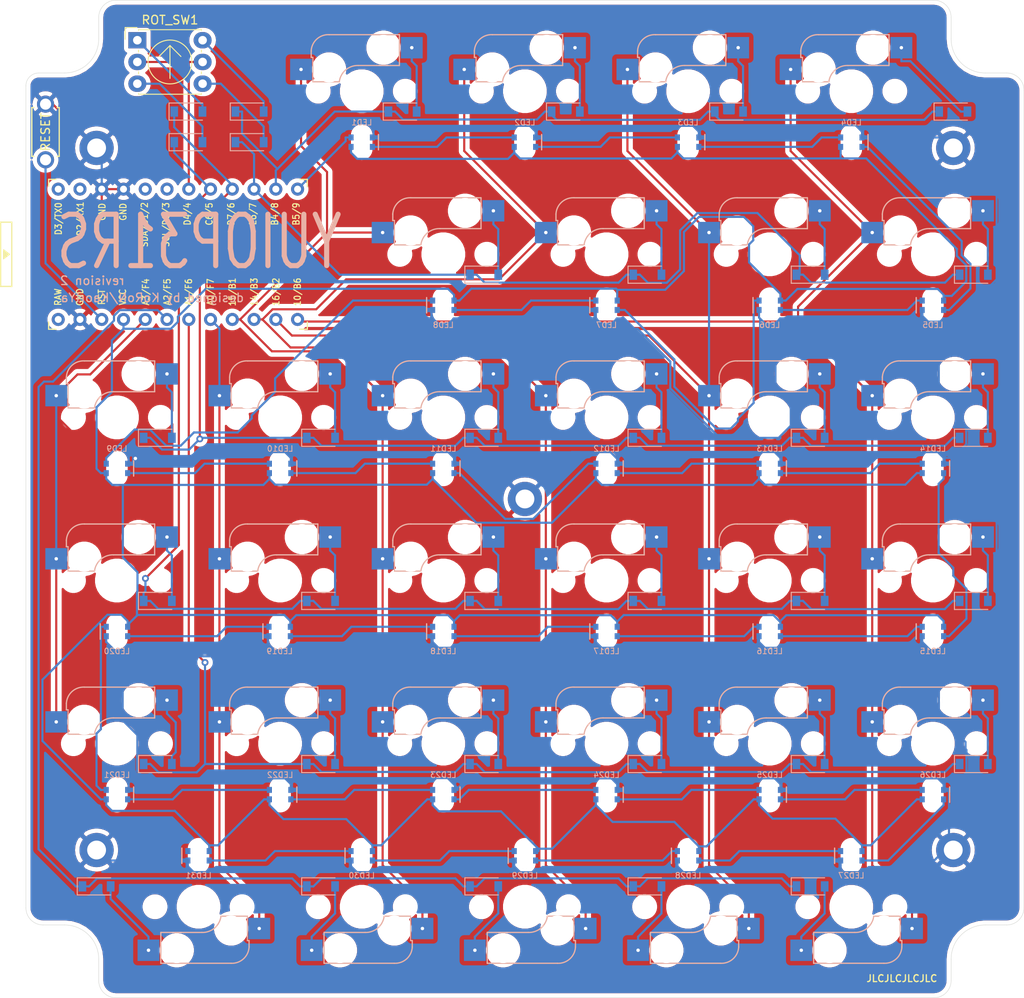
<source format=kicad_pcb>
(kicad_pcb (version 20171130) (host pcbnew "(5.1.9)-1")
  (title_block (title "YUIOP 31 keys with rotary switch keyboard") (date 2021-05-20) (rev 1) (company KaoriYa))
  (layers (0 F.Cu signal) (31 B.Cu signal) (34 B.Paste user) (35 F.Paste user) (36 B.SilkS user) (37 F.SilkS user) (38 B.Mask user) (39 F.Mask user) (44 Edge.Cuts user))
  (net 0 "")
  (net 1 "Net-(D1-Pad2)")
  (net 2 /ROW_1)
  (net 3 "Net-(D2-Pad2)")
  (net 4 "Net-(D3-Pad2)")
  (net 5 "Net-(D4-Pad2)")
  (net 6 "Net-(D5-Pad2)")
  (net 7 /ROW_2)
  (net 8 "Net-(D6-Pad2)")
  (net 9 "Net-(D7-Pad2)")
  (net 10 "Net-(D8-Pad2)")
  (net 11 "Net-(D9-Pad2)")
  (net 12 /ROW_3)
  (net 13 "Net-(D10-Pad2)")
  (net 14 "Net-(D11-Pad2)")
  (net 15 "Net-(D12-Pad2)")
  (net 16 "Net-(D13-Pad2)")
  (net 17 "Net-(D14-Pad2)")
  (net 18 "Net-(D15-Pad2)")
  (net 19 /ROW_4)
  (net 20 "Net-(D16-Pad2)")
  (net 21 "Net-(D17-Pad2)")
  (net 22 "Net-(D18-Pad2)")
  (net 23 "Net-(D19-Pad2)")
  (net 24 "Net-(D20-Pad2)")
  (net 25 "Net-(D21-Pad2)")
  (net 26 /ROW_5)
  (net 27 "Net-(D22-Pad2)")
  (net 28 "Net-(D23-Pad2)")
  (net 29 "Net-(D24-Pad2)")
  (net 30 "Net-(D25-Pad2)")
  (net 31 "Net-(D26-Pad2)")
  (net 32 "Net-(D27-Pad2)")
  (net 33 /ROW_6)
  (net 34 "Net-(D28-Pad2)")
  (net 35 "Net-(D29-Pad2)")
  (net 36 "Net-(D30-Pad2)")
  (net 37 "Net-(D31-Pad2)")
  (net 38 VCC)
  (net 39 /LED_DATA)
  (net 40 GND)
  (net 41 "Net-(LED1-Pad1)")
  (net 42 "Net-(LED2-Pad1)")
  (net 43 "Net-(LED3-Pad1)")
  (net 44 "Net-(LED4-Pad1)")
  (net 45 "Net-(LED5-Pad1)")
  (net 46 "Net-(LED6-Pad1)")
  (net 47 "Net-(LED7-Pad1)")
  (net 48 "Net-(LED8-Pad1)")
  (net 49 "Net-(LED10-Pad3)")
  (net 50 "Net-(LED10-Pad1)")
  (net 51 "Net-(LED11-Pad1)")
  (net 52 "Net-(LED12-Pad1)")
  (net 53 "Net-(LED13-Pad1)")
  (net 54 "Net-(LED14-Pad1)")
  (net 55 "Net-(LED15-Pad1)")
  (net 56 "Net-(LED16-Pad1)")
  (net 57 "Net-(LED17-Pad1)")
  (net 58 "Net-(LED18-Pad1)")
  (net 59 "Net-(LED19-Pad1)")
  (net 60 "Net-(LED20-Pad1)")
  (net 61 "Net-(LED21-Pad1)")
  (net 62 "Net-(LED22-Pad1)")
  (net 63 "Net-(LED23-Pad1)")
  (net 64 "Net-(LED24-Pad1)")
  (net 65 "Net-(LED25-Pad1)")
  (net 66 "Net-(LED26-Pad1)")
  (net 67 "Net-(LED27-Pad1)")
  (net 68 "Net-(LED28-Pad1)")
  (net 69 "Net-(LED29-Pad1)")
  (net 70 "Net-(LED30-Pad1)")
  (net 71 "Net-(LED31-Pad1)")
  (net 72 "Net-(RESET_SW1-Pad1)")
  (net 73 /COL_2)
  (net 74 /COL_3)
  (net 75 /RS)
  (net 76 /COL_4)
  (net 77 /COL_1)
  (net 78 /COL_5)
  (net 79 /COL_6)
  (net 80 "Net-(U1-Pad24)")
  (net 81 "Net-(U1-Pad6)")
  (net 82 "Net-(U1-Pad5)")
  (net 83 "Net-(U1-Pad2)")
  (net 84 "Net-(U1-Pad1)")
  (net 85 "Net-(D32-Pad2)")
  (net 86 "Net-(D33-Pad2)")
  (net 87 "Net-(D34-Pad2)")
  (net 88 "Net-(D35-Pad2)")
  (module yuiop:LED_WS2812C-2020_BackMount_v2 (layer F.Cu) (at 102.375 96.4281 180)
    (fp_text reference LED9 (at 0 2.3) (layer B.SilkS) (effects (font (size 0.66 0.66) (thickness 0.1)) (justify mirror)))
    (fp_text value WS2812C-2020)
    (pad "" np_thru_hole oval (at 0 0 180) (size 1.5 3.15) (drill oval 1.5 3.15) (layers *.Cu *.Mask))
    (pad 3 smd rect (at 1.25 0.55) (size 0.6 0.7) (layers B.Cu B.Paste B.Mask) (net 48 "Net-(LED8-Pad1)"))
    (pad 4 smd rect (at 1.25 -0.55) (size 0.6 0.7) (layers B.Cu B.Paste B.Mask) (net 38 VCC))
    (pad 1 smd rect (at -1.25 -0.55) (size 0.6 0.7) (layers B.Cu B.Paste B.Mask) (net 49 "Net-(LED10-Pad3)"))
    (pad 2 smd rect (at -1.25 0.55) (size 0.6 0.7) (layers B.Cu B.Paste B.Mask) (net 40 GND))
  )
  (module yuiop:LED_WS2812C-2020_BackMount_v2 (layer F.Cu) (at 111.9 141.672)
    (fp_text reference LED31 (at 0 2.3) (layer B.SilkS) (effects (font (size 0.66 0.66) (thickness 0.1)) (justify mirror)))
    (fp_text value WS2812C-2020)
    (pad "" np_thru_hole oval (at 0 0) (size 1.5 3.15) (drill oval 1.5 3.15) (layers *.Cu *.Mask))
    (pad 3 smd rect (at 1.25 0.55 180) (size 0.6 0.7) (layers B.Cu B.Paste B.Mask) (net 70 "Net-(LED30-Pad1)"))
    (pad 4 smd rect (at 1.25 -0.55 180) (size 0.6 0.7) (layers B.Cu B.Paste B.Mask) (net 38 VCC))
    (pad 1 smd rect (at -1.25 -0.55 180) (size 0.6 0.7) (layers B.Cu B.Paste B.Mask) (net 71 "Net-(LED31-Pad1)"))
    (pad 2 smd rect (at -1.25 0.55 180) (size 0.6 0.7) (layers B.Cu B.Paste B.Mask) (net 40 GND))
  )
  (module yuiop:LED_WS2812C-2020_BackMount_v2 (layer F.Cu) (at 130.95 141.672)
    (fp_text reference LED30 (at 0 2.3) (layer B.SilkS) (effects (font (size 0.66 0.66) (thickness 0.1)) (justify mirror)))
    (fp_text value WS2812C-2020)
    (pad "" np_thru_hole oval (at 0 0) (size 1.5 3.15) (drill oval 1.5 3.15) (layers *.Cu *.Mask))
    (pad 3 smd rect (at 1.25 0.55 180) (size 0.6 0.7) (layers B.Cu B.Paste B.Mask) (net 69 "Net-(LED29-Pad1)"))
    (pad 4 smd rect (at 1.25 -0.55 180) (size 0.6 0.7) (layers B.Cu B.Paste B.Mask) (net 38 VCC))
    (pad 1 smd rect (at -1.25 -0.55 180) (size 0.6 0.7) (layers B.Cu B.Paste B.Mask) (net 70 "Net-(LED30-Pad1)"))
    (pad 2 smd rect (at -1.25 0.55 180) (size 0.6 0.7) (layers B.Cu B.Paste B.Mask) (net 40 GND))
  )
  (module yuiop:LED_WS2812C-2020_BackMount_v2 (layer F.Cu) (at 150 141.672)
    (fp_text reference LED29 (at 0 2.3) (layer B.SilkS) (effects (font (size 0.66 0.66) (thickness 0.1)) (justify mirror)))
    (fp_text value WS2812C-2020)
    (pad "" np_thru_hole oval (at 0 0) (size 1.5 3.15) (drill oval 1.5 3.15) (layers *.Cu *.Mask))
    (pad 3 smd rect (at 1.25 0.55 180) (size 0.6 0.7) (layers B.Cu B.Paste B.Mask) (net 68 "Net-(LED28-Pad1)"))
    (pad 4 smd rect (at 1.25 -0.55 180) (size 0.6 0.7) (layers B.Cu B.Paste B.Mask) (net 38 VCC))
    (pad 1 smd rect (at -1.25 -0.55 180) (size 0.6 0.7) (layers B.Cu B.Paste B.Mask) (net 69 "Net-(LED29-Pad1)"))
    (pad 2 smd rect (at -1.25 0.55 180) (size 0.6 0.7) (layers B.Cu B.Paste B.Mask) (net 40 GND))
  )
  (module yuiop:LED_WS2812C-2020_BackMount_v2 (layer F.Cu) (at 169.05 141.672)
    (fp_text reference LED28 (at 0 2.3) (layer B.SilkS) (effects (font (size 0.66 0.66) (thickness 0.1)) (justify mirror)))
    (fp_text value WS2812C-2020)
    (pad "" np_thru_hole oval (at 0 0) (size 1.5 3.15) (drill oval 1.5 3.15) (layers *.Cu *.Mask))
    (pad 3 smd rect (at 1.25 0.55 180) (size 0.6 0.7) (layers B.Cu B.Paste B.Mask) (net 67 "Net-(LED27-Pad1)"))
    (pad 4 smd rect (at 1.25 -0.55 180) (size 0.6 0.7) (layers B.Cu B.Paste B.Mask) (net 38 VCC))
    (pad 1 smd rect (at -1.25 -0.55 180) (size 0.6 0.7) (layers B.Cu B.Paste B.Mask) (net 68 "Net-(LED28-Pad1)"))
    (pad 2 smd rect (at -1.25 0.55 180) (size 0.6 0.7) (layers B.Cu B.Paste B.Mask) (net 40 GND))
  )
  (module yuiop:LED_WS2812C-2020_BackMount_v2 (layer F.Cu) (at 188.1 141.672)
    (fp_text reference LED27 (at 0 2.3) (layer B.SilkS) (effects (font (size 0.66 0.66) (thickness 0.1)) (justify mirror)))
    (fp_text value WS2812C-2020)
    (pad "" np_thru_hole oval (at 0 0) (size 1.5 3.15) (drill oval 1.5 3.15) (layers *.Cu *.Mask))
    (pad 3 smd rect (at 1.25 0.55 180) (size 0.6 0.7) (layers B.Cu B.Paste B.Mask) (net 66 "Net-(LED26-Pad1)"))
    (pad 4 smd rect (at 1.25 -0.55 180) (size 0.6 0.7) (layers B.Cu B.Paste B.Mask) (net 38 VCC))
    (pad 1 smd rect (at -1.25 -0.55 180) (size 0.6 0.7) (layers B.Cu B.Paste B.Mask) (net 67 "Net-(LED27-Pad1)"))
    (pad 2 smd rect (at -1.25 0.55 180) (size 0.6 0.7) (layers B.Cu B.Paste B.Mask) (net 40 GND))
  )
  (module yuiop:LED_WS2812C-2020_BackMount_v2 (layer F.Cu) (at 197.625 134.528 180)
    (fp_text reference LED26 (at 0 2.3) (layer B.SilkS) (effects (font (size 0.66 0.66) (thickness 0.1)) (justify mirror)))
    (fp_text value WS2812C-2020)
    (pad "" np_thru_hole oval (at 0 0 180) (size 1.5 3.15) (drill oval 1.5 3.15) (layers *.Cu *.Mask))
    (pad 3 smd rect (at 1.25 0.55) (size 0.6 0.7) (layers B.Cu B.Paste B.Mask) (net 65 "Net-(LED25-Pad1)"))
    (pad 4 smd rect (at 1.25 -0.55) (size 0.6 0.7) (layers B.Cu B.Paste B.Mask) (net 38 VCC))
    (pad 1 smd rect (at -1.25 -0.55) (size 0.6 0.7) (layers B.Cu B.Paste B.Mask) (net 66 "Net-(LED26-Pad1)"))
    (pad 2 smd rect (at -1.25 0.55) (size 0.6 0.7) (layers B.Cu B.Paste B.Mask) (net 40 GND))
  )
  (module yuiop:LED_WS2812C-2020_BackMount_v2 (layer F.Cu) (at 178.575 134.528 180)
    (fp_text reference LED25 (at 0 2.3) (layer B.SilkS) (effects (font (size 0.66 0.66) (thickness 0.1)) (justify mirror)))
    (fp_text value WS2812C-2020)
    (pad "" np_thru_hole oval (at 0 0 180) (size 1.5 3.15) (drill oval 1.5 3.15) (layers *.Cu *.Mask))
    (pad 3 smd rect (at 1.25 0.55) (size 0.6 0.7) (layers B.Cu B.Paste B.Mask) (net 64 "Net-(LED24-Pad1)"))
    (pad 4 smd rect (at 1.25 -0.55) (size 0.6 0.7) (layers B.Cu B.Paste B.Mask) (net 38 VCC))
    (pad 1 smd rect (at -1.25 -0.55) (size 0.6 0.7) (layers B.Cu B.Paste B.Mask) (net 65 "Net-(LED25-Pad1)"))
    (pad 2 smd rect (at -1.25 0.55) (size 0.6 0.7) (layers B.Cu B.Paste B.Mask) (net 40 GND))
  )
  (module yuiop:LED_WS2812C-2020_BackMount_v2 (layer F.Cu) (at 159.525 134.528 180)
    (fp_text reference LED24 (at 0 2.3) (layer B.SilkS) (effects (font (size 0.66 0.66) (thickness 0.1)) (justify mirror)))
    (fp_text value WS2812C-2020)
    (pad "" np_thru_hole oval (at 0 0 180) (size 1.5 3.15) (drill oval 1.5 3.15) (layers *.Cu *.Mask))
    (pad 3 smd rect (at 1.25 0.55) (size 0.6 0.7) (layers B.Cu B.Paste B.Mask) (net 63 "Net-(LED23-Pad1)"))
    (pad 4 smd rect (at 1.25 -0.55) (size 0.6 0.7) (layers B.Cu B.Paste B.Mask) (net 38 VCC))
    (pad 1 smd rect (at -1.25 -0.55) (size 0.6 0.7) (layers B.Cu B.Paste B.Mask) (net 64 "Net-(LED24-Pad1)"))
    (pad 2 smd rect (at -1.25 0.55) (size 0.6 0.7) (layers B.Cu B.Paste B.Mask) (net 40 GND))
  )
  (module yuiop:LED_WS2812C-2020_BackMount_v2 (layer F.Cu) (at 140.475 134.528 180)
    (fp_text reference LED23 (at 0 2.3) (layer B.SilkS) (effects (font (size 0.66 0.66) (thickness 0.1)) (justify mirror)))
    (fp_text value WS2812C-2020)
    (pad "" np_thru_hole oval (at 0 0 180) (size 1.5 3.15) (drill oval 1.5 3.15) (layers *.Cu *.Mask))
    (pad 3 smd rect (at 1.25 0.55) (size 0.6 0.7) (layers B.Cu B.Paste B.Mask) (net 62 "Net-(LED22-Pad1)"))
    (pad 4 smd rect (at 1.25 -0.55) (size 0.6 0.7) (layers B.Cu B.Paste B.Mask) (net 38 VCC))
    (pad 1 smd rect (at -1.25 -0.55) (size 0.6 0.7) (layers B.Cu B.Paste B.Mask) (net 63 "Net-(LED23-Pad1)"))
    (pad 2 smd rect (at -1.25 0.55) (size 0.6 0.7) (layers B.Cu B.Paste B.Mask) (net 40 GND))
  )
  (module yuiop:LED_WS2812C-2020_BackMount_v2 (layer F.Cu) (at 121.425 134.528 180)
    (fp_text reference LED22 (at 0 2.3) (layer B.SilkS) (effects (font (size 0.66 0.66) (thickness 0.1)) (justify mirror)))
    (fp_text value WS2812C-2020)
    (pad "" np_thru_hole oval (at 0 0 180) (size 1.5 3.15) (drill oval 1.5 3.15) (layers *.Cu *.Mask))
    (pad 3 smd rect (at 1.25 0.55) (size 0.6 0.7) (layers B.Cu B.Paste B.Mask) (net 61 "Net-(LED21-Pad1)"))
    (pad 4 smd rect (at 1.25 -0.55) (size 0.6 0.7) (layers B.Cu B.Paste B.Mask) (net 38 VCC))
    (pad 1 smd rect (at -1.25 -0.55) (size 0.6 0.7) (layers B.Cu B.Paste B.Mask) (net 62 "Net-(LED22-Pad1)"))
    (pad 2 smd rect (at -1.25 0.55) (size 0.6 0.7) (layers B.Cu B.Paste B.Mask) (net 40 GND))
  )
  (module yuiop:LED_WS2812C-2020_BackMount_v2 (layer F.Cu) (at 102.375 134.528 180)
    (fp_text reference LED21 (at 0 2.3) (layer B.SilkS) (effects (font (size 0.66 0.66) (thickness 0.1)) (justify mirror)))
    (fp_text value WS2812C-2020)
    (pad "" np_thru_hole oval (at 0 0 180) (size 1.5 3.15) (drill oval 1.5 3.15) (layers *.Cu *.Mask))
    (pad 3 smd rect (at 1.25 0.55) (size 0.6 0.7) (layers B.Cu B.Paste B.Mask) (net 60 "Net-(LED20-Pad1)"))
    (pad 4 smd rect (at 1.25 -0.55) (size 0.6 0.7) (layers B.Cu B.Paste B.Mask) (net 38 VCC))
    (pad 1 smd rect (at -1.25 -0.55) (size 0.6 0.7) (layers B.Cu B.Paste B.Mask) (net 61 "Net-(LED21-Pad1)"))
    (pad 2 smd rect (at -1.25 0.55) (size 0.6 0.7) (layers B.Cu B.Paste B.Mask) (net 40 GND))
  )
  (module yuiop:LED_WS2812C-2020_BackMount_v2 (layer F.Cu) (at 102.375 115.478)
    (fp_text reference LED20 (at 0 2.3) (layer B.SilkS) (effects (font (size 0.66 0.66) (thickness 0.1)) (justify mirror)))
    (fp_text value WS2812C-2020)
    (pad "" np_thru_hole oval (at 0 0) (size 1.5 3.15) (drill oval 1.5 3.15) (layers *.Cu *.Mask))
    (pad 3 smd rect (at 1.25 0.55 180) (size 0.6 0.7) (layers B.Cu B.Paste B.Mask) (net 59 "Net-(LED19-Pad1)"))
    (pad 4 smd rect (at 1.25 -0.55 180) (size 0.6 0.7) (layers B.Cu B.Paste B.Mask) (net 38 VCC))
    (pad 1 smd rect (at -1.25 -0.55 180) (size 0.6 0.7) (layers B.Cu B.Paste B.Mask) (net 60 "Net-(LED20-Pad1)"))
    (pad 2 smd rect (at -1.25 0.55 180) (size 0.6 0.7) (layers B.Cu B.Paste B.Mask) (net 40 GND))
  )
  (module yuiop:LED_WS2812C-2020_BackMount_v2 (layer F.Cu) (at 121.369 115.478)
    (fp_text reference LED19 (at 0 2.3) (layer B.SilkS) (effects (font (size 0.66 0.66) (thickness 0.1)) (justify mirror)))
    (fp_text value WS2812C-2020)
    (pad "" np_thru_hole oval (at 0 0) (size 1.5 3.15) (drill oval 1.5 3.15) (layers *.Cu *.Mask))
    (pad 3 smd rect (at 1.25 0.55 180) (size 0.6 0.7) (layers B.Cu B.Paste B.Mask) (net 58 "Net-(LED18-Pad1)"))
    (pad 4 smd rect (at 1.25 -0.55 180) (size 0.6 0.7) (layers B.Cu B.Paste B.Mask) (net 38 VCC))
    (pad 1 smd rect (at -1.25 -0.55 180) (size 0.6 0.7) (layers B.Cu B.Paste B.Mask) (net 59 "Net-(LED19-Pad1)"))
    (pad 2 smd rect (at -1.25 0.55 180) (size 0.6 0.7) (layers B.Cu B.Paste B.Mask) (net 40 GND))
  )
  (module yuiop:LED_WS2812C-2020_BackMount_v2 (layer F.Cu) (at 140.475 115.478)
    (fp_text reference LED18 (at 0 2.3) (layer B.SilkS) (effects (font (size 0.66 0.66) (thickness 0.1)) (justify mirror)))
    (fp_text value WS2812C-2020)
    (pad "" np_thru_hole oval (at 0 0) (size 1.5 3.15) (drill oval 1.5 3.15) (layers *.Cu *.Mask))
    (pad 3 smd rect (at 1.25 0.55 180) (size 0.6 0.7) (layers B.Cu B.Paste B.Mask) (net 57 "Net-(LED17-Pad1)"))
    (pad 4 smd rect (at 1.25 -0.55 180) (size 0.6 0.7) (layers B.Cu B.Paste B.Mask) (net 38 VCC))
    (pad 1 smd rect (at -1.25 -0.55 180) (size 0.6 0.7) (layers B.Cu B.Paste B.Mask) (net 58 "Net-(LED18-Pad1)"))
    (pad 2 smd rect (at -1.25 0.55 180) (size 0.6 0.7) (layers B.Cu B.Paste B.Mask) (net 40 GND))
  )
  (module yuiop:LED_WS2812C-2020_BackMount_v2 (layer F.Cu) (at 159.525 115.478)
    (fp_text reference LED17 (at 0 2.3) (layer B.SilkS) (effects (font (size 0.66 0.66) (thickness 0.1)) (justify mirror)))
    (fp_text value WS2812C-2020)
    (pad "" np_thru_hole oval (at 0 0) (size 1.5 3.15) (drill oval 1.5 3.15) (layers *.Cu *.Mask))
    (pad 3 smd rect (at 1.25 0.55 180) (size 0.6 0.7) (layers B.Cu B.Paste B.Mask) (net 56 "Net-(LED16-Pad1)"))
    (pad 4 smd rect (at 1.25 -0.55 180) (size 0.6 0.7) (layers B.Cu B.Paste B.Mask) (net 38 VCC))
    (pad 1 smd rect (at -1.25 -0.55 180) (size 0.6 0.7) (layers B.Cu B.Paste B.Mask) (net 57 "Net-(LED17-Pad1)"))
    (pad 2 smd rect (at -1.25 0.55 180) (size 0.6 0.7) (layers B.Cu B.Paste B.Mask) (net 40 GND))
  )
  (module yuiop:LED_WS2812C-2020_BackMount_v2 (layer F.Cu) (at 178.575 115.478)
    (fp_text reference LED16 (at 0 2.3) (layer B.SilkS) (effects (font (size 0.66 0.66) (thickness 0.1)) (justify mirror)))
    (fp_text value WS2812C-2020)
    (pad "" np_thru_hole oval (at 0 0) (size 1.5 3.15) (drill oval 1.5 3.15) (layers *.Cu *.Mask))
    (pad 3 smd rect (at 1.25 0.55 180) (size 0.6 0.7) (layers B.Cu B.Paste B.Mask) (net 55 "Net-(LED15-Pad1)"))
    (pad 4 smd rect (at 1.25 -0.55 180) (size 0.6 0.7) (layers B.Cu B.Paste B.Mask) (net 38 VCC))
    (pad 1 smd rect (at -1.25 -0.55 180) (size 0.6 0.7) (layers B.Cu B.Paste B.Mask) (net 56 "Net-(LED16-Pad1)"))
    (pad 2 smd rect (at -1.25 0.55 180) (size 0.6 0.7) (layers B.Cu B.Paste B.Mask) (net 40 GND))
  )
  (module yuiop:LED_WS2812C-2020_BackMount_v2 (layer F.Cu) (at 197.625 115.478)
    (fp_text reference LED15 (at 0 2.3) (layer B.SilkS) (effects (font (size 0.66 0.66) (thickness 0.1)) (justify mirror)))
    (fp_text value WS2812C-2020)
    (pad "" np_thru_hole oval (at 0 0) (size 1.5 3.15) (drill oval 1.5 3.15) (layers *.Cu *.Mask))
    (pad 3 smd rect (at 1.25 0.55 180) (size 0.6 0.7) (layers B.Cu B.Paste B.Mask) (net 54 "Net-(LED14-Pad1)"))
    (pad 4 smd rect (at 1.25 -0.55 180) (size 0.6 0.7) (layers B.Cu B.Paste B.Mask) (net 38 VCC))
    (pad 1 smd rect (at -1.25 -0.55 180) (size 0.6 0.7) (layers B.Cu B.Paste B.Mask) (net 55 "Net-(LED15-Pad1)"))
    (pad 2 smd rect (at -1.25 0.55 180) (size 0.6 0.7) (layers B.Cu B.Paste B.Mask) (net 40 GND))
  )
  (module yuiop:LED_WS2812C-2020_BackMount_v2 (layer F.Cu) (at 197.625 96.4281 180)
    (fp_text reference LED14 (at 0 2.3) (layer B.SilkS) (effects (font (size 0.66 0.66) (thickness 0.1)) (justify mirror)))
    (fp_text value WS2812C-2020)
    (pad "" np_thru_hole oval (at 0 0 180) (size 1.5 3.15) (drill oval 1.5 3.15) (layers *.Cu *.Mask))
    (pad 3 smd rect (at 1.25 0.55) (size 0.6 0.7) (layers B.Cu B.Paste B.Mask) (net 53 "Net-(LED13-Pad1)"))
    (pad 4 smd rect (at 1.25 -0.55) (size 0.6 0.7) (layers B.Cu B.Paste B.Mask) (net 38 VCC))
    (pad 1 smd rect (at -1.25 -0.55) (size 0.6 0.7) (layers B.Cu B.Paste B.Mask) (net 54 "Net-(LED14-Pad1)"))
    (pad 2 smd rect (at -1.25 0.55) (size 0.6 0.7) (layers B.Cu B.Paste B.Mask) (net 40 GND))
  )
  (module yuiop:LED_WS2812C-2020_BackMount_v2 (layer F.Cu) (at 178.575 96.4281 180)
    (fp_text reference LED13 (at 0 2.3) (layer B.SilkS) (effects (font (size 0.66 0.66) (thickness 0.1)) (justify mirror)))
    (fp_text value WS2812C-2020)
    (pad "" np_thru_hole oval (at 0 0 180) (size 1.5 3.15) (drill oval 1.5 3.15) (layers *.Cu *.Mask))
    (pad 3 smd rect (at 1.25 0.55) (size 0.6 0.7) (layers B.Cu B.Paste B.Mask) (net 52 "Net-(LED12-Pad1)"))
    (pad 4 smd rect (at 1.25 -0.55) (size 0.6 0.7) (layers B.Cu B.Paste B.Mask) (net 38 VCC))
    (pad 1 smd rect (at -1.25 -0.55) (size 0.6 0.7) (layers B.Cu B.Paste B.Mask) (net 53 "Net-(LED13-Pad1)"))
    (pad 2 smd rect (at -1.25 0.55) (size 0.6 0.7) (layers B.Cu B.Paste B.Mask) (net 40 GND))
  )
  (module yuiop:LED_WS2812C-2020_BackMount_v2 (layer F.Cu) (at 159.525 96.4281 180)
    (fp_text reference LED12 (at 0 2.3) (layer B.SilkS) (effects (font (size 0.66 0.66) (thickness 0.1)) (justify mirror)))
    (fp_text value WS2812C-2020)
    (pad "" np_thru_hole oval (at 0 0 180) (size 1.5 3.15) (drill oval 1.5 3.15) (layers *.Cu *.Mask))
    (pad 3 smd rect (at 1.25 0.55) (size 0.6 0.7) (layers B.Cu B.Paste B.Mask) (net 51 "Net-(LED11-Pad1)"))
    (pad 4 smd rect (at 1.25 -0.55) (size 0.6 0.7) (layers B.Cu B.Paste B.Mask) (net 38 VCC))
    (pad 1 smd rect (at -1.25 -0.55) (size 0.6 0.7) (layers B.Cu B.Paste B.Mask) (net 52 "Net-(LED12-Pad1)"))
    (pad 2 smd rect (at -1.25 0.55) (size 0.6 0.7) (layers B.Cu B.Paste B.Mask) (net 40 GND))
  )
  (module yuiop:LED_WS2812C-2020_BackMount_v2 (layer F.Cu) (at 140.475 96.4281 180)
    (fp_text reference LED11 (at 0 2.3) (layer B.SilkS) (effects (font (size 0.66 0.66) (thickness 0.1)) (justify mirror)))
    (fp_text value WS2812C-2020)
    (pad "" np_thru_hole oval (at 0 0 180) (size 1.5 3.15) (drill oval 1.5 3.15) (layers *.Cu *.Mask))
    (pad 3 smd rect (at 1.25 0.55) (size 0.6 0.7) (layers B.Cu B.Paste B.Mask) (net 50 "Net-(LED10-Pad1)"))
    (pad 4 smd rect (at 1.25 -0.55) (size 0.6 0.7) (layers B.Cu B.Paste B.Mask) (net 38 VCC))
    (pad 1 smd rect (at -1.25 -0.55) (size 0.6 0.7) (layers B.Cu B.Paste B.Mask) (net 51 "Net-(LED11-Pad1)"))
    (pad 2 smd rect (at -1.25 0.55) (size 0.6 0.7) (layers B.Cu B.Paste B.Mask) (net 40 GND))
  )
  (module yuiop:LED_WS2812C-2020_BackMount_v2 (layer F.Cu) (at 121.425 96.4281 180)
    (fp_text reference LED10 (at 0 2.3) (layer B.SilkS) (effects (font (size 0.66 0.66) (thickness 0.1)) (justify mirror)))
    (fp_text value WS2812C-2020)
    (pad "" np_thru_hole oval (at 0 0 180) (size 1.5 3.15) (drill oval 1.5 3.15) (layers *.Cu *.Mask))
    (pad 3 smd rect (at 1.25 0.55) (size 0.6 0.7) (layers B.Cu B.Paste B.Mask) (net 49 "Net-(LED10-Pad3)"))
    (pad 4 smd rect (at 1.25 -0.55) (size 0.6 0.7) (layers B.Cu B.Paste B.Mask) (net 38 VCC))
    (pad 1 smd rect (at -1.25 -0.55) (size 0.6 0.7) (layers B.Cu B.Paste B.Mask) (net 50 "Net-(LED10-Pad1)"))
    (pad 2 smd rect (at -1.25 0.55) (size 0.6 0.7) (layers B.Cu B.Paste B.Mask) (net 40 GND))
  )
  (module yuiop:LED_WS2812C-2020_BackMount_v2 (layer F.Cu) (at 140.475 77.378)
    (fp_text reference LED8 (at 0 2.3) (layer B.SilkS) (effects (font (size 0.66 0.66) (thickness 0.1)) (justify mirror)))
    (fp_text value WS2812C-2020)
    (pad "" np_thru_hole oval (at 0 0) (size 1.5 3.15) (drill oval 1.5 3.15) (layers *.Cu *.Mask))
    (pad 3 smd rect (at 1.25 0.55 180) (size 0.6 0.7) (layers B.Cu B.Paste B.Mask) (net 47 "Net-(LED7-Pad1)"))
    (pad 4 smd rect (at 1.25 -0.55 180) (size 0.6 0.7) (layers B.Cu B.Paste B.Mask) (net 38 VCC))
    (pad 1 smd rect (at -1.25 -0.55 180) (size 0.6 0.7) (layers B.Cu B.Paste B.Mask) (net 48 "Net-(LED8-Pad1)"))
    (pad 2 smd rect (at -1.25 0.55 180) (size 0.6 0.7) (layers B.Cu B.Paste B.Mask) (net 40 GND))
  )
  (module yuiop:LED_WS2812C-2020_BackMount_v2 (layer F.Cu) (at 159.525 77.378)
    (fp_text reference LED7 (at 0 2.3) (layer B.SilkS) (effects (font (size 0.66 0.66) (thickness 0.1)) (justify mirror)))
    (fp_text value WS2812C-2020)
    (pad "" np_thru_hole oval (at 0 0) (size 1.5 3.15) (drill oval 1.5 3.15) (layers *.Cu *.Mask))
    (pad 3 smd rect (at 1.25 0.55 180) (size 0.6 0.7) (layers B.Cu B.Paste B.Mask) (net 46 "Net-(LED6-Pad1)"))
    (pad 4 smd rect (at 1.25 -0.55 180) (size 0.6 0.7) (layers B.Cu B.Paste B.Mask) (net 38 VCC))
    (pad 1 smd rect (at -1.25 -0.55 180) (size 0.6 0.7) (layers B.Cu B.Paste B.Mask) (net 47 "Net-(LED7-Pad1)"))
    (pad 2 smd rect (at -1.25 0.55 180) (size 0.6 0.7) (layers B.Cu B.Paste B.Mask) (net 40 GND))
  )
  (module yuiop:LED_WS2812C-2020_BackMount_v2 (layer F.Cu) (at 178.575 77.378)
    (fp_text reference LED6 (at 0 2.3) (layer B.SilkS) (effects (font (size 0.66 0.66) (thickness 0.1)) (justify mirror)))
    (fp_text value WS2812C-2020)
    (pad "" np_thru_hole oval (at 0 0) (size 1.5 3.15) (drill oval 1.5 3.15) (layers *.Cu *.Mask))
    (pad 3 smd rect (at 1.25 0.55 180) (size 0.6 0.7) (layers B.Cu B.Paste B.Mask) (net 45 "Net-(LED5-Pad1)"))
    (pad 4 smd rect (at 1.25 -0.55 180) (size 0.6 0.7) (layers B.Cu B.Paste B.Mask) (net 38 VCC))
    (pad 1 smd rect (at -1.25 -0.55 180) (size 0.6 0.7) (layers B.Cu B.Paste B.Mask) (net 46 "Net-(LED6-Pad1)"))
    (pad 2 smd rect (at -1.25 0.55 180) (size 0.6 0.7) (layers B.Cu B.Paste B.Mask) (net 40 GND))
  )
  (module yuiop:LED_WS2812C-2020_BackMount_v2 (layer F.Cu) (at 197.625 77.378)
    (fp_text reference LED5 (at 0 2.3) (layer B.SilkS) (effects (font (size 0.66 0.66) (thickness 0.1)) (justify mirror)))
    (fp_text value WS2812C-2020)
    (pad "" np_thru_hole oval (at 0 0) (size 1.5 3.15) (drill oval 1.5 3.15) (layers *.Cu *.Mask))
    (pad 3 smd rect (at 1.25 0.55 180) (size 0.6 0.7) (layers B.Cu B.Paste B.Mask) (net 44 "Net-(LED4-Pad1)"))
    (pad 4 smd rect (at 1.25 -0.55 180) (size 0.6 0.7) (layers B.Cu B.Paste B.Mask) (net 38 VCC))
    (pad 1 smd rect (at -1.25 -0.55 180) (size 0.6 0.7) (layers B.Cu B.Paste B.Mask) (net 45 "Net-(LED5-Pad1)"))
    (pad 2 smd rect (at -1.25 0.55 180) (size 0.6 0.7) (layers B.Cu B.Paste B.Mask) (net 40 GND))
  )
  (module yuiop:LED_WS2812C-2020_BackMount_v2 (layer F.Cu) (at 188.1 58.3279 180)
    (fp_text reference LED4 (at 0 2.3) (layer B.SilkS) (effects (font (size 0.66 0.66) (thickness 0.1)) (justify mirror)))
    (fp_text value WS2812C-2020)
    (pad "" np_thru_hole oval (at 0 0 180) (size 1.5 3.15) (drill oval 1.5 3.15) (layers *.Cu *.Mask))
    (pad 3 smd rect (at 1.25 0.55) (size 0.6 0.7) (layers B.Cu B.Paste B.Mask) (net 43 "Net-(LED3-Pad1)"))
    (pad 4 smd rect (at 1.25 -0.55) (size 0.6 0.7) (layers B.Cu B.Paste B.Mask) (net 38 VCC))
    (pad 1 smd rect (at -1.25 -0.55) (size 0.6 0.7) (layers B.Cu B.Paste B.Mask) (net 44 "Net-(LED4-Pad1)"))
    (pad 2 smd rect (at -1.25 0.55) (size 0.6 0.7) (layers B.Cu B.Paste B.Mask) (net 40 GND))
  )
  (module yuiop:LED_WS2812C-2020_BackMount_v2 (layer F.Cu) (at 169.05 58.3279 180)
    (fp_text reference LED3 (at 0 2.3) (layer B.SilkS) (effects (font (size 0.66 0.66) (thickness 0.1)) (justify mirror)))
    (fp_text value WS2812C-2020)
    (pad "" np_thru_hole oval (at 0 0 180) (size 1.5 3.15) (drill oval 1.5 3.15) (layers *.Cu *.Mask))
    (pad 3 smd rect (at 1.25 0.55) (size 0.6 0.7) (layers B.Cu B.Paste B.Mask) (net 42 "Net-(LED2-Pad1)"))
    (pad 4 smd rect (at 1.25 -0.55) (size 0.6 0.7) (layers B.Cu B.Paste B.Mask) (net 38 VCC))
    (pad 1 smd rect (at -1.25 -0.55) (size 0.6 0.7) (layers B.Cu B.Paste B.Mask) (net 43 "Net-(LED3-Pad1)"))
    (pad 2 smd rect (at -1.25 0.55) (size 0.6 0.7) (layers B.Cu B.Paste B.Mask) (net 40 GND))
  )
  (module yuiop:LED_WS2812C-2020_BackMount_v2 (layer F.Cu) (at 150 58.3279 180)
    (fp_text reference LED2 (at 0 2.3) (layer B.SilkS) (effects (font (size 0.66 0.66) (thickness 0.1)) (justify mirror)))
    (fp_text value WS2812C-2020)
    (pad "" np_thru_hole oval (at 0 0 180) (size 1.5 3.15) (drill oval 1.5 3.15) (layers *.Cu *.Mask))
    (pad 3 smd rect (at 1.25 0.55) (size 0.6 0.7) (layers B.Cu B.Paste B.Mask) (net 41 "Net-(LED1-Pad1)"))
    (pad 4 smd rect (at 1.25 -0.55) (size 0.6 0.7) (layers B.Cu B.Paste B.Mask) (net 38 VCC))
    (pad 1 smd rect (at -1.25 -0.55) (size 0.6 0.7) (layers B.Cu B.Paste B.Mask) (net 42 "Net-(LED2-Pad1)"))
    (pad 2 smd rect (at -1.25 0.55) (size 0.6 0.7) (layers B.Cu B.Paste B.Mask) (net 40 GND))
  )
  (module yuiop:LED_WS2812C-2020_BackMount_v2 (layer F.Cu) (at 130.95 58.3279 180)
    (fp_text reference LED1 (at 0 2.3) (layer B.SilkS) (effects (font (size 0.66 0.66) (thickness 0.1)) (justify mirror)))
    (fp_text value WS2812C-2020)
    (pad "" np_thru_hole oval (at 0 0 180) (size 1.5 3.15) (drill oval 1.5 3.15) (layers *.Cu *.Mask))
    (pad 3 smd rect (at 1.25 0.55) (size 0.6 0.7) (layers B.Cu B.Paste B.Mask) (net 39 /LED_DATA))
    (pad 4 smd rect (at 1.25 -0.55) (size 0.6 0.7) (layers B.Cu B.Paste B.Mask) (net 38 VCC))
    (pad 1 smd rect (at -1.25 -0.55) (size 0.6 0.7) (layers B.Cu B.Paste B.Mask) (net 41 "Net-(LED1-Pad1)"))
    (pad 2 smd rect (at -1.25 0.55) (size 0.6 0.7) (layers B.Cu B.Paste B.Mask) (net 40 GND))
  )
  (module yuiop:Cherry_MX_Hotswap_1.0u_v2 (layer F.Cu) (at 188.1 147.625)
    (fp_text reference SW31 hide)
    (fp_text value SW_PUSH hide)
    (pad 2 thru_hole circle (at -5.842 5.08) (size 1 1) (drill 0.4) (layers *.Cu *.Mask) (net 37 "Net-(D31-Pad2)"))
    (pad 1 thru_hole circle (at 7.085 2.54) (size 1 1) (drill 0.4) (layers *.Cu *.Mask) (net 79 /COL_6))
    (pad "" np_thru_hole circle (at 3.81 2.54 180) (size 3 3) (drill 3) (layers *.Cu *.Mask))
    (pad "" np_thru_hole circle (at -2.54 5.08 180) (size 3 3) (drill 3) (layers *.Cu *.Mask))
    (pad 1 smd rect (at 7.085 2.54) (size 2.55 2.5) (layers B.Cu B.Paste B.Mask) (net 79 /COL_6))
    (pad "" np_thru_hole circle (at 0 0 270) (size 4.1 4.1) (drill 4.1) (layers *.Cu *.Mask))
    (pad "" np_thru_hole circle (at -5.08 0 180) (size 1.9 1.9) (drill 1.9) (layers *.Cu *.Mask))
    (pad "" np_thru_hole circle (at 5.08 0 180) (size 1.9 1.9) (drill 1.9) (layers *.Cu *.Mask))
    (pad 2 smd rect (at -5.842 5.08) (size 2.55 2.5) (layers B.Cu B.Paste B.Mask) (net 37 "Net-(D31-Pad2)"))
  )
  (module yuiop:Cherry_MX_Hotswap_1.0u_v2 (layer F.Cu) (at 169.05 147.625)
    (fp_text reference SW30 hide)
    (fp_text value SW_PUSH hide)
    (pad 2 thru_hole circle (at -5.842 5.08) (size 1 1) (drill 0.4) (layers *.Cu *.Mask) (net 36 "Net-(D30-Pad2)"))
    (pad 1 thru_hole circle (at 7.085 2.54) (size 1 1) (drill 0.4) (layers *.Cu *.Mask) (net 78 /COL_5))
    (pad "" np_thru_hole circle (at 3.81 2.54 180) (size 3 3) (drill 3) (layers *.Cu *.Mask))
    (pad "" np_thru_hole circle (at -2.54 5.08 180) (size 3 3) (drill 3) (layers *.Cu *.Mask))
    (pad 1 smd rect (at 7.085 2.54) (size 2.55 2.5) (layers B.Cu B.Paste B.Mask) (net 78 /COL_5))
    (pad "" np_thru_hole circle (at 0 0 270) (size 4.1 4.1) (drill 4.1) (layers *.Cu *.Mask))
    (pad "" np_thru_hole circle (at -5.08 0 180) (size 1.9 1.9) (drill 1.9) (layers *.Cu *.Mask))
    (pad "" np_thru_hole circle (at 5.08 0 180) (size 1.9 1.9) (drill 1.9) (layers *.Cu *.Mask))
    (pad 2 smd rect (at -5.842 5.08) (size 2.55 2.5) (layers B.Cu B.Paste B.Mask) (net 36 "Net-(D30-Pad2)"))
  )
  (module yuiop:Cherry_MX_Hotswap_1.0u_v2 (layer F.Cu) (at 150 147.625)
    (fp_text reference SW29 hide)
    (fp_text value SW_PUSH hide)
    (pad 2 thru_hole circle (at -5.842 5.08) (size 1 1) (drill 0.4) (layers *.Cu *.Mask) (net 35 "Net-(D29-Pad2)"))
    (pad 1 thru_hole circle (at 7.085 2.54) (size 1 1) (drill 0.4) (layers *.Cu *.Mask) (net 76 /COL_4))
    (pad "" np_thru_hole circle (at 3.81 2.54 180) (size 3 3) (drill 3) (layers *.Cu *.Mask))
    (pad "" np_thru_hole circle (at -2.54 5.08 180) (size 3 3) (drill 3) (layers *.Cu *.Mask))
    (pad 1 smd rect (at 7.085 2.54) (size 2.55 2.5) (layers B.Cu B.Paste B.Mask) (net 76 /COL_4))
    (pad "" np_thru_hole circle (at 0 0 270) (size 4.1 4.1) (drill 4.1) (layers *.Cu *.Mask))
    (pad "" np_thru_hole circle (at -5.08 0 180) (size 1.9 1.9) (drill 1.9) (layers *.Cu *.Mask))
    (pad "" np_thru_hole circle (at 5.08 0 180) (size 1.9 1.9) (drill 1.9) (layers *.Cu *.Mask))
    (pad 2 smd rect (at -5.842 5.08) (size 2.55 2.5) (layers B.Cu B.Paste B.Mask) (net 35 "Net-(D29-Pad2)"))
  )
  (module yuiop:Cherry_MX_Hotswap_1.0u_v2 (layer F.Cu) (at 130.95 147.625)
    (fp_text reference SW28 hide)
    (fp_text value SW_PUSH hide)
    (pad 2 thru_hole circle (at -5.842 5.08) (size 1 1) (drill 0.4) (layers *.Cu *.Mask) (net 34 "Net-(D28-Pad2)"))
    (pad 1 thru_hole circle (at 7.085 2.54) (size 1 1) (drill 0.4) (layers *.Cu *.Mask) (net 74 /COL_3))
    (pad "" np_thru_hole circle (at 3.81 2.54 180) (size 3 3) (drill 3) (layers *.Cu *.Mask))
    (pad "" np_thru_hole circle (at -2.54 5.08 180) (size 3 3) (drill 3) (layers *.Cu *.Mask))
    (pad 1 smd rect (at 7.085 2.54) (size 2.55 2.5) (layers B.Cu B.Paste B.Mask) (net 74 /COL_3))
    (pad "" np_thru_hole circle (at 0 0 270) (size 4.1 4.1) (drill 4.1) (layers *.Cu *.Mask))
    (pad "" np_thru_hole circle (at -5.08 0 180) (size 1.9 1.9) (drill 1.9) (layers *.Cu *.Mask))
    (pad "" np_thru_hole circle (at 5.08 0 180) (size 1.9 1.9) (drill 1.9) (layers *.Cu *.Mask))
    (pad 2 smd rect (at -5.842 5.08) (size 2.55 2.5) (layers B.Cu B.Paste B.Mask) (net 34 "Net-(D28-Pad2)"))
  )
  (module yuiop:Cherry_MX_Hotswap_1.0u_v2 (layer F.Cu) (at 111.9 147.625)
    (fp_text reference SW27 hide)
    (fp_text value SW_PUSH hide)
    (pad 2 thru_hole circle (at -5.842 5.08) (size 1 1) (drill 0.4) (layers *.Cu *.Mask) (net 32 "Net-(D27-Pad2)"))
    (pad 1 thru_hole circle (at 7.085 2.54) (size 1 1) (drill 0.4) (layers *.Cu *.Mask) (net 73 /COL_2))
    (pad "" np_thru_hole circle (at 3.81 2.54 180) (size 3 3) (drill 3) (layers *.Cu *.Mask))
    (pad "" np_thru_hole circle (at -2.54 5.08 180) (size 3 3) (drill 3) (layers *.Cu *.Mask))
    (pad 1 smd rect (at 7.085 2.54) (size 2.55 2.5) (layers B.Cu B.Paste B.Mask) (net 73 /COL_2))
    (pad "" np_thru_hole circle (at 0 0 270) (size 4.1 4.1) (drill 4.1) (layers *.Cu *.Mask))
    (pad "" np_thru_hole circle (at -5.08 0 180) (size 1.9 1.9) (drill 1.9) (layers *.Cu *.Mask))
    (pad "" np_thru_hole circle (at 5.08 0 180) (size 1.9 1.9) (drill 1.9) (layers *.Cu *.Mask))
    (pad 2 smd rect (at -5.842 5.08) (size 2.55 2.5) (layers B.Cu B.Paste B.Mask) (net 32 "Net-(D27-Pad2)"))
  )
  (module yuiop:Cherry_MX_Hotswap_1.0u_v2 (layer F.Cu) (at 197.625 128.575 180)
    (fp_text reference SW26 hide)
    (fp_text value SW_PUSH hide)
    (pad 2 thru_hole circle (at -5.842 5.08 180) (size 1 1) (drill 0.4) (layers *.Cu *.Mask) (net 31 "Net-(D26-Pad2)"))
    (pad 1 thru_hole circle (at 7.085 2.54 180) (size 1 1) (drill 0.4) (layers *.Cu *.Mask) (net 79 /COL_6))
    (pad "" np_thru_hole circle (at 3.81 2.54) (size 3 3) (drill 3) (layers *.Cu *.Mask))
    (pad "" np_thru_hole circle (at -2.54 5.08) (size 3 3) (drill 3) (layers *.Cu *.Mask))
    (pad 1 smd rect (at 7.085 2.54 180) (size 2.55 2.5) (layers B.Cu B.Paste B.Mask) (net 79 /COL_6))
    (pad "" np_thru_hole circle (at 0 0 90) (size 4.1 4.1) (drill 4.1) (layers *.Cu *.Mask))
    (pad "" np_thru_hole circle (at -5.08 0) (size 1.9 1.9) (drill 1.9) (layers *.Cu *.Mask))
    (pad "" np_thru_hole circle (at 5.08 0) (size 1.9 1.9) (drill 1.9) (layers *.Cu *.Mask))
    (pad 2 smd rect (at -5.842 5.08 180) (size 2.55 2.5) (layers B.Cu B.Paste B.Mask) (net 31 "Net-(D26-Pad2)"))
  )
  (module yuiop:Cherry_MX_Hotswap_1.0u_v2 (layer F.Cu) (at 178.575 128.575 180)
    (fp_text reference SW25 hide)
    (fp_text value SW_PUSH hide)
    (pad 2 thru_hole circle (at -5.842 5.08 180) (size 1 1) (drill 0.4) (layers *.Cu *.Mask) (net 30 "Net-(D25-Pad2)"))
    (pad 1 thru_hole circle (at 7.085 2.54 180) (size 1 1) (drill 0.4) (layers *.Cu *.Mask) (net 78 /COL_5))
    (pad "" np_thru_hole circle (at 3.81 2.54) (size 3 3) (drill 3) (layers *.Cu *.Mask))
    (pad "" np_thru_hole circle (at -2.54 5.08) (size 3 3) (drill 3) (layers *.Cu *.Mask))
    (pad 1 smd rect (at 7.085 2.54 180) (size 2.55 2.5) (layers B.Cu B.Paste B.Mask) (net 78 /COL_5))
    (pad "" np_thru_hole circle (at 0 0 90) (size 4.1 4.1) (drill 4.1) (layers *.Cu *.Mask))
    (pad "" np_thru_hole circle (at -5.08 0) (size 1.9 1.9) (drill 1.9) (layers *.Cu *.Mask))
    (pad "" np_thru_hole circle (at 5.08 0) (size 1.9 1.9) (drill 1.9) (layers *.Cu *.Mask))
    (pad 2 smd rect (at -5.842 5.08 180) (size 2.55 2.5) (layers B.Cu B.Paste B.Mask) (net 30 "Net-(D25-Pad2)"))
  )
  (module yuiop:Cherry_MX_Hotswap_1.0u_v2 (layer F.Cu) (at 159.525 128.575 180)
    (fp_text reference SW24 hide)
    (fp_text value SW_PUSH hide)
    (pad 2 thru_hole circle (at -5.842 5.08 180) (size 1 1) (drill 0.4) (layers *.Cu *.Mask) (net 29 "Net-(D24-Pad2)"))
    (pad 1 thru_hole circle (at 7.085 2.54 180) (size 1 1) (drill 0.4) (layers *.Cu *.Mask) (net 76 /COL_4))
    (pad "" np_thru_hole circle (at 3.81 2.54) (size 3 3) (drill 3) (layers *.Cu *.Mask))
    (pad "" np_thru_hole circle (at -2.54 5.08) (size 3 3) (drill 3) (layers *.Cu *.Mask))
    (pad 1 smd rect (at 7.085 2.54 180) (size 2.55 2.5) (layers B.Cu B.Paste B.Mask) (net 76 /COL_4))
    (pad "" np_thru_hole circle (at 0 0 90) (size 4.1 4.1) (drill 4.1) (layers *.Cu *.Mask))
    (pad "" np_thru_hole circle (at -5.08 0) (size 1.9 1.9) (drill 1.9) (layers *.Cu *.Mask))
    (pad "" np_thru_hole circle (at 5.08 0) (size 1.9 1.9) (drill 1.9) (layers *.Cu *.Mask))
    (pad 2 smd rect (at -5.842 5.08 180) (size 2.55 2.5) (layers B.Cu B.Paste B.Mask) (net 29 "Net-(D24-Pad2)"))
  )
  (module yuiop:Cherry_MX_Hotswap_1.0u_v2 (layer F.Cu) (at 140.475 128.575 180)
    (fp_text reference SW23 hide)
    (fp_text value SW_PUSH hide)
    (pad 2 thru_hole circle (at -5.842 5.08 180) (size 1 1) (drill 0.4) (layers *.Cu *.Mask) (net 28 "Net-(D23-Pad2)"))
    (pad 1 thru_hole circle (at 7.085 2.54 180) (size 1 1) (drill 0.4) (layers *.Cu *.Mask) (net 74 /COL_3))
    (pad "" np_thru_hole circle (at 3.81 2.54) (size 3 3) (drill 3) (layers *.Cu *.Mask))
    (pad "" np_thru_hole circle (at -2.54 5.08) (size 3 3) (drill 3) (layers *.Cu *.Mask))
    (pad 1 smd rect (at 7.085 2.54 180) (size 2.55 2.5) (layers B.Cu B.Paste B.Mask) (net 74 /COL_3))
    (pad "" np_thru_hole circle (at 0 0 90) (size 4.1 4.1) (drill 4.1) (layers *.Cu *.Mask))
    (pad "" np_thru_hole circle (at -5.08 0) (size 1.9 1.9) (drill 1.9) (layers *.Cu *.Mask))
    (pad "" np_thru_hole circle (at 5.08 0) (size 1.9 1.9) (drill 1.9) (layers *.Cu *.Mask))
    (pad 2 smd rect (at -5.842 5.08 180) (size 2.55 2.5) (layers B.Cu B.Paste B.Mask) (net 28 "Net-(D23-Pad2)"))
  )
  (module yuiop:Cherry_MX_Hotswap_1.0u_v2 (layer F.Cu) (at 121.425 128.575 180)
    (fp_text reference SW22 hide)
    (fp_text value SW_PUSH hide)
    (pad 2 thru_hole circle (at -5.842 5.08 180) (size 1 1) (drill 0.4) (layers *.Cu *.Mask) (net 27 "Net-(D22-Pad2)"))
    (pad 1 thru_hole circle (at 7.085 2.54 180) (size 1 1) (drill 0.4) (layers *.Cu *.Mask) (net 73 /COL_2))
    (pad "" np_thru_hole circle (at 3.81 2.54) (size 3 3) (drill 3) (layers *.Cu *.Mask))
    (pad "" np_thru_hole circle (at -2.54 5.08) (size 3 3) (drill 3) (layers *.Cu *.Mask))
    (pad 1 smd rect (at 7.085 2.54 180) (size 2.55 2.5) (layers B.Cu B.Paste B.Mask) (net 73 /COL_2))
    (pad "" np_thru_hole circle (at 0 0 90) (size 4.1 4.1) (drill 4.1) (layers *.Cu *.Mask))
    (pad "" np_thru_hole circle (at -5.08 0) (size 1.9 1.9) (drill 1.9) (layers *.Cu *.Mask))
    (pad "" np_thru_hole circle (at 5.08 0) (size 1.9 1.9) (drill 1.9) (layers *.Cu *.Mask))
    (pad 2 smd rect (at -5.842 5.08 180) (size 2.55 2.5) (layers B.Cu B.Paste B.Mask) (net 27 "Net-(D22-Pad2)"))
  )
  (module yuiop:Cherry_MX_Hotswap_1.0u_v2 (layer F.Cu) (at 102.375 128.575 180)
    (fp_text reference SW21 hide)
    (fp_text value SW_PUSH hide)
    (pad 2 thru_hole circle (at -5.842 5.08 180) (size 1 1) (drill 0.4) (layers *.Cu *.Mask) (net 25 "Net-(D21-Pad2)"))
    (pad 1 thru_hole circle (at 7.085 2.54 180) (size 1 1) (drill 0.4) (layers *.Cu *.Mask) (net 77 /COL_1))
    (pad "" np_thru_hole circle (at 3.81 2.54) (size 3 3) (drill 3) (layers *.Cu *.Mask))
    (pad "" np_thru_hole circle (at -2.54 5.08) (size 3 3) (drill 3) (layers *.Cu *.Mask))
    (pad 1 smd rect (at 7.085 2.54 180) (size 2.55 2.5) (layers B.Cu B.Paste B.Mask) (net 77 /COL_1))
    (pad "" np_thru_hole circle (at 0 0 90) (size 4.1 4.1) (drill 4.1) (layers *.Cu *.Mask))
    (pad "" np_thru_hole circle (at -5.08 0) (size 1.9 1.9) (drill 1.9) (layers *.Cu *.Mask))
    (pad "" np_thru_hole circle (at 5.08 0) (size 1.9 1.9) (drill 1.9) (layers *.Cu *.Mask))
    (pad 2 smd rect (at -5.842 5.08 180) (size 2.55 2.5) (layers B.Cu B.Paste B.Mask) (net 25 "Net-(D21-Pad2)"))
  )
  (module yuiop:Cherry_MX_Hotswap_1.0u_v2 (layer F.Cu) (at 197.625 109.525 180)
    (fp_text reference SW20 hide)
    (fp_text value SW_PUSH hide)
    (pad 2 thru_hole circle (at -5.842 5.08 180) (size 1 1) (drill 0.4) (layers *.Cu *.Mask) (net 24 "Net-(D20-Pad2)"))
    (pad 1 thru_hole circle (at 7.085 2.54 180) (size 1 1) (drill 0.4) (layers *.Cu *.Mask) (net 79 /COL_6))
    (pad "" np_thru_hole circle (at 3.81 2.54) (size 3 3) (drill 3) (layers *.Cu *.Mask))
    (pad "" np_thru_hole circle (at -2.54 5.08) (size 3 3) (drill 3) (layers *.Cu *.Mask))
    (pad 1 smd rect (at 7.085 2.54 180) (size 2.55 2.5) (layers B.Cu B.Paste B.Mask) (net 79 /COL_6))
    (pad "" np_thru_hole circle (at 0 0 90) (size 4.1 4.1) (drill 4.1) (layers *.Cu *.Mask))
    (pad "" np_thru_hole circle (at -5.08 0) (size 1.9 1.9) (drill 1.9) (layers *.Cu *.Mask))
    (pad "" np_thru_hole circle (at 5.08 0) (size 1.9 1.9) (drill 1.9) (layers *.Cu *.Mask))
    (pad 2 smd rect (at -5.842 5.08 180) (size 2.55 2.5) (layers B.Cu B.Paste B.Mask) (net 24 "Net-(D20-Pad2)"))
  )
  (module yuiop:Cherry_MX_Hotswap_1.0u_v2 (layer F.Cu) (at 178.575 109.525 180)
    (fp_text reference SW19 hide)
    (fp_text value SW_PUSH hide)
    (pad 2 thru_hole circle (at -5.842 5.08 180) (size 1 1) (drill 0.4) (layers *.Cu *.Mask) (net 23 "Net-(D19-Pad2)"))
    (pad 1 thru_hole circle (at 7.085 2.54 180) (size 1 1) (drill 0.4) (layers *.Cu *.Mask) (net 78 /COL_5))
    (pad "" np_thru_hole circle (at 3.81 2.54) (size 3 3) (drill 3) (layers *.Cu *.Mask))
    (pad "" np_thru_hole circle (at -2.54 5.08) (size 3 3) (drill 3) (layers *.Cu *.Mask))
    (pad 1 smd rect (at 7.085 2.54 180) (size 2.55 2.5) (layers B.Cu B.Paste B.Mask) (net 78 /COL_5))
    (pad "" np_thru_hole circle (at 0 0 90) (size 4.1 4.1) (drill 4.1) (layers *.Cu *.Mask))
    (pad "" np_thru_hole circle (at -5.08 0) (size 1.9 1.9) (drill 1.9) (layers *.Cu *.Mask))
    (pad "" np_thru_hole circle (at 5.08 0) (size 1.9 1.9) (drill 1.9) (layers *.Cu *.Mask))
    (pad 2 smd rect (at -5.842 5.08 180) (size 2.55 2.5) (layers B.Cu B.Paste B.Mask) (net 23 "Net-(D19-Pad2)"))
  )
  (module yuiop:Cherry_MX_Hotswap_1.0u_v2 (layer F.Cu) (at 159.525 109.525 180)
    (fp_text reference SW18 hide)
    (fp_text value SW_PUSH hide)
    (pad 2 thru_hole circle (at -5.842 5.08 180) (size 1 1) (drill 0.4) (layers *.Cu *.Mask) (net 22 "Net-(D18-Pad2)"))
    (pad 1 thru_hole circle (at 7.085 2.54 180) (size 1 1) (drill 0.4) (layers *.Cu *.Mask) (net 76 /COL_4))
    (pad "" np_thru_hole circle (at 3.81 2.54) (size 3 3) (drill 3) (layers *.Cu *.Mask))
    (pad "" np_thru_hole circle (at -2.54 5.08) (size 3 3) (drill 3) (layers *.Cu *.Mask))
    (pad 1 smd rect (at 7.085 2.54 180) (size 2.55 2.5) (layers B.Cu B.Paste B.Mask) (net 76 /COL_4))
    (pad "" np_thru_hole circle (at 0 0 90) (size 4.1 4.1) (drill 4.1) (layers *.Cu *.Mask))
    (pad "" np_thru_hole circle (at -5.08 0) (size 1.9 1.9) (drill 1.9) (layers *.Cu *.Mask))
    (pad "" np_thru_hole circle (at 5.08 0) (size 1.9 1.9) (drill 1.9) (layers *.Cu *.Mask))
    (pad 2 smd rect (at -5.842 5.08 180) (size 2.55 2.5) (layers B.Cu B.Paste B.Mask) (net 22 "Net-(D18-Pad2)"))
  )
  (module yuiop:Cherry_MX_Hotswap_1.0u_v2 (layer F.Cu) (at 140.475 109.525 180)
    (fp_text reference SW17 hide)
    (fp_text value SW_PUSH hide)
    (pad 2 thru_hole circle (at -5.842 5.08 180) (size 1 1) (drill 0.4) (layers *.Cu *.Mask) (net 21 "Net-(D17-Pad2)"))
    (pad 1 thru_hole circle (at 7.085 2.54 180) (size 1 1) (drill 0.4) (layers *.Cu *.Mask) (net 74 /COL_3))
    (pad "" np_thru_hole circle (at 3.81 2.54) (size 3 3) (drill 3) (layers *.Cu *.Mask))
    (pad "" np_thru_hole circle (at -2.54 5.08) (size 3 3) (drill 3) (layers *.Cu *.Mask))
    (pad 1 smd rect (at 7.085 2.54 180) (size 2.55 2.5) (layers B.Cu B.Paste B.Mask) (net 74 /COL_3))
    (pad "" np_thru_hole circle (at 0 0 90) (size 4.1 4.1) (drill 4.1) (layers *.Cu *.Mask))
    (pad "" np_thru_hole circle (at -5.08 0) (size 1.9 1.9) (drill 1.9) (layers *.Cu *.Mask))
    (pad "" np_thru_hole circle (at 5.08 0) (size 1.9 1.9) (drill 1.9) (layers *.Cu *.Mask))
    (pad 2 smd rect (at -5.842 5.08 180) (size 2.55 2.5) (layers B.Cu B.Paste B.Mask) (net 21 "Net-(D17-Pad2)"))
  )
  (module yuiop:Cherry_MX_Hotswap_1.0u_v2 (layer F.Cu) (at 121.425 109.525 180)
    (fp_text reference SW16 hide)
    (fp_text value SW_PUSH hide)
    (pad 2 thru_hole circle (at -5.842 5.08 180) (size 1 1) (drill 0.4) (layers *.Cu *.Mask) (net 20 "Net-(D16-Pad2)"))
    (pad 1 thru_hole circle (at 7.085 2.54 180) (size 1 1) (drill 0.4) (layers *.Cu *.Mask) (net 73 /COL_2))
    (pad "" np_thru_hole circle (at 3.81 2.54) (size 3 3) (drill 3) (layers *.Cu *.Mask))
    (pad "" np_thru_hole circle (at -2.54 5.08) (size 3 3) (drill 3) (layers *.Cu *.Mask))
    (pad 1 smd rect (at 7.085 2.54 180) (size 2.55 2.5) (layers B.Cu B.Paste B.Mask) (net 73 /COL_2))
    (pad "" np_thru_hole circle (at 0 0 90) (size 4.1 4.1) (drill 4.1) (layers *.Cu *.Mask))
    (pad "" np_thru_hole circle (at -5.08 0) (size 1.9 1.9) (drill 1.9) (layers *.Cu *.Mask))
    (pad "" np_thru_hole circle (at 5.08 0) (size 1.9 1.9) (drill 1.9) (layers *.Cu *.Mask))
    (pad 2 smd rect (at -5.842 5.08 180) (size 2.55 2.5) (layers B.Cu B.Paste B.Mask) (net 20 "Net-(D16-Pad2)"))
  )
  (module yuiop:Cherry_MX_Hotswap_1.0u_v2 (layer F.Cu) (at 102.375 109.525 180)
    (fp_text reference SW15 hide)
    (fp_text value SW_PUSH hide)
    (pad 2 thru_hole circle (at -5.842 5.08 180) (size 1 1) (drill 0.4) (layers *.Cu *.Mask) (net 18 "Net-(D15-Pad2)"))
    (pad 1 thru_hole circle (at 7.085 2.54 180) (size 1 1) (drill 0.4) (layers *.Cu *.Mask) (net 77 /COL_1))
    (pad "" np_thru_hole circle (at 3.81 2.54) (size 3 3) (drill 3) (layers *.Cu *.Mask))
    (pad "" np_thru_hole circle (at -2.54 5.08) (size 3 3) (drill 3) (layers *.Cu *.Mask))
    (pad 1 smd rect (at 7.085 2.54 180) (size 2.55 2.5) (layers B.Cu B.Paste B.Mask) (net 77 /COL_1))
    (pad "" np_thru_hole circle (at 0 0 90) (size 4.1 4.1) (drill 4.1) (layers *.Cu *.Mask))
    (pad "" np_thru_hole circle (at -5.08 0) (size 1.9 1.9) (drill 1.9) (layers *.Cu *.Mask))
    (pad "" np_thru_hole circle (at 5.08 0) (size 1.9 1.9) (drill 1.9) (layers *.Cu *.Mask))
    (pad 2 smd rect (at -5.842 5.08 180) (size 2.55 2.5) (layers B.Cu B.Paste B.Mask) (net 18 "Net-(D15-Pad2)"))
  )
  (module yuiop:Cherry_MX_Hotswap_1.0u_v2 (layer F.Cu) (at 197.625 90.475 180)
    (fp_text reference SW14 hide)
    (fp_text value SW_PUSH hide)
    (pad 2 thru_hole circle (at -5.842 5.08 180) (size 1 1) (drill 0.4) (layers *.Cu *.Mask) (net 17 "Net-(D14-Pad2)"))
    (pad 1 thru_hole circle (at 7.085 2.54 180) (size 1 1) (drill 0.4) (layers *.Cu *.Mask) (net 79 /COL_6))
    (pad "" np_thru_hole circle (at 3.81 2.54) (size 3 3) (drill 3) (layers *.Cu *.Mask))
    (pad "" np_thru_hole circle (at -2.54 5.08) (size 3 3) (drill 3) (layers *.Cu *.Mask))
    (pad 1 smd rect (at 7.085 2.54 180) (size 2.55 2.5) (layers B.Cu B.Paste B.Mask) (net 79 /COL_6))
    (pad "" np_thru_hole circle (at 0 0 90) (size 4.1 4.1) (drill 4.1) (layers *.Cu *.Mask))
    (pad "" np_thru_hole circle (at -5.08 0) (size 1.9 1.9) (drill 1.9) (layers *.Cu *.Mask))
    (pad "" np_thru_hole circle (at 5.08 0) (size 1.9 1.9) (drill 1.9) (layers *.Cu *.Mask))
    (pad 2 smd rect (at -5.842 5.08 180) (size 2.55 2.5) (layers B.Cu B.Paste B.Mask) (net 17 "Net-(D14-Pad2)"))
  )
  (module yuiop:Cherry_MX_Hotswap_1.0u_v2 (layer F.Cu) (at 178.575 90.475 180)
    (fp_text reference SW13 hide)
    (fp_text value SW_PUSH hide)
    (pad 2 thru_hole circle (at -5.842 5.08 180) (size 1 1) (drill 0.4) (layers *.Cu *.Mask) (net 16 "Net-(D13-Pad2)"))
    (pad 1 thru_hole circle (at 7.085 2.54 180) (size 1 1) (drill 0.4) (layers *.Cu *.Mask) (net 78 /COL_5))
    (pad "" np_thru_hole circle (at 3.81 2.54) (size 3 3) (drill 3) (layers *.Cu *.Mask))
    (pad "" np_thru_hole circle (at -2.54 5.08) (size 3 3) (drill 3) (layers *.Cu *.Mask))
    (pad 1 smd rect (at 7.085 2.54 180) (size 2.55 2.5) (layers B.Cu B.Paste B.Mask) (net 78 /COL_5))
    (pad "" np_thru_hole circle (at 0 0 90) (size 4.1 4.1) (drill 4.1) (layers *.Cu *.Mask))
    (pad "" np_thru_hole circle (at -5.08 0) (size 1.9 1.9) (drill 1.9) (layers *.Cu *.Mask))
    (pad "" np_thru_hole circle (at 5.08 0) (size 1.9 1.9) (drill 1.9) (layers *.Cu *.Mask))
    (pad 2 smd rect (at -5.842 5.08 180) (size 2.55 2.5) (layers B.Cu B.Paste B.Mask) (net 16 "Net-(D13-Pad2)"))
  )
  (module yuiop:Cherry_MX_Hotswap_1.0u_v2 (layer F.Cu) (at 159.525 90.475 180)
    (fp_text reference SW12 hide)
    (fp_text value SW_PUSH hide)
    (pad 2 thru_hole circle (at -5.842 5.08 180) (size 1 1) (drill 0.4) (layers *.Cu *.Mask) (net 15 "Net-(D12-Pad2)"))
    (pad 1 thru_hole circle (at 7.085 2.54 180) (size 1 1) (drill 0.4) (layers *.Cu *.Mask) (net 76 /COL_4))
    (pad "" np_thru_hole circle (at 3.81 2.54) (size 3 3) (drill 3) (layers *.Cu *.Mask))
    (pad "" np_thru_hole circle (at -2.54 5.08) (size 3 3) (drill 3) (layers *.Cu *.Mask))
    (pad 1 smd rect (at 7.085 2.54 180) (size 2.55 2.5) (layers B.Cu B.Paste B.Mask) (net 76 /COL_4))
    (pad "" np_thru_hole circle (at 0 0 90) (size 4.1 4.1) (drill 4.1) (layers *.Cu *.Mask))
    (pad "" np_thru_hole circle (at -5.08 0) (size 1.9 1.9) (drill 1.9) (layers *.Cu *.Mask))
    (pad "" np_thru_hole circle (at 5.08 0) (size 1.9 1.9) (drill 1.9) (layers *.Cu *.Mask))
    (pad 2 smd rect (at -5.842 5.08 180) (size 2.55 2.5) (layers B.Cu B.Paste B.Mask) (net 15 "Net-(D12-Pad2)"))
  )
  (module yuiop:Cherry_MX_Hotswap_1.0u_v2 (layer F.Cu) (at 140.475 90.475 180)
    (fp_text reference SW11 hide)
    (fp_text value SW_PUSH hide)
    (pad 2 thru_hole circle (at -5.842 5.08 180) (size 1 1) (drill 0.4) (layers *.Cu *.Mask) (net 14 "Net-(D11-Pad2)"))
    (pad 1 thru_hole circle (at 7.085 2.54 180) (size 1 1) (drill 0.4) (layers *.Cu *.Mask) (net 74 /COL_3))
    (pad "" np_thru_hole circle (at 3.81 2.54) (size 3 3) (drill 3) (layers *.Cu *.Mask))
    (pad "" np_thru_hole circle (at -2.54 5.08) (size 3 3) (drill 3) (layers *.Cu *.Mask))
    (pad 1 smd rect (at 7.085 2.54 180) (size 2.55 2.5) (layers B.Cu B.Paste B.Mask) (net 74 /COL_3))
    (pad "" np_thru_hole circle (at 0 0 90) (size 4.1 4.1) (drill 4.1) (layers *.Cu *.Mask))
    (pad "" np_thru_hole circle (at -5.08 0) (size 1.9 1.9) (drill 1.9) (layers *.Cu *.Mask))
    (pad "" np_thru_hole circle (at 5.08 0) (size 1.9 1.9) (drill 1.9) (layers *.Cu *.Mask))
    (pad 2 smd rect (at -5.842 5.08 180) (size 2.55 2.5) (layers B.Cu B.Paste B.Mask) (net 14 "Net-(D11-Pad2)"))
  )
  (module yuiop:Cherry_MX_Hotswap_1.0u_v2 (layer F.Cu) (at 121.425 90.475 180)
    (fp_text reference SW10 hide)
    (fp_text value SW_PUSH hide)
    (pad 2 thru_hole circle (at -5.842 5.08 180) (size 1 1) (drill 0.4) (layers *.Cu *.Mask) (net 13 "Net-(D10-Pad2)"))
    (pad 1 thru_hole circle (at 7.085 2.54 180) (size 1 1) (drill 0.4) (layers *.Cu *.Mask) (net 73 /COL_2))
    (pad "" np_thru_hole circle (at 3.81 2.54) (size 3 3) (drill 3) (layers *.Cu *.Mask))
    (pad "" np_thru_hole circle (at -2.54 5.08) (size 3 3) (drill 3) (layers *.Cu *.Mask))
    (pad 1 smd rect (at 7.085 2.54 180) (size 2.55 2.5) (layers B.Cu B.Paste B.Mask) (net 73 /COL_2))
    (pad "" np_thru_hole circle (at 0 0 90) (size 4.1 4.1) (drill 4.1) (layers *.Cu *.Mask))
    (pad "" np_thru_hole circle (at -5.08 0) (size 1.9 1.9) (drill 1.9) (layers *.Cu *.Mask))
    (pad "" np_thru_hole circle (at 5.08 0) (size 1.9 1.9) (drill 1.9) (layers *.Cu *.Mask))
    (pad 2 smd rect (at -5.842 5.08 180) (size 2.55 2.5) (layers B.Cu B.Paste B.Mask) (net 13 "Net-(D10-Pad2)"))
  )
  (module yuiop:Cherry_MX_Hotswap_1.0u_v2 (layer F.Cu) (at 102.375 90.475 180)
    (fp_text reference SW9 hide)
    (fp_text value SW_PUSH hide)
    (pad 2 thru_hole circle (at -5.842 5.08 180) (size 1 1) (drill 0.4) (layers *.Cu *.Mask) (net 11 "Net-(D9-Pad2)"))
    (pad 1 thru_hole circle (at 7.085 2.54 180) (size 1 1) (drill 0.4) (layers *.Cu *.Mask) (net 77 /COL_1))
    (pad "" np_thru_hole circle (at 3.81 2.54) (size 3 3) (drill 3) (layers *.Cu *.Mask))
    (pad "" np_thru_hole circle (at -2.54 5.08) (size 3 3) (drill 3) (layers *.Cu *.Mask))
    (pad 1 smd rect (at 7.085 2.54 180) (size 2.55 2.5) (layers B.Cu B.Paste B.Mask) (net 77 /COL_1))
    (pad "" np_thru_hole circle (at 0 0 90) (size 4.1 4.1) (drill 4.1) (layers *.Cu *.Mask))
    (pad "" np_thru_hole circle (at -5.08 0) (size 1.9 1.9) (drill 1.9) (layers *.Cu *.Mask))
    (pad "" np_thru_hole circle (at 5.08 0) (size 1.9 1.9) (drill 1.9) (layers *.Cu *.Mask))
    (pad 2 smd rect (at -5.842 5.08 180) (size 2.55 2.5) (layers B.Cu B.Paste B.Mask) (net 11 "Net-(D9-Pad2)"))
  )
  (module yuiop:Cherry_MX_Hotswap_1.0u_v2 (layer F.Cu) (at 197.625 71.4249 180)
    (fp_text reference SW8 hide)
    (fp_text value SW_PUSH hide)
    (pad 2 thru_hole circle (at -5.842 5.08 180) (size 1 1) (drill 0.4) (layers *.Cu *.Mask) (net 10 "Net-(D8-Pad2)"))
    (pad 1 thru_hole circle (at 7.085 2.54 180) (size 1 1) (drill 0.4) (layers *.Cu *.Mask) (net 79 /COL_6))
    (pad "" np_thru_hole circle (at 3.81 2.54) (size 3 3) (drill 3) (layers *.Cu *.Mask))
    (pad "" np_thru_hole circle (at -2.54 5.08) (size 3 3) (drill 3) (layers *.Cu *.Mask))
    (pad 1 smd rect (at 7.085 2.54 180) (size 2.55 2.5) (layers B.Cu B.Paste B.Mask) (net 79 /COL_6))
    (pad "" np_thru_hole circle (at 0 0 90) (size 4.1 4.1) (drill 4.1) (layers *.Cu *.Mask))
    (pad "" np_thru_hole circle (at -5.08 0) (size 1.9 1.9) (drill 1.9) (layers *.Cu *.Mask))
    (pad "" np_thru_hole circle (at 5.08 0) (size 1.9 1.9) (drill 1.9) (layers *.Cu *.Mask))
    (pad 2 smd rect (at -5.842 5.08 180) (size 2.55 2.5) (layers B.Cu B.Paste B.Mask) (net 10 "Net-(D8-Pad2)"))
  )
  (module yuiop:Cherry_MX_Hotswap_1.0u_v2 (layer F.Cu) (at 178.575 71.4249 180)
    (fp_text reference SW7 hide)
    (fp_text value SW_PUSH hide)
    (pad 2 thru_hole circle (at -5.842 5.08 180) (size 1 1) (drill 0.4) (layers *.Cu *.Mask) (net 9 "Net-(D7-Pad2)"))
    (pad 1 thru_hole circle (at 7.085 2.54 180) (size 1 1) (drill 0.4) (layers *.Cu *.Mask) (net 78 /COL_5))
    (pad "" np_thru_hole circle (at 3.81 2.54) (size 3 3) (drill 3) (layers *.Cu *.Mask))
    (pad "" np_thru_hole circle (at -2.54 5.08) (size 3 3) (drill 3) (layers *.Cu *.Mask))
    (pad 1 smd rect (at 7.085 2.54 180) (size 2.55 2.5) (layers B.Cu B.Paste B.Mask) (net 78 /COL_5))
    (pad "" np_thru_hole circle (at 0 0 90) (size 4.1 4.1) (drill 4.1) (layers *.Cu *.Mask))
    (pad "" np_thru_hole circle (at -5.08 0) (size 1.9 1.9) (drill 1.9) (layers *.Cu *.Mask))
    (pad "" np_thru_hole circle (at 5.08 0) (size 1.9 1.9) (drill 1.9) (layers *.Cu *.Mask))
    (pad 2 smd rect (at -5.842 5.08 180) (size 2.55 2.5) (layers B.Cu B.Paste B.Mask) (net 9 "Net-(D7-Pad2)"))
  )
  (module yuiop:Cherry_MX_Hotswap_1.0u_v2 (layer F.Cu) (at 159.525 71.4249 180)
    (fp_text reference SW6 hide)
    (fp_text value SW_PUSH hide)
    (pad 2 thru_hole circle (at -5.842 5.08 180) (size 1 1) (drill 0.4) (layers *.Cu *.Mask) (net 8 "Net-(D6-Pad2)"))
    (pad 1 thru_hole circle (at 7.085 2.54 180) (size 1 1) (drill 0.4) (layers *.Cu *.Mask) (net 76 /COL_4))
    (pad "" np_thru_hole circle (at 3.81 2.54) (size 3 3) (drill 3) (layers *.Cu *.Mask))
    (pad "" np_thru_hole circle (at -2.54 5.08) (size 3 3) (drill 3) (layers *.Cu *.Mask))
    (pad 1 smd rect (at 7.085 2.54 180) (size 2.55 2.5) (layers B.Cu B.Paste B.Mask) (net 76 /COL_4))
    (pad "" np_thru_hole circle (at 0 0 90) (size 4.1 4.1) (drill 4.1) (layers *.Cu *.Mask))
    (pad "" np_thru_hole circle (at -5.08 0) (size 1.9 1.9) (drill 1.9) (layers *.Cu *.Mask))
    (pad "" np_thru_hole circle (at 5.08 0) (size 1.9 1.9) (drill 1.9) (layers *.Cu *.Mask))
    (pad 2 smd rect (at -5.842 5.08 180) (size 2.55 2.5) (layers B.Cu B.Paste B.Mask) (net 8 "Net-(D6-Pad2)"))
  )
  (module yuiop:Cherry_MX_Hotswap_1.0u_v2 (layer F.Cu) (at 140.475 71.4249 180)
    (fp_text reference SW5 hide)
    (fp_text value SW_PUSH hide)
    (pad 2 thru_hole circle (at -5.842 5.08 180) (size 1 1) (drill 0.4) (layers *.Cu *.Mask) (net 6 "Net-(D5-Pad2)"))
    (pad 1 thru_hole circle (at 7.085 2.54 180) (size 1 1) (drill 0.4) (layers *.Cu *.Mask) (net 74 /COL_3))
    (pad "" np_thru_hole circle (at 3.81 2.54) (size 3 3) (drill 3) (layers *.Cu *.Mask))
    (pad "" np_thru_hole circle (at -2.54 5.08) (size 3 3) (drill 3) (layers *.Cu *.Mask))
    (pad 1 smd rect (at 7.085 2.54 180) (size 2.55 2.5) (layers B.Cu B.Paste B.Mask) (net 74 /COL_3))
    (pad "" np_thru_hole circle (at 0 0 90) (size 4.1 4.1) (drill 4.1) (layers *.Cu *.Mask))
    (pad "" np_thru_hole circle (at -5.08 0) (size 1.9 1.9) (drill 1.9) (layers *.Cu *.Mask))
    (pad "" np_thru_hole circle (at 5.08 0) (size 1.9 1.9) (drill 1.9) (layers *.Cu *.Mask))
    (pad 2 smd rect (at -5.842 5.08 180) (size 2.55 2.5) (layers B.Cu B.Paste B.Mask) (net 6 "Net-(D5-Pad2)"))
  )
  (module yuiop:Cherry_MX_Hotswap_1.0u_v2 (layer F.Cu) (at 188.1 52.3748 180)
    (fp_text reference SW4 hide)
    (fp_text value SW_PUSH hide)
    (pad 2 thru_hole circle (at -5.842 5.08 180) (size 1 1) (drill 0.4) (layers *.Cu *.Mask) (net 5 "Net-(D4-Pad2)"))
    (pad 1 thru_hole circle (at 7.085 2.54 180) (size 1 1) (drill 0.4) (layers *.Cu *.Mask) (net 79 /COL_6))
    (pad "" np_thru_hole circle (at 3.81 2.54) (size 3 3) (drill 3) (layers *.Cu *.Mask))
    (pad "" np_thru_hole circle (at -2.54 5.08) (size 3 3) (drill 3) (layers *.Cu *.Mask))
    (pad 1 smd rect (at 7.085 2.54 180) (size 2.55 2.5) (layers B.Cu B.Paste B.Mask) (net 79 /COL_6))
    (pad "" np_thru_hole circle (at 0 0 90) (size 4.1 4.1) (drill 4.1) (layers *.Cu *.Mask))
    (pad "" np_thru_hole circle (at -5.08 0) (size 1.9 1.9) (drill 1.9) (layers *.Cu *.Mask))
    (pad "" np_thru_hole circle (at 5.08 0) (size 1.9 1.9) (drill 1.9) (layers *.Cu *.Mask))
    (pad 2 smd rect (at -5.842 5.08 180) (size 2.55 2.5) (layers B.Cu B.Paste B.Mask) (net 5 "Net-(D4-Pad2)"))
  )
  (module yuiop:Cherry_MX_Hotswap_1.0u_v2 (layer F.Cu) (at 169.05 52.3748 180)
    (fp_text reference SW3 hide)
    (fp_text value SW_PUSH hide)
    (pad 2 thru_hole circle (at -5.842 5.08 180) (size 1 1) (drill 0.4) (layers *.Cu *.Mask) (net 4 "Net-(D3-Pad2)"))
    (pad 1 thru_hole circle (at 7.085 2.54 180) (size 1 1) (drill 0.4) (layers *.Cu *.Mask) (net 78 /COL_5))
    (pad "" np_thru_hole circle (at 3.81 2.54) (size 3 3) (drill 3) (layers *.Cu *.Mask))
    (pad "" np_thru_hole circle (at -2.54 5.08) (size 3 3) (drill 3) (layers *.Cu *.Mask))
    (pad 1 smd rect (at 7.085 2.54 180) (size 2.55 2.5) (layers B.Cu B.Paste B.Mask) (net 78 /COL_5))
    (pad "" np_thru_hole circle (at 0 0 90) (size 4.1 4.1) (drill 4.1) (layers *.Cu *.Mask))
    (pad "" np_thru_hole circle (at -5.08 0) (size 1.9 1.9) (drill 1.9) (layers *.Cu *.Mask))
    (pad "" np_thru_hole circle (at 5.08 0) (size 1.9 1.9) (drill 1.9) (layers *.Cu *.Mask))
    (pad 2 smd rect (at -5.842 5.08 180) (size 2.55 2.5) (layers B.Cu B.Paste B.Mask) (net 4 "Net-(D3-Pad2)"))
  )
  (module yuiop:Cherry_MX_Hotswap_1.0u_v2 (layer F.Cu) (at 150 52.3748 180)
    (fp_text reference SW2 hide)
    (fp_text value SW_PUSH hide)
    (pad 2 thru_hole circle (at -5.842 5.08 180) (size 1 1) (drill 0.4) (layers *.Cu *.Mask) (net 3 "Net-(D2-Pad2)"))
    (pad 1 thru_hole circle (at 7.085 2.54 180) (size 1 1) (drill 0.4) (layers *.Cu *.Mask) (net 76 /COL_4))
    (pad "" np_thru_hole circle (at 3.81 2.54) (size 3 3) (drill 3) (layers *.Cu *.Mask))
    (pad "" np_thru_hole circle (at -2.54 5.08) (size 3 3) (drill 3) (layers *.Cu *.Mask))
    (pad 1 smd rect (at 7.085 2.54 180) (size 2.55 2.5) (layers B.Cu B.Paste B.Mask) (net 76 /COL_4))
    (pad "" np_thru_hole circle (at 0 0 90) (size 4.1 4.1) (drill 4.1) (layers *.Cu *.Mask))
    (pad "" np_thru_hole circle (at -5.08 0) (size 1.9 1.9) (drill 1.9) (layers *.Cu *.Mask))
    (pad "" np_thru_hole circle (at 5.08 0) (size 1.9 1.9) (drill 1.9) (layers *.Cu *.Mask))
    (pad 2 smd rect (at -5.842 5.08 180) (size 2.55 2.5) (layers B.Cu B.Paste B.Mask) (net 3 "Net-(D2-Pad2)"))
  )
  (module yuiop:Cherry_MX_Hotswap_1.0u_v2 (layer F.Cu) (at 130.95 52.3748 180)
    (fp_text reference SW1 hide)
    (fp_text value SW_PUSH hide)
    (pad 2 thru_hole circle (at -5.842 5.08 180) (size 1 1) (drill 0.4) (layers *.Cu *.Mask) (net 1 "Net-(D1-Pad2)"))
    (pad 1 thru_hole circle (at 7.085 2.54 180) (size 1 1) (drill 0.4) (layers *.Cu *.Mask) (net 74 /COL_3))
    (pad "" np_thru_hole circle (at 3.81 2.54) (size 3 3) (drill 3) (layers *.Cu *.Mask))
    (pad "" np_thru_hole circle (at -2.54 5.08) (size 3 3) (drill 3) (layers *.Cu *.Mask))
    (pad 1 smd rect (at 7.085 2.54 180) (size 2.55 2.5) (layers B.Cu B.Paste B.Mask) (net 74 /COL_3))
    (pad "" np_thru_hole circle (at 0 0 90) (size 4.1 4.1) (drill 4.1) (layers *.Cu *.Mask))
    (pad "" np_thru_hole circle (at -5.08 0) (size 1.9 1.9) (drill 1.9) (layers *.Cu *.Mask))
    (pad "" np_thru_hole circle (at 5.08 0) (size 1.9 1.9) (drill 1.9) (layers *.Cu *.Mask))
    (pad 2 smd rect (at -5.842 5.08 180) (size 2.55 2.5) (layers B.Cu B.Paste B.Mask) (net 1 "Net-(D1-Pad2)"))
  )
  (module yuiop:Hole_2.2_4 (layer F.Cu) (at 150 100)
    (fp_text reference HOLE5 hide)
    (fp_text value Hole_2.2_4 hide)
    (pad "" thru_hole circle (at 0 0) (size 4 4) (drill 2.2) (layers *.Cu *.Mask) (net 40 GND))
  )
  (module yuiop:Hole_2.2_4 (layer F.Cu) (at 200 141)
    (fp_text reference HOLE4 hide)
    (fp_text value Hole_2.2_4 hide)
    (pad "" thru_hole circle (at 0 0) (size 4 4) (drill 2.2) (layers *.Cu *.Mask) (net 40 GND))
  )
  (module yuiop:Hole_2.2_4 (layer F.Cu) (at 100 141)
    (fp_text reference HOLE3 hide)
    (fp_text value Hole_2.2_4 hide)
    (pad "" thru_hole circle (at 0 0) (size 4 4) (drill 2.2) (layers *.Cu *.Mask) (net 40 GND))
  )
  (module yuiop:Hole_2.2_4 (layer F.Cu) (at 200 59)
    (fp_text reference HOLE2 hide)
    (fp_text value Hole_2.2_4 hide)
    (pad "" thru_hole circle (at 0 0) (size 4 4) (drill 2.2) (layers *.Cu *.Mask) (net 40 GND))
  )
  (module yuiop:Hole_2.2_4 (layer F.Cu) (at 100 59)
    (fp_text reference HOLE1 hide)
    (fp_text value Hole_2.2_4 hide)
    (pad "" thru_hole circle (at 0 0) (size 4 4) (drill 2.2) (layers *.Cu *.Mask) (net 40 GND))
  )
  (module yuiop:D_SOD-123 (layer F.Cu) (at 117.853 58.3279 180)
    (fp_text reference D35 hide)
    (fp_text value D hide)
    (pad 2 smd rect (at -1.65 0) (size 0.9 1.2) (layers B.Cu B.Paste B.Mask) (net 88 "Net-(D35-Pad2)"))
    (pad 1 smd rect (at 1.65 0) (size 0.9 1.2) (layers B.Cu B.Paste B.Mask) (net 7 /ROW_2))
  )
  (module yuiop:D_SOD-123 (layer F.Cu) (at 117.853 54.7561 180)
    (fp_text reference D34 hide)
    (fp_text value D hide)
    (pad 2 smd rect (at -1.65 0) (size 0.9 1.2) (layers B.Cu B.Paste B.Mask) (net 87 "Net-(D34-Pad2)"))
    (pad 1 smd rect (at 1.65 0) (size 0.9 1.2) (layers B.Cu B.Paste B.Mask) (net 2 /ROW_1))
  )
  (module yuiop:D_SOD-123 (layer F.Cu) (at 110.709 58.3279 180)
    (fp_text reference D33 hide)
    (fp_text value D hide)
    (pad 2 smd rect (at -1.65 0) (size 0.9 1.2) (layers B.Cu B.Paste B.Mask) (net 86 "Net-(D33-Pad2)"))
    (pad 1 smd rect (at 1.65 0) (size 0.9 1.2) (layers B.Cu B.Paste B.Mask) (net 19 /ROW_4))
  )
  (module yuiop:D_SOD-123 (layer F.Cu) (at 110.709 54.7561 180)
    (fp_text reference D32 hide)
    (fp_text value D hide)
    (pad 2 smd rect (at -1.65 0) (size 0.9 1.2) (layers B.Cu B.Paste B.Mask) (net 85 "Net-(D32-Pad2)"))
    (pad 1 smd rect (at 1.65 0) (size 0.9 1.2) (layers B.Cu B.Paste B.Mask) (net 12 /ROW_3))
  )
  (module kbd:ProMicro_v3 (layer F.Cu) (at 110 71.4249 90)
    (fp_text reference U1 hide)
    (fp_text value ProMicro hide)
    (fp_text user RAW (at -4.995 -14.5 90 unlocked) (layer F.SilkS) (effects (font (size 0.75 0.67) (thickness 0.125))))
    (fp_text user GND (at -4.995 -11.95 90 unlocked) (layer F.SilkS) (effects (font (size 0.75 0.67) (thickness 0.125))))
    (fp_text user RST (at -4.995 -9.4 90 unlocked) (layer F.SilkS) (effects (font (size 0.75 0.67) (thickness 0.125))))
    (fp_text user VCC (at -4.995 -6.95 90 unlocked) (layer F.SilkS) (effects (font (size 0.75 0.67) (thickness 0.125))))
    (fp_text user A3/F4 (at -4.395 -4.25 90 unlocked) (layer F.SilkS) (effects (font (size 0.75 0.67) (thickness 0.125))))
    (fp_text user A2/F5 (at -4.395 -1.75 90 unlocked) (layer F.SilkS) (effects (font (size 0.75 0.67) (thickness 0.125))))
    (fp_text user A1/F6 (at -4.395 0.75 90 unlocked) (layer F.SilkS) (effects (font (size 0.75 0.67) (thickness 0.125))))
    (fp_text user A0/F7 (at -4.395 3.3 90 unlocked) (layer F.SilkS) (effects (font (size 0.75 0.67) (thickness 0.125))))
    (fp_text user 15/B1 (at -4.395 5.85 90 unlocked) (layer F.SilkS) (effects (font (size 0.75 0.67) (thickness 0.125))))
    (fp_text user 14/B3 (at -4.395 8.4 90 unlocked) (layer F.SilkS) (effects (font (size 0.75 0.67) (thickness 0.125))))
    (fp_text user 10/B6 (at -4.395 13.45 90 unlocked) (layer F.SilkS) (effects (font (size 0.75 0.67) (thickness 0.125))))
    (fp_text user 16/B2 (at -4.395 10.95 90 unlocked) (layer F.SilkS) (effects (font (size 0.75 0.67) (thickness 0.125))))
    (fp_text user E6/7 (at 4.705 8.25 90 unlocked) (layer F.SilkS) (effects (font (size 0.75 0.67) (thickness 0.125))))
    (fp_text user D7/6 (at 4.705 5.7 90 unlocked) (layer F.SilkS) (effects (font (size 0.75 0.67) (thickness 0.125))))
    (fp_text user GND (at 4.955 -9.35 90 unlocked) (layer F.SilkS) (effects (font (size 0.75 0.67) (thickness 0.125))))
    (fp_text user GND (at 4.955 -6.9 90 unlocked) (layer F.SilkS) (effects (font (size 0.75 0.67) (thickness 0.125))))
    (fp_text user D3/TX0 (at 4.155 -14.45 90 unlocked) (layer F.SilkS) (effects (font (size 0.75 0.67) (thickness 0.125))))
    (fp_text user D4/4 (at 4.705 0.6 90 unlocked) (layer F.SilkS) (effects (font (size 0.75 0.67) (thickness 0.125))))
    (fp_text user SDA/D1/2 (at 3.455 -4.4 90 unlocked) (layer F.SilkS) (effects (font (size 0.75 0.67) (thickness 0.125))))
    (fp_text user SCL/D0/3 (at 3.455 -1.9 90 unlocked) (layer F.SilkS) (effects (font (size 0.75 0.67) (thickness 0.125))))
    (fp_text user C6/5 (at 4.705 3.15 90 unlocked) (layer F.SilkS) (effects (font (size 0.75 0.67) (thickness 0.125))))
    (fp_text user B5/9 (at 4.705 13.3 90 unlocked) (layer F.SilkS) (effects (font (size 0.75 0.67) (thickness 0.125))))
    (fp_text user D2/RX1 (at 4.155 -11.9 90 unlocked) (layer F.SilkS) (effects (font (size 0.75 0.67) (thickness 0.125))))
    (fp_text user B4/8 (at 4.705 10.8 90 unlocked) (layer F.SilkS) (effects (font (size 0.75 0.67) (thickness 0.125))))
    (pad 24 thru_hole circle (at -7.6086 -14.478 90) (size 1.524 1.524) (drill 0.8128) (layers *.Cu B.Mask) (net 80 "Net-(U1-Pad24)"))
    (pad 23 thru_hole circle (at -7.6086 -11.938 90) (size 1.524 1.524) (drill 0.8128) (layers *.Cu B.Mask) (net 40 GND))
    (pad 22 thru_hole circle (at -7.6086 -9.398 90) (size 1.524 1.524) (drill 0.8128) (layers *.Cu B.Mask) (net 72 "Net-(RESET_SW1-Pad1)"))
    (pad 21 thru_hole circle (at -7.6086 -6.858 90) (size 1.524 1.524) (drill 0.8128) (layers *.Cu B.Mask) (net 38 VCC))
    (pad 20 thru_hole circle (at -7.6086 -4.318 90) (size 1.524 1.524) (drill 0.8128) (layers *.Cu B.Mask) (net 77 /COL_1))
    (pad 19 thru_hole circle (at -7.6086 -1.778 90) (size 1.524 1.524) (drill 0.8128) (layers *.Cu B.Mask) (net 33 /ROW_6))
    (pad 18 thru_hole circle (at -7.6086 0.762 90) (size 1.524 1.524) (drill 0.8128) (layers *.Cu B.Mask) (net 26 /ROW_5))
    (pad 17 thru_hole circle (at -7.6086 3.302 90) (size 1.524 1.524) (drill 0.8128) (layers *.Cu B.Mask) (net 73 /COL_2))
    (pad 16 thru_hole circle (at -7.6086 5.842 90) (size 1.524 1.524) (drill 0.8128) (layers *.Cu B.Mask) (net 74 /COL_3))
    (pad 15 thru_hole circle (at -7.6086 8.382 90) (size 1.524 1.524) (drill 0.8128) (layers *.Cu B.Mask) (net 76 /COL_4))
    (pad 14 thru_hole circle (at -7.6086 10.922 90) (size 1.524 1.524) (drill 0.8128) (layers *.Cu B.Mask) (net 78 /COL_5))
    (pad 13 thru_hole circle (at -7.6086 13.462 90) (size 1.524 1.524) (drill 0.8128) (layers *.Cu B.Mask) (net 79 /COL_6))
    (pad 12 thru_hole circle (at 7.6114 13.462 90) (size 1.524 1.524) (drill 0.8128) (layers *.Cu B.Mask) (net 39 /LED_DATA))
    (pad 11 thru_hole circle (at 7.6114 10.922 90) (size 1.524 1.524) (drill 0.8128) (layers *.Cu B.Mask) (net 2 /ROW_1))
    (pad 10 thru_hole circle (at 7.6114 8.382 90) (size 1.524 1.524) (drill 0.8128) (layers *.Cu B.Mask) (net 7 /ROW_2))
    (pad 9 thru_hole circle (at 7.6114 5.842 90) (size 1.524 1.524) (drill 0.8128) (layers *.Cu B.Mask) (net 12 /ROW_3))
    (pad 8 thru_hole circle (at 7.6114 3.302 90) (size 1.524 1.524) (drill 0.8128) (layers *.Cu B.Mask) (net 19 /ROW_4))
    (pad 7 thru_hole circle (at 7.6114 0.762 90) (size 1.524 1.524) (drill 0.8128) (layers *.Cu B.Mask) (net 75 /RS))
    (pad 6 thru_hole circle (at 7.6114 -1.778 90) (size 1.524 1.524) (drill 0.8128) (layers *.Cu B.Mask) (net 81 "Net-(U1-Pad6)"))
    (pad 5 thru_hole circle (at 7.6114 -4.318 90) (size 1.524 1.524) (drill 0.8128) (layers *.Cu B.Mask) (net 82 "Net-(U1-Pad5)"))
    (pad 4 thru_hole circle (at 7.6114 -6.858 90) (size 1.524 1.524) (drill 0.8128) (layers *.Cu B.Mask) (net 40 GND))
    (pad 3 thru_hole circle (at 7.6114 -9.398 90) (size 1.524 1.524) (drill 0.8128) (layers *.Cu B.Mask) (net 40 GND))
    (pad 2 thru_hole circle (at 7.6114 -11.938 90) (size 1.524 1.524) (drill 0.8128) (layers *.Cu B.Mask) (net 83 "Net-(U1-Pad2)"))
    (pad 1 thru_hole circle (at 7.6114 -14.478 90) (size 1.524 1.524) (drill 0.8128) (layers *.Cu B.Mask) (net 84 "Net-(U1-Pad1)"))
  )
  (module Button_Switch_THT:Nidec_Copal_SH-7010C (layer F.Cu) (at 104.756 46.4217)
    (fp_text reference ROT_SW1 (at 3.81 -2.36) (layer F.SilkS))
    (fp_text value SW_Coded_SH-7010)
    (pad 2 thru_hole oval (at 7.62 5.08) (size 2.1 1.9) (drill 1) (layers *.Cu *.Mask) (net 88 "Net-(D35-Pad2)"))
    (pad 4 thru_hole oval (at 0 5.08) (size 2.1 1.9) (drill 1) (layers *.Cu *.Mask) (net 86 "Net-(D33-Pad2)"))
    (pad C thru_hole oval (at 7.62 2.54) (size 2.1 1.9) (drill 1) (layers *.Cu *.Mask) (net 75 /RS))
    (pad C thru_hole oval (at 0 2.54) (size 2.1 1.9) (drill 1) (layers *.Cu *.Mask) (net 75 /RS))
    (pad 8 thru_hole oval (at 7.62 0) (size 2.1 1.9) (drill 1) (layers *.Cu *.Mask) (net 87 "Net-(D34-Pad2)"))
    (pad 1 thru_hole rect (at 0 0) (size 2.1 1.9) (drill 1) (layers *.Cu *.Mask) (net 85 "Net-(D32-Pad2)"))
  )
  (module yuiop:ResetSW_2_1side (layer F.Cu) (at 94.0404 57.1373 90)
    (fp_text reference RESET_SW1 hide)
    (fp_text value SW_Push)
    (fp_text user RESET (at 0 0 90) (layer F.SilkS))
    (pad 1 thru_hole circle (at -3.25 0 90) (size 2 2) (drill 1.3) (layers *.Cu B.Mask) (net 72 "Net-(RESET_SW1-Pad1)"))
    (pad 2 thru_hole circle (at 3.25 0 90) (size 2 2) (drill 1.3) (layers *.Cu B.Mask) (net 40 GND))
  )
  (module yuiop:D_SOD-123 (layer F.Cu) (at 183.338 145.244 180)
    (fp_text reference D31 hide)
    (fp_text value D hide)
    (pad 2 smd rect (at -1.65 0) (size 0.9 1.2) (layers B.Cu B.Paste B.Mask) (net 37 "Net-(D31-Pad2)"))
    (pad 1 smd rect (at 1.65 0) (size 0.9 1.2) (layers B.Cu B.Paste B.Mask) (net 33 /ROW_6))
  )
  (module yuiop:D_SOD-123 (layer F.Cu) (at 164.288 145.244 180)
    (fp_text reference D30 hide)
    (fp_text value D hide)
    (pad 2 smd rect (at -1.65 0) (size 0.9 1.2) (layers B.Cu B.Paste B.Mask) (net 36 "Net-(D30-Pad2)"))
    (pad 1 smd rect (at 1.65 0) (size 0.9 1.2) (layers B.Cu B.Paste B.Mask) (net 33 /ROW_6))
  )
  (module yuiop:D_SOD-123 (layer F.Cu) (at 145.237 145.244 180)
    (fp_text reference D29 hide)
    (fp_text value D hide)
    (pad 2 smd rect (at -1.65 0) (size 0.9 1.2) (layers B.Cu B.Paste B.Mask) (net 35 "Net-(D29-Pad2)"))
    (pad 1 smd rect (at 1.65 0) (size 0.9 1.2) (layers B.Cu B.Paste B.Mask) (net 33 /ROW_6))
  )
  (module yuiop:D_SOD-123 (layer F.Cu) (at 126.187 145.244 180)
    (fp_text reference D28 hide)
    (fp_text value D hide)
    (pad 2 smd rect (at -1.65 0) (size 0.9 1.2) (layers B.Cu B.Paste B.Mask) (net 34 "Net-(D28-Pad2)"))
    (pad 1 smd rect (at 1.65 0) (size 0.9 1.2) (layers B.Cu B.Paste B.Mask) (net 33 /ROW_6))
  )
  (module yuiop:D_SOD-123 (layer F.Cu) (at 99.9935 145.244 180)
    (fp_text reference D27 hide)
    (fp_text value D hide)
    (pad 2 smd rect (at -1.65 0) (size 0.9 1.2) (layers B.Cu B.Paste B.Mask) (net 32 "Net-(D27-Pad2)"))
    (pad 1 smd rect (at 1.65 0) (size 0.9 1.2) (layers B.Cu B.Paste B.Mask) (net 33 /ROW_6))
  )
  (module yuiop:D_SOD-123 (layer F.Cu) (at 202.388 130.956 180)
    (fp_text reference D26 hide)
    (fp_text value D hide)
    (pad 2 smd rect (at -1.65 0) (size 0.9 1.2) (layers B.Cu B.Paste B.Mask) (net 31 "Net-(D26-Pad2)"))
    (pad 1 smd rect (at 1.65 0) (size 0.9 1.2) (layers B.Cu B.Paste B.Mask) (net 26 /ROW_5))
  )
  (module yuiop:D_SOD-123 (layer F.Cu) (at 183.338 130.956 180)
    (fp_text reference D25 hide)
    (fp_text value D hide)
    (pad 2 smd rect (at -1.65 0) (size 0.9 1.2) (layers B.Cu B.Paste B.Mask) (net 30 "Net-(D25-Pad2)"))
    (pad 1 smd rect (at 1.65 0) (size 0.9 1.2) (layers B.Cu B.Paste B.Mask) (net 26 /ROW_5))
  )
  (module yuiop:D_SOD-123 (layer F.Cu) (at 164.288 130.956 180)
    (fp_text reference D24 hide)
    (fp_text value D hide)
    (pad 2 smd rect (at -1.65 0) (size 0.9 1.2) (layers B.Cu B.Paste B.Mask) (net 29 "Net-(D24-Pad2)"))
    (pad 1 smd rect (at 1.65 0) (size 0.9 1.2) (layers B.Cu B.Paste B.Mask) (net 26 /ROW_5))
  )
  (module yuiop:D_SOD-123 (layer F.Cu) (at 145.237 130.956 180)
    (fp_text reference D23 hide)
    (fp_text value D hide)
    (pad 2 smd rect (at -1.65 0) (size 0.9 1.2) (layers B.Cu B.Paste B.Mask) (net 28 "Net-(D23-Pad2)"))
    (pad 1 smd rect (at 1.65 0) (size 0.9 1.2) (layers B.Cu B.Paste B.Mask) (net 26 /ROW_5))
  )
  (module yuiop:D_SOD-123 (layer F.Cu) (at 126.187 130.956 180)
    (fp_text reference D22 hide)
    (fp_text value D hide)
    (pad 2 smd rect (at -1.65 0) (size 0.9 1.2) (layers B.Cu B.Paste B.Mask) (net 27 "Net-(D22-Pad2)"))
    (pad 1 smd rect (at 1.65 0) (size 0.9 1.2) (layers B.Cu B.Paste B.Mask) (net 26 /ROW_5))
  )
  (module yuiop:D_SOD-123 (layer F.Cu) (at 107.137 130.956 180)
    (fp_text reference D21 hide)
    (fp_text value D hide)
    (pad 2 smd rect (at -1.65 0) (size 0.9 1.2) (layers B.Cu B.Paste B.Mask) (net 25 "Net-(D21-Pad2)"))
    (pad 1 smd rect (at 1.65 0) (size 0.9 1.2) (layers B.Cu B.Paste B.Mask) (net 26 /ROW_5))
  )
  (module yuiop:D_SOD-123 (layer F.Cu) (at 202.388 111.906 180)
    (fp_text reference D20 hide)
    (fp_text value D hide)
    (pad 2 smd rect (at -1.65 0) (size 0.9 1.2) (layers B.Cu B.Paste B.Mask) (net 24 "Net-(D20-Pad2)"))
    (pad 1 smd rect (at 1.65 0) (size 0.9 1.2) (layers B.Cu B.Paste B.Mask) (net 19 /ROW_4))
  )
  (module yuiop:D_SOD-123 (layer F.Cu) (at 183.338 111.906 180)
    (fp_text reference D19 hide)
    (fp_text value D hide)
    (pad 2 smd rect (at -1.65 0) (size 0.9 1.2) (layers B.Cu B.Paste B.Mask) (net 23 "Net-(D19-Pad2)"))
    (pad 1 smd rect (at 1.65 0) (size 0.9 1.2) (layers B.Cu B.Paste B.Mask) (net 19 /ROW_4))
  )
  (module yuiop:D_SOD-123 (layer F.Cu) (at 164.288 111.906 180)
    (fp_text reference D18 hide)
    (fp_text value D hide)
    (pad 2 smd rect (at -1.65 0) (size 0.9 1.2) (layers B.Cu B.Paste B.Mask) (net 22 "Net-(D18-Pad2)"))
    (pad 1 smd rect (at 1.65 0) (size 0.9 1.2) (layers B.Cu B.Paste B.Mask) (net 19 /ROW_4))
  )
  (module yuiop:D_SOD-123 (layer F.Cu) (at 145.237 111.906 180)
    (fp_text reference D17 hide)
    (fp_text value D hide)
    (pad 2 smd rect (at -1.65 0) (size 0.9 1.2) (layers B.Cu B.Paste B.Mask) (net 21 "Net-(D17-Pad2)"))
    (pad 1 smd rect (at 1.65 0) (size 0.9 1.2) (layers B.Cu B.Paste B.Mask) (net 19 /ROW_4))
  )
  (module yuiop:D_SOD-123 (layer F.Cu) (at 126.187 111.906 180)
    (fp_text reference D16 hide)
    (fp_text value D hide)
    (pad 2 smd rect (at -1.65 0) (size 0.9 1.2) (layers B.Cu B.Paste B.Mask) (net 20 "Net-(D16-Pad2)"))
    (pad 1 smd rect (at 1.65 0) (size 0.9 1.2) (layers B.Cu B.Paste B.Mask) (net 19 /ROW_4))
  )
  (module yuiop:D_SOD-123 (layer F.Cu) (at 107.137 111.906 180)
    (fp_text reference D15 hide)
    (fp_text value D hide)
    (pad 2 smd rect (at -1.65 0) (size 0.9 1.2) (layers B.Cu B.Paste B.Mask) (net 18 "Net-(D15-Pad2)"))
    (pad 1 smd rect (at 1.65 0) (size 0.9 1.2) (layers B.Cu B.Paste B.Mask) (net 19 /ROW_4))
  )
  (module yuiop:D_SOD-123 (layer F.Cu) (at 202.388 92.8562 180)
    (fp_text reference D14 hide)
    (fp_text value D hide)
    (pad 2 smd rect (at -1.65 0) (size 0.9 1.2) (layers B.Cu B.Paste B.Mask) (net 17 "Net-(D14-Pad2)"))
    (pad 1 smd rect (at 1.65 0) (size 0.9 1.2) (layers B.Cu B.Paste B.Mask) (net 12 /ROW_3))
  )
  (module yuiop:D_SOD-123 (layer F.Cu) (at 183.338 92.8562 180)
    (fp_text reference D13 hide)
    (fp_text value D hide)
    (pad 2 smd rect (at -1.65 0) (size 0.9 1.2) (layers B.Cu B.Paste B.Mask) (net 16 "Net-(D13-Pad2)"))
    (pad 1 smd rect (at 1.65 0) (size 0.9 1.2) (layers B.Cu B.Paste B.Mask) (net 12 /ROW_3))
  )
  (module yuiop:D_SOD-123 (layer F.Cu) (at 164.288 92.8562 180)
    (fp_text reference D12 hide)
    (fp_text value D hide)
    (pad 2 smd rect (at -1.65 0) (size 0.9 1.2) (layers B.Cu B.Paste B.Mask) (net 15 "Net-(D12-Pad2)"))
    (pad 1 smd rect (at 1.65 0) (size 0.9 1.2) (layers B.Cu B.Paste B.Mask) (net 12 /ROW_3))
  )
  (module yuiop:D_SOD-123 (layer F.Cu) (at 145.237 92.8562 180)
    (fp_text reference D11 hide)
    (fp_text value D hide)
    (pad 2 smd rect (at -1.65 0) (size 0.9 1.2) (layers B.Cu B.Paste B.Mask) (net 14 "Net-(D11-Pad2)"))
    (pad 1 smd rect (at 1.65 0) (size 0.9 1.2) (layers B.Cu B.Paste B.Mask) (net 12 /ROW_3))
  )
  (module yuiop:D_SOD-123 (layer F.Cu) (at 126.187 92.8562 180)
    (fp_text reference D10 hide)
    (fp_text value D hide)
    (pad 2 smd rect (at -1.65 0) (size 0.9 1.2) (layers B.Cu B.Paste B.Mask) (net 13 "Net-(D10-Pad2)"))
    (pad 1 smd rect (at 1.65 0) (size 0.9 1.2) (layers B.Cu B.Paste B.Mask) (net 12 /ROW_3))
  )
  (module yuiop:D_SOD-123 (layer F.Cu) (at 107.137 92.8562 180)
    (fp_text reference D9 hide)
    (fp_text value D hide)
    (pad 2 smd rect (at -1.65 0) (size 0.9 1.2) (layers B.Cu B.Paste B.Mask) (net 11 "Net-(D9-Pad2)"))
    (pad 1 smd rect (at 1.65 0) (size 0.9 1.2) (layers B.Cu B.Paste B.Mask) (net 12 /ROW_3))
  )
  (module yuiop:D_SOD-123 (layer F.Cu) (at 202.388 73.8061 180)
    (fp_text reference D8 hide)
    (fp_text value D hide)
    (pad 2 smd rect (at -1.65 0) (size 0.9 1.2) (layers B.Cu B.Paste B.Mask) (net 10 "Net-(D8-Pad2)"))
    (pad 1 smd rect (at 1.65 0) (size 0.9 1.2) (layers B.Cu B.Paste B.Mask) (net 7 /ROW_2))
  )
  (module yuiop:D_SOD-123 (layer F.Cu) (at 183.338 73.8061 180)
    (fp_text reference D7 hide)
    (fp_text value D hide)
    (pad 2 smd rect (at -1.65 0) (size 0.9 1.2) (layers B.Cu B.Paste B.Mask) (net 9 "Net-(D7-Pad2)"))
    (pad 1 smd rect (at 1.65 0) (size 0.9 1.2) (layers B.Cu B.Paste B.Mask) (net 7 /ROW_2))
  )
  (module yuiop:D_SOD-123 (layer F.Cu) (at 164.288 73.8061 180)
    (fp_text reference D6 hide)
    (fp_text value D hide)
    (pad 2 smd rect (at -1.65 0) (size 0.9 1.2) (layers B.Cu B.Paste B.Mask) (net 8 "Net-(D6-Pad2)"))
    (pad 1 smd rect (at 1.65 0) (size 0.9 1.2) (layers B.Cu B.Paste B.Mask) (net 7 /ROW_2))
  )
  (module yuiop:D_SOD-123 (layer F.Cu) (at 145.237 73.8061 180)
    (fp_text reference D5 hide)
    (fp_text value D hide)
    (pad 2 smd rect (at -1.65 0) (size 0.9 1.2) (layers B.Cu B.Paste B.Mask) (net 6 "Net-(D5-Pad2)"))
    (pad 1 smd rect (at 1.65 0) (size 0.9 1.2) (layers B.Cu B.Paste B.Mask) (net 7 /ROW_2))
  )
  (module yuiop:D_SOD-123 (layer F.Cu) (at 200.006 54.7561 180)
    (fp_text reference D4 hide)
    (fp_text value D hide)
    (pad 2 smd rect (at -1.65 0) (size 0.9 1.2) (layers B.Cu B.Paste B.Mask) (net 5 "Net-(D4-Pad2)"))
    (pad 1 smd rect (at 1.65 0) (size 0.9 1.2) (layers B.Cu B.Paste B.Mask) (net 2 /ROW_1))
  )
  (module yuiop:D_SOD-123 (layer F.Cu) (at 173.813 54.7561 180)
    (fp_text reference D3 hide)
    (fp_text value D hide)
    (pad 2 smd rect (at -1.65 0) (size 0.9 1.2) (layers B.Cu B.Paste B.Mask) (net 4 "Net-(D3-Pad2)"))
    (pad 1 smd rect (at 1.65 0) (size 0.9 1.2) (layers B.Cu B.Paste B.Mask) (net 2 /ROW_1))
  )
  (module yuiop:D_SOD-123 (layer F.Cu) (at 154.763 54.7561 180)
    (fp_text reference D2 hide)
    (fp_text value D hide)
    (pad 2 smd rect (at -1.65 0) (size 0.9 1.2) (layers B.Cu B.Paste B.Mask) (net 3 "Net-(D2-Pad2)"))
    (pad 1 smd rect (at 1.65 0) (size 0.9 1.2) (layers B.Cu B.Paste B.Mask) (net 2 /ROW_1))
  )
  (module yuiop:D_SOD-123 (layer F.Cu) (at 135.712 54.7561 180)
    (fp_text reference D1 hide)
    (fp_text value D hide)
    (pad 2 smd rect (at -1.65 0) (size 0.9 1.2) (layers B.Cu B.Paste B.Mask) (net 1 "Net-(D1-Pad2)"))
    (pad 1 smd rect (at 1.65 0) (size 0.9 1.2) (layers B.Cu B.Paste B.Mask) (net 2 /ROW_1))
  )
  (gr_text "revision 2" (at 99.5 74.5) (layer B.SilkS) (effects (font (size 1 1)) (justify mirror)))
  (gr_text "designed by KoRoN/KaoriYa" (at 106.5 76.5) (layer B.SilkS) (effects (font (size 1 1)) (justify mirror)))
  (gr_text YUIOP31RS (at 112 70) (layer B.SilkS) (effects (font (size 6 4) (thickness 0.6)) (justify mirror)))
  (gr_text JLCJLCJLCJLC (at 194 156) (layer F.SilkS) (effects (font (size 0.8 0.8))))
  (gr_arc (start 197.75 43.75) (end 199.75 43.75) (angle -90) (layer Edge.Cuts) (width 0.05))
  (gr_arc (start 206.25 52.25) (end 208.25 52.25) (angle -90) (layer Edge.Cuts) (width 0.05))
  (gr_arc (start 206.25 147.75) (end 206.25 149.75) (angle -90) (layer Edge.Cuts) (width 0.05))
  (gr_arc (start 197.75 156.25) (end 197.75 158.25) (angle -90) (layer Edge.Cuts) (width 0.05))
  (gr_arc (start 102.25 156.25) (end 100.25 156.25) (angle -90) (layer Edge.Cuts) (width 0.05))
  (gr_arc (start 93.75 147.75) (end 91.75 147.75) (angle -90) (layer Edge.Cuts) (width 0.05))
  (gr_arc (start 93.25 51.75) (end 93.25 50.25) (angle -90) (layer Edge.Cuts) (width 0.05))
  (gr_arc (start 102.25 43.75) (end 102.25 41.75) (angle -90) (layer Edge.Cuts) (width 0.05))
  (gr_arc (start 96.25 153.75) (end 100.25 153.75) (angle -90) (layer Edge.Cuts) (width 0.05))
  (gr_arc (start 96.25 46.25) (end 96.25 50.25) (angle -90) (layer Edge.Cuts) (width 0.05))
  (gr_arc (start 203.75 46.25) (end 199.75 46.25) (angle -90) (layer Edge.Cuts) (width 0.05))
  (gr_arc (start 203.75 153.75) (end 203.75 149.75) (angle -90) (layer Edge.Cuts) (width 0.05))
  (gr_line (start 199.75 46.25) (end 199.75 43.75) (layer Edge.Cuts) (width 0.05))
  (gr_line (start 206.25 50.25) (end 203.75 50.25) (layer Edge.Cuts) (width 0.05))
  (gr_line (start 199.75 153.75) (end 199.75 156.25) (layer Edge.Cuts) (width 0.05))
  (gr_line (start 206.25 149.75) (end 203.75 149.75) (layer Edge.Cuts) (width 0.05))
  (gr_line (start 100.25 153.75) (end 100.25 156.25) (layer Edge.Cuts) (width 0.05))
  (gr_line (start 93.75 149.75) (end 96.25 149.75) (layer Edge.Cuts) (width 0.05))
  (gr_line (start 96.25 50.25) (end 93.25 50.25) (layer Edge.Cuts) (width 0.05))
  (gr_line (start 100.25 43.75) (end 100.25 46.25) (layer Edge.Cuts) (width 0.05))
  (gr_line (start 91.75 147.75) (end 91.75 51.75) (layer Edge.Cuts) (width 0.05))
  (gr_line (start 197.75 158.25) (end 102.25 158.25) (layer Edge.Cuts) (width 0.05))
  (gr_line (start 208.25 52.25) (end 208.25 147.75) (layer Edge.Cuts) (width 0.05))
  (gr_line (start 102.25 41.75) (end 197.75 41.75) (layer Edge.Cuts) (width 0.05))
  (segment (start 136.792 47.2948) (end 136.792 48.8701) (width 0.25) (layer B.Cu) (net 1))
  (segment (start 137.362 54.7561) (end 137.362 49.4401) (width 0.25) (layer B.Cu) (net 1))
  (segment (start 137.362 49.4401) (end 136.792 48.8701) (width 0.25) (layer B.Cu) (net 1))
  (segment (start 121.1055 61.4512) (end 127.8006 54.7561) (width 0.25) (layer B.Cu) (net 2))
  (segment (start 127.8006 54.7561) (end 134.062 54.7561) (width 0.25) (layer B.Cu) (net 2))
  (segment (start 120.922 63.8135) (end 120.922 61.6347) (width 0.25) (layer B.Cu) (net 2))
  (segment (start 120.922 61.6347) (end 121.1055 61.4512) (width 0.25) (layer B.Cu) (net 2))
  (segment (start 121.1055 61.4512) (end 116.9783 57.3241) (width 0.25) (layer B.Cu) (net 2))
  (segment (start 116.9783 57.3241) (end 116.9783 54.7561) (width 0.25) (layer B.Cu) (net 2))
  (segment (start 198.356 54.7561) (end 197.5807 54.7561) (width 0.25) (layer B.Cu) (net 2))
  (segment (start 171.7754 54.7561) (end 172.7417 55.7224) (width 0.25) (layer B.Cu) (net 2))
  (segment (start 172.7417 55.7224) (end 196.6144 55.7224) (width 0.25) (layer B.Cu) (net 2))
  (segment (start 196.6144 55.7224) (end 197.5807 54.7561) (width 0.25) (layer B.Cu) (net 2))
  (segment (start 171.7754 54.7561) (end 171.3877 54.7561) (width 0.25) (layer B.Cu) (net 2))
  (segment (start 172.163 54.7561) (end 171.7754 54.7561) (width 0.25) (layer B.Cu) (net 2))
  (segment (start 152.7254 54.7561) (end 153.6896 55.7203) (width 0.25) (layer B.Cu) (net 2))
  (segment (start 153.6896 55.7203) (end 170.4235 55.7203) (width 0.25) (layer B.Cu) (net 2))
  (segment (start 170.4235 55.7203) (end 171.3877 54.7561) (width 0.25) (layer B.Cu) (net 2))
  (segment (start 152.7254 54.7561) (end 152.3377 54.7561) (width 0.25) (layer B.Cu) (net 2))
  (segment (start 153.113 54.7561) (end 152.7254 54.7561) (width 0.25) (layer B.Cu) (net 2))
  (segment (start 134.062 54.7561) (end 134.8373 54.7561) (width 0.25) (layer B.Cu) (net 2))
  (segment (start 152.3377 54.7561) (end 151.4123 55.6815) (width 0.25) (layer B.Cu) (net 2))
  (segment (start 151.4123 55.6815) (end 135.7627 55.6815) (width 0.25) (layer B.Cu) (net 2))
  (segment (start 135.7627 55.6815) (end 134.8373 54.7561) (width 0.25) (layer B.Cu) (net 2))
  (segment (start 116.203 54.7561) (end 116.9783 54.7561) (width 0.25) (layer B.Cu) (net 2))
  (segment (start 155.842 47.2948) (end 155.842 48.8701) (width 0.25) (layer B.Cu) (net 3))
  (segment (start 156.413 54.7561) (end 156.413 49.4411) (width 0.25) (layer B.Cu) (net 3))
  (segment (start 156.413 49.4411) (end 155.842 48.8701) (width 0.25) (layer B.Cu) (net 3))
  (segment (start 174.892 47.2948) (end 174.892 48.8701) (width 0.25) (layer B.Cu) (net 4))
  (segment (start 175.463 54.7561) (end 175.463 49.4411) (width 0.25) (layer B.Cu) (net 4))
  (segment (start 175.463 49.4411) (end 174.892 48.8701) (width 0.25) (layer B.Cu) (net 4))
  (segment (start 193.942 47.2948) (end 193.942 48.8701) (width 0.25) (layer B.Cu) (net 5))
  (segment (start 201.656 54.7561) (end 200.8807 54.7561) (width 0.25) (layer B.Cu) (net 5))
  (segment (start 200.8807 54.7561) (end 194.9947 48.8701) (width 0.25) (layer B.Cu) (net 5))
  (segment (start 194.9947 48.8701) (end 193.942 48.8701) (width 0.25) (layer B.Cu) (net 5))
  (segment (start 146.317 66.3449) (end 146.317 67.9202) (width 0.25) (layer B.Cu) (net 6))
  (segment (start 146.887 73.8061) (end 146.887 68.4902) (width 0.25) (layer B.Cu) (net 6))
  (segment (start 146.887 68.4902) (end 146.317 67.9202) (width 0.25) (layer B.Cu) (net 6))
  (segment (start 143.587 73.8061) (end 144.3623 73.8061) (width 0.25) (layer B.Cu) (net 7))
  (segment (start 144.3623 73.8061) (end 145.2877 74.7315) (width 0.25) (layer B.Cu) (net 7))
  (segment (start 145.2877 74.7315) (end 160.9373 74.7315) (width 0.25) (layer B.Cu) (net 7))
  (segment (start 160.9373 74.7315) (end 161.8627 73.8061) (width 0.25) (layer B.Cu) (net 7))
  (segment (start 118.382 63.8135) (end 128.3746 73.8061) (width 0.25) (layer B.Cu) (net 7))
  (segment (start 128.3746 73.8061) (end 143.587 73.8061) (width 0.25) (layer B.Cu) (net 7))
  (segment (start 162.638 73.8061) (end 161.8627 73.8061) (width 0.25) (layer B.Cu) (net 7))
  (segment (start 182.0757 73.8061) (end 182.0757 71.5395) (width 0.25) (layer B.Cu) (net 7))
  (segment (start 182.0757 71.5395) (end 177.1396 66.6034) (width 0.25) (layer B.Cu) (net 7))
  (segment (start 177.1396 66.6034) (end 170.1427 66.6034) (width 0.25) (layer B.Cu) (net 7))
  (segment (start 170.1427 66.6034) (end 168.1092 68.6369) (width 0.25) (layer B.Cu) (net 7))
  (segment (start 168.1092 68.6369) (end 168.1092 73.198) (width 0.25) (layer B.Cu) (net 7))
  (segment (start 168.1092 73.198) (end 166.5541 74.7531) (width 0.25) (layer B.Cu) (net 7))
  (segment (start 166.5541 74.7531) (end 164.3603 74.7531) (width 0.25) (layer B.Cu) (net 7))
  (segment (start 164.3603 74.7531) (end 163.4133 73.8061) (width 0.25) (layer B.Cu) (net 7))
  (segment (start 162.638 73.8061) (end 163.4133 73.8061) (width 0.25) (layer B.Cu) (net 7))
  (segment (start 182.0757 73.8061) (end 182.4633 73.8061) (width 0.25) (layer B.Cu) (net 7))
  (segment (start 181.688 73.8061) (end 182.0757 73.8061) (width 0.25) (layer B.Cu) (net 7))
  (segment (start 116.203 58.3279) (end 116.9783 58.3279) (width 0.25) (layer B.Cu) (net 7))
  (segment (start 118.382 63.8135) (end 118.382 59.7316) (width 0.25) (layer B.Cu) (net 7))
  (segment (start 118.382 59.7316) (end 116.9783 58.3279) (width 0.25) (layer B.Cu) (net 7))
  (segment (start 182.4633 73.8061) (end 183.3887 74.7315) (width 0.25) (layer B.Cu) (net 7))
  (segment (start 183.3887 74.7315) (end 199.0373 74.7315) (width 0.25) (layer B.Cu) (net 7))
  (segment (start 199.0373 74.7315) (end 199.9627 73.8061) (width 0.25) (layer B.Cu) (net 7))
  (segment (start 200.738 73.8061) (end 199.9627 73.8061) (width 0.25) (layer B.Cu) (net 7))
  (segment (start 165.367 66.3449) (end 165.367 67.9202) (width 0.25) (layer B.Cu) (net 8))
  (segment (start 165.938 73.8061) (end 165.938 68.4912) (width 0.25) (layer B.Cu) (net 8))
  (segment (start 165.938 68.4912) (end 165.367 67.9202) (width 0.25) (layer B.Cu) (net 8))
  (segment (start 184.417 66.3449) (end 184.417 67.9202) (width 0.25) (layer B.Cu) (net 9))
  (segment (start 184.988 73.8061) (end 184.988 68.4912) (width 0.25) (layer B.Cu) (net 9))
  (segment (start 184.988 68.4912) (end 184.417 67.9202) (width 0.25) (layer B.Cu) (net 9))
  (segment (start 204.038 73.8061) (end 204.038 68.4912) (width 0.25) (layer B.Cu) (net 10))
  (segment (start 204.038 68.4912) (end 203.467 67.9202) (width 0.25) (layer B.Cu) (net 10))
  (segment (start 203.467 66.3449) (end 203.467 67.9202) (width 0.25) (layer B.Cu) (net 10))
  (segment (start 108.217 85.395) (end 108.217 86.9703) (width 0.25) (layer B.Cu) (net 11))
  (segment (start 108.787 92.8562) (end 108.787 87.5403) (width 0.25) (layer B.Cu) (net 11))
  (segment (start 108.787 87.5403) (end 108.217 86.9703) (width 0.25) (layer B.Cu) (net 11))
  (segment (start 106.2623 92.8562) (end 107.6379 94.2318) (width 0.25) (layer B.Cu) (net 12))
  (segment (start 107.6379 94.2318) (end 110.802 94.2318) (width 0.25) (layer B.Cu) (net 12))
  (segment (start 110.802 94.2318) (end 112.048 92.9858) (width 0.25) (layer B.Cu) (net 12))
  (segment (start 124.537 92.8562) (end 112.1776 92.8562) (width 0.25) (layer B.Cu) (net 12))
  (segment (start 112.1776 92.8562) (end 112.048 92.9858) (width 0.25) (layer B.Cu) (net 12))
  (segment (start 115.842 63.8135) (end 112.0481 67.6074) (width 0.25) (layer F.Cu) (net 12))
  (segment (start 112.0481 67.6074) (end 112.0481 92.9858) (width 0.25) (layer F.Cu) (net 12))
  (segment (start 112.0481 92.9858) (end 112.048 92.9858) (width 0.25) (layer F.Cu) (net 12))
  (segment (start 143.587 92.8562) (end 144.3623 92.8562) (width 0.25) (layer B.Cu) (net 12))
  (segment (start 144.3623 92.8562) (end 145.2911 93.785) (width 0.25) (layer B.Cu) (net 12))
  (segment (start 145.2911 93.785) (end 160.9339 93.785) (width 0.25) (layer B.Cu) (net 12))
  (segment (start 160.9339 93.785) (end 161.8627 92.8562) (width 0.25) (layer B.Cu) (net 12))
  (segment (start 143.1994 92.8562) (end 143.587 92.8562) (width 0.25) (layer B.Cu) (net 12))
  (segment (start 162.638 92.8562) (end 161.8627 92.8562) (width 0.25) (layer B.Cu) (net 12))
  (segment (start 181.688 92.8562) (end 180.9127 92.8562) (width 0.25) (layer B.Cu) (net 12))
  (segment (start 162.638 92.8562) (end 163.4133 92.8562) (width 0.25) (layer B.Cu) (net 12))
  (segment (start 163.4133 92.8562) (end 164.3387 93.7816) (width 0.25) (layer B.Cu) (net 12))
  (segment (start 164.3387 93.7816) (end 179.9873 93.7816) (width 0.25) (layer B.Cu) (net 12))
  (segment (start 179.9873 93.7816) (end 180.9127 92.8562) (width 0.25) (layer B.Cu) (net 12))
  (segment (start 143.1994 92.8562) (end 142.8117 92.8562) (width 0.25) (layer B.Cu) (net 12))
  (segment (start 181.688 92.8562) (end 182.4633 92.8562) (width 0.25) (layer B.Cu) (net 12))
  (segment (start 182.4633 92.8562) (end 183.3887 93.7816) (width 0.25) (layer B.Cu) (net 12))
  (segment (start 183.3887 93.7816) (end 199.0373 93.7816) (width 0.25) (layer B.Cu) (net 12))
  (segment (start 199.0373 93.7816) (end 199.9627 92.8562) (width 0.25) (layer B.Cu) (net 12))
  (segment (start 200.738 92.8562) (end 199.9627 92.8562) (width 0.25) (layer B.Cu) (net 12))
  (segment (start 109.059 54.7561) (end 109.059 56.5763) (width 0.25) (layer B.Cu) (net 12))
  (segment (start 109.059 56.5763) (end 115.842 63.3593) (width 0.25) (layer B.Cu) (net 12))
  (segment (start 115.842 63.3593) (end 115.842 63.8135) (width 0.25) (layer B.Cu) (net 12))
  (segment (start 124.537 92.8562) (end 125.3123 92.8562) (width 0.25) (layer B.Cu) (net 12))
  (segment (start 125.3123 92.8562) (end 126.2403 93.7842) (width 0.25) (layer B.Cu) (net 12))
  (segment (start 126.2403 93.7842) (end 141.8837 93.7842) (width 0.25) (layer B.Cu) (net 12))
  (segment (start 141.8837 93.7842) (end 142.8117 92.8562) (width 0.25) (layer B.Cu) (net 12))
  (segment (start 105.487 92.8562) (end 106.2623 92.8562) (width 0.25) (layer B.Cu) (net 12))
  (via (at 112.048 92.9858) (size 0.8) (layers F.Cu B.Cu) (net 12))
  (segment (start 127.267 85.395) (end 127.267 86.9703) (width 0.25) (layer B.Cu) (net 13))
  (segment (start 127.837 92.8562) (end 127.837 87.5403) (width 0.25) (layer B.Cu) (net 13))
  (segment (start 127.837 87.5403) (end 127.267 86.9703) (width 0.25) (layer B.Cu) (net 13))
  (segment (start 146.317 85.395) (end 146.317 86.9703) (width 0.25) (layer B.Cu) (net 14))
  (segment (start 146.887 92.8562) (end 146.887 87.5403) (width 0.25) (layer B.Cu) (net 14))
  (segment (start 146.887 87.5403) (end 146.317 86.9703) (width 0.25) (layer B.Cu) (net 14))
  (segment (start 165.367 85.395) (end 165.367 86.9703) (width 0.25) (layer B.Cu) (net 15))
  (segment (start 165.938 92.8562) (end 165.938 87.5413) (width 0.25) (layer B.Cu) (net 15))
  (segment (start 165.938 87.5413) (end 165.367 86.9703) (width 0.25) (layer B.Cu) (net 15))
  (segment (start 184.417 85.395) (end 184.417 86.9703) (width 0.25) (layer B.Cu) (net 16))
  (segment (start 184.988 92.8562) (end 184.988 87.5413) (width 0.25) (layer B.Cu) (net 16))
  (segment (start 184.988 87.5413) (end 184.417 86.9703) (width 0.25) (layer B.Cu) (net 16))
  (segment (start 203.467 85.395) (end 203.467 86.9703) (width 0.25) (layer B.Cu) (net 17))
  (segment (start 204.038 92.8562) (end 204.038 87.5413) (width 0.25) (layer B.Cu) (net 17))
  (segment (start 204.038 87.5413) (end 203.467 86.9703) (width 0.25) (layer B.Cu) (net 17))
  (segment (start 108.217 104.445) (end 108.217 106.0203) (width 0.25) (layer B.Cu) (net 18))
  (segment (start 108.787 111.906) (end 108.787 106.5903) (width 0.25) (layer B.Cu) (net 18))
  (segment (start 108.787 106.5903) (end 108.217 106.0203) (width 0.25) (layer B.Cu) (net 18))
  (segment (start 105.487 111.906) (end 106.2623 111.906) (width 0.25) (layer B.Cu) (net 19))
  (segment (start 124.537 111.906) (end 123.7617 111.906) (width 0.25) (layer B.Cu) (net 19))
  (segment (start 123.7617 111.906) (end 122.8363 112.8314) (width 0.25) (layer B.Cu) (net 19))
  (segment (start 122.8363 112.8314) (end 107.1877 112.8314) (width 0.25) (layer B.Cu) (net 19))
  (segment (start 107.1877 112.8314) (end 106.2623 111.906) (width 0.25) (layer B.Cu) (net 19))
  (segment (start 124.9247 111.906) (end 124.537 111.906) (width 0.25) (layer B.Cu) (net 19))
  (segment (start 124.9247 111.906) (end 125.3123 111.906) (width 0.25) (layer B.Cu) (net 19))
  (segment (start 105.487 111.906) (end 105.487 110.9807) (width 0.25) (layer B.Cu) (net 19))
  (segment (start 105.487 110.9807) (end 105.7023 110.7654) (width 0.25) (layer B.Cu) (net 19))
  (segment (start 105.7023 110.7654) (end 105.7023 109.278) (width 0.25) (layer B.Cu) (net 19))
  (segment (start 143.587 111.906) (end 144.3623 111.906) (width 0.25) (layer B.Cu) (net 19))
  (segment (start 162.638 111.906) (end 161.8627 111.906) (width 0.25) (layer B.Cu) (net 19))
  (segment (start 161.8627 111.906) (end 160.9097 112.859) (width 0.25) (layer B.Cu) (net 19))
  (segment (start 160.9097 112.859) (end 145.3153 112.859) (width 0.25) (layer B.Cu) (net 19))
  (segment (start 145.3153 112.859) (end 144.3623 111.906) (width 0.25) (layer B.Cu) (net 19))
  (segment (start 163.0257 111.906) (end 162.638 111.906) (width 0.25) (layer B.Cu) (net 19))
  (segment (start 143.587 111.906) (end 143.2241 111.906) (width 0.25) (layer B.Cu) (net 19))
  (segment (start 113.302 63.8135) (end 109.6007 67.5148) (width 0.25) (layer F.Cu) (net 19))
  (segment (start 109.6007 67.5148) (end 109.6007 105.3796) (width 0.25) (layer F.Cu) (net 19))
  (segment (start 109.6007 105.3796) (end 105.7023 109.278) (width 0.25) (layer F.Cu) (net 19))
  (segment (start 125.3123 111.906) (end 126.2377 112.8314) (width 0.25) (layer B.Cu) (net 19))
  (segment (start 126.2377 112.8314) (end 141.8863 112.8314) (width 0.25) (layer B.Cu) (net 19))
  (segment (start 141.8863 112.8314) (end 142.8117 111.906) (width 0.25) (layer B.Cu) (net 19))
  (segment (start 163.0257 111.906) (end 163.4133 111.906) (width 0.25) (layer B.Cu) (net 19))
  (segment (start 180.9127 111.906) (end 179.9825 112.8362) (width 0.25) (layer B.Cu) (net 19))
  (segment (start 179.9825 112.8362) (end 164.3435 112.8362) (width 0.25) (layer B.Cu) (net 19))
  (segment (start 164.3435 112.8362) (end 163.4133 111.906) (width 0.25) (layer B.Cu) (net 19))
  (segment (start 143.1994 111.906) (end 142.8117 111.906) (width 0.25) (layer B.Cu) (net 19))
  (segment (start 143.1994 111.906) (end 143.2241 111.906) (width 0.25) (layer B.Cu) (net 19))
  (segment (start 181.688 111.906) (end 180.9127 111.906) (width 0.25) (layer B.Cu) (net 19))
  (segment (start 181.688 111.906) (end 182.4633 111.906) (width 0.25) (layer B.Cu) (net 19))
  (segment (start 199.9627 111.906) (end 199.0036 112.8651) (width 0.25) (layer B.Cu) (net 19))
  (segment (start 199.0036 112.8651) (end 183.4224 112.8651) (width 0.25) (layer B.Cu) (net 19))
  (segment (start 183.4224 112.8651) (end 182.4633 111.906) (width 0.25) (layer B.Cu) (net 19))
  (segment (start 109.059 58.3279) (end 109.059 59.5705) (width 0.25) (layer B.Cu) (net 19))
  (segment (start 109.059 59.5705) (end 113.302 63.8135) (width 0.25) (layer B.Cu) (net 19))
  (segment (start 200.738 111.906) (end 199.9627 111.906) (width 0.25) (layer B.Cu) (net 19))
  (via (at 105.7023 109.278) (size 0.8) (layers F.Cu B.Cu) (net 19))
  (segment (start 127.267 104.445) (end 127.267 106.0203) (width 0.25) (layer B.Cu) (net 20))
  (segment (start 127.837 111.906) (end 127.837 106.5903) (width 0.25) (layer B.Cu) (net 20))
  (segment (start 127.837 106.5903) (end 127.267 106.0203) (width 0.25) (layer B.Cu) (net 20))
  (segment (start 146.317 104.445) (end 146.317 106.0203) (width 0.25) (layer B.Cu) (net 21))
  (segment (start 146.887 111.906) (end 146.887 106.5903) (width 0.25) (layer B.Cu) (net 21))
  (segment (start 146.887 106.5903) (end 146.317 106.0203) (width 0.25) (layer B.Cu) (net 21))
  (segment (start 165.367 104.445) (end 165.367 106.0203) (width 0.25) (layer B.Cu) (net 22))
  (segment (start 165.938 111.906) (end 165.938 106.5913) (width 0.25) (layer B.Cu) (net 22))
  (segment (start 165.938 106.5913) (end 165.367 106.0203) (width 0.25) (layer B.Cu) (net 22))
  (segment (start 184.417 104.445) (end 184.417 106.0203) (width 0.25) (layer B.Cu) (net 23))
  (segment (start 184.988 111.906) (end 184.988 106.5913) (width 0.25) (layer B.Cu) (net 23))
  (segment (start 184.988 106.5913) (end 184.417 106.0203) (width 0.25) (layer B.Cu) (net 23))
  (segment (start 204.038 111.906) (end 204.038 106.5913) (width 0.25) (layer B.Cu) (net 24))
  (segment (start 204.038 106.5913) (end 203.467 106.0203) (width 0.25) (layer B.Cu) (net 24))
  (segment (start 203.467 104.445) (end 203.467 106.0203) (width 0.25) (layer B.Cu) (net 24))
  (segment (start 108.787 130.956) (end 108.787 130.0307) (width 0.25) (layer B.Cu) (net 25))
  (segment (start 108.787 130.0307) (end 109.2373 129.5804) (width 0.25) (layer B.Cu) (net 25))
  (segment (start 109.2373 129.5804) (end 109.2373 126.0906) (width 0.25) (layer B.Cu) (net 25))
  (segment (start 109.2373 126.0906) (end 108.217 125.0703) (width 0.25) (layer B.Cu) (net 25))
  (segment (start 108.217 123.495) (end 108.217 125.0703) (width 0.25) (layer B.Cu) (net 25))
  (segment (start 124.537 130.956) (end 125.3123 130.956) (width 0.25) (layer B.Cu) (net 26))
  (segment (start 125.3123 130.956) (end 126.2377 131.8814) (width 0.25) (layer B.Cu) (net 26))
  (segment (start 126.2377 131.8814) (end 141.8863 131.8814) (width 0.25) (layer B.Cu) (net 26))
  (segment (start 141.8863 131.8814) (end 142.8117 130.956) (width 0.25) (layer B.Cu) (net 26))
  (segment (start 124.537 130.956) (end 124.1494 130.956) (width 0.25) (layer B.Cu) (net 26))
  (segment (start 112.6575 130.956) (end 111.6873 131.9262) (width 0.25) (layer B.Cu) (net 26))
  (segment (start 111.6873 131.9262) (end 107.2325 131.9262) (width 0.25) (layer B.Cu) (net 26))
  (segment (start 107.2325 131.9262) (end 106.2623 130.956) (width 0.25) (layer B.Cu) (net 26))
  (segment (start 112.6575 119.0971) (end 112.6575 130.956) (width 0.25) (layer B.Cu) (net 26))
  (segment (start 124.1494 130.956) (end 112.6575 130.956) (width 0.25) (layer B.Cu) (net 26))
  (segment (start 110.762 79.0335) (end 110.762 117.2016) (width 0.25) (layer F.Cu) (net 26))
  (segment (start 110.762 117.2016) (end 112.6575 119.0971) (width 0.25) (layer F.Cu) (net 26))
  (segment (start 143.587 130.956) (end 142.8117 130.956) (width 0.25) (layer B.Cu) (net 26))
  (segment (start 143.587 130.956) (end 144.3623 130.956) (width 0.25) (layer B.Cu) (net 26))
  (segment (start 161.8627 130.956) (end 160.9097 131.909) (width 0.25) (layer B.Cu) (net 26))
  (segment (start 160.9097 131.909) (end 145.3153 131.909) (width 0.25) (layer B.Cu) (net 26))
  (segment (start 145.3153 131.909) (end 144.3623 130.956) (width 0.25) (layer B.Cu) (net 26))
  (segment (start 162.638 130.956) (end 161.8627 130.956) (width 0.25) (layer B.Cu) (net 26))
  (segment (start 163.0257 130.956) (end 162.638 130.956) (width 0.25) (layer B.Cu) (net 26))
  (segment (start 163.0257 130.956) (end 163.4133 130.956) (width 0.25) (layer B.Cu) (net 26))
  (segment (start 180.9127 130.956) (end 179.9873 131.8814) (width 0.25) (layer B.Cu) (net 26))
  (segment (start 179.9873 131.8814) (end 164.3387 131.8814) (width 0.25) (layer B.Cu) (net 26))
  (segment (start 164.3387 131.8814) (end 163.4133 130.956) (width 0.25) (layer B.Cu) (net 26))
  (segment (start 105.487 130.956) (end 106.2623 130.956) (width 0.25) (layer B.Cu) (net 26))
  (segment (start 200.738 130.956) (end 199.9627 130.956) (width 0.25) (layer B.Cu) (net 26))
  (segment (start 181.688 130.956) (end 182.4633 130.956) (width 0.25) (layer B.Cu) (net 26))
  (segment (start 182.4633 130.956) (end 183.3887 131.8814) (width 0.25) (layer B.Cu) (net 26))
  (segment (start 183.3887 131.8814) (end 199.0373 131.8814) (width 0.25) (layer B.Cu) (net 26))
  (segment (start 199.0373 131.8814) (end 199.9627 130.956) (width 0.25) (layer B.Cu) (net 26))
  (segment (start 181.3004 130.956) (end 181.688 130.956) (width 0.25) (layer B.Cu) (net 26))
  (segment (start 181.3004 130.956) (end 180.9127 130.956) (width 0.25) (layer B.Cu) (net 26))
  (via (at 112.6575 119.0971) (size 0.8) (layers F.Cu B.Cu) (net 26))
  (segment (start 127.267 123.495) (end 127.267 125.0703) (width 0.25) (layer B.Cu) (net 27))
  (segment (start 127.837 130.956) (end 127.837 125.6403) (width 0.25) (layer B.Cu) (net 27))
  (segment (start 127.837 125.6403) (end 127.267 125.0703) (width 0.25) (layer B.Cu) (net 27))
  (segment (start 146.317 123.495) (end 146.317 125.0703) (width 0.25) (layer B.Cu) (net 28))
  (segment (start 146.887 130.956) (end 146.887 125.6403) (width 0.25) (layer B.Cu) (net 28))
  (segment (start 146.887 125.6403) (end 146.317 125.0703) (width 0.25) (layer B.Cu) (net 28))
  (segment (start 165.367 123.495) (end 165.367 125.0703) (width 0.25) (layer B.Cu) (net 29))
  (segment (start 165.938 130.956) (end 165.938 125.6413) (width 0.25) (layer B.Cu) (net 29))
  (segment (start 165.938 125.6413) (end 165.367 125.0703) (width 0.25) (layer B.Cu) (net 29))
  (segment (start 184.417 123.495) (end 184.417 125.0703) (width 0.25) (layer B.Cu) (net 30))
  (segment (start 184.988 130.956) (end 184.988 125.6413) (width 0.25) (layer B.Cu) (net 30))
  (segment (start 184.988 125.6413) (end 184.417 125.0703) (width 0.25) (layer B.Cu) (net 30))
  (segment (start 203.467 123.495) (end 203.467 125.0703) (width 0.25) (layer B.Cu) (net 31))
  (segment (start 204.038 130.956) (end 204.038 125.6413) (width 0.25) (layer B.Cu) (net 31))
  (segment (start 204.038 125.6413) (end 203.467 125.0703) (width 0.25) (layer B.Cu) (net 31))
  (segment (start 106.058 152.705) (end 106.058 151.1297) (width 0.25) (layer B.Cu) (net 32))
  (segment (start 101.6435 145.244) (end 101.6435 146.7152) (width 0.25) (layer B.Cu) (net 32))
  (segment (start 101.6435 146.7152) (end 106.058 151.1297) (width 0.25) (layer B.Cu) (net 32))
  (segment (start 108.222 79.0335) (end 107.1292 77.9407) (width 0.25) (layer B.Cu) (net 33))
  (segment (start 107.1292 77.9407) (end 102.697 77.9407) (width 0.25) (layer B.Cu) (net 33))
  (segment (start 102.697 77.9407) (end 102.0314 78.6063) (width 0.25) (layer B.Cu) (net 33))
  (segment (start 102.0314 78.6063) (end 102.0314 79.1694) (width 0.25) (layer B.Cu) (net 33))
  (segment (start 102.0314 79.1694) (end 94.9088 86.292) (width 0.25) (layer B.Cu) (net 33))
  (segment (start 94.9088 86.292) (end 93.8571 86.292) (width 0.25) (layer B.Cu) (net 33))
  (segment (start 93.8571 86.292) (end 93.2293 86.9198) (width 0.25) (layer B.Cu) (net 33))
  (segment (start 93.2293 86.9198) (end 93.2293 140.9051) (width 0.25) (layer B.Cu) (net 33))
  (segment (start 93.2293 140.9051) (end 97.5682 145.244) (width 0.25) (layer B.Cu) (net 33))
  (segment (start 98.3435 145.244) (end 97.5682 145.244) (width 0.25) (layer B.Cu) (net 33))
  (segment (start 98.3435 145.244) (end 99.1188 145.244) (width 0.25) (layer B.Cu) (net 33))
  (segment (start 124.537 145.244) (end 123.7617 145.244) (width 0.25) (layer B.Cu) (net 33))
  (segment (start 123.7617 145.244) (end 122.8359 144.3182) (width 0.25) (layer B.Cu) (net 33))
  (segment (start 122.8359 144.3182) (end 100.0446 144.3182) (width 0.25) (layer B.Cu) (net 33))
  (segment (start 100.0446 144.3182) (end 99.1188 145.244) (width 0.25) (layer B.Cu) (net 33))
  (segment (start 124.9247 145.244) (end 124.537 145.244) (width 0.25) (layer B.Cu) (net 33))
  (segment (start 124.9247 145.244) (end 125.3123 145.244) (width 0.25) (layer B.Cu) (net 33))
  (segment (start 162.638 145.244) (end 163.4133 145.244) (width 0.25) (layer B.Cu) (net 33))
  (segment (start 181.688 145.244) (end 180.9127 145.244) (width 0.25) (layer B.Cu) (net 33))
  (segment (start 180.9127 145.244) (end 179.9797 144.311) (width 0.25) (layer B.Cu) (net 33))
  (segment (start 179.9797 144.311) (end 164.3463 144.311) (width 0.25) (layer B.Cu) (net 33))
  (segment (start 164.3463 144.311) (end 163.4133 145.244) (width 0.25) (layer B.Cu) (net 33))
  (segment (start 143.587 145.244) (end 144.3623 145.244) (width 0.25) (layer B.Cu) (net 33))
  (segment (start 162.638 145.244) (end 161.8627 145.244) (width 0.25) (layer B.Cu) (net 33))
  (segment (start 161.8627 145.244) (end 160.9297 144.311) (width 0.25) (layer B.Cu) (net 33))
  (segment (start 160.9297 144.311) (end 145.2953 144.311) (width 0.25) (layer B.Cu) (net 33))
  (segment (start 145.2953 144.311) (end 144.3623 145.244) (width 0.25) (layer B.Cu) (net 33))
  (segment (start 143.587 145.244) (end 142.8117 145.244) (width 0.25) (layer B.Cu) (net 33))
  (segment (start 142.8117 145.244) (end 141.8787 144.311) (width 0.25) (layer B.Cu) (net 33))
  (segment (start 141.8787 144.311) (end 126.2453 144.311) (width 0.25) (layer B.Cu) (net 33))
  (segment (start 126.2453 144.311) (end 125.3123 145.244) (width 0.25) (layer B.Cu) (net 33))
  (segment (start 125.108 152.705) (end 125.108 151.1297) (width 0.25) (layer B.Cu) (net 34))
  (segment (start 127.837 145.244) (end 127.837 148.4007) (width 0.25) (layer B.Cu) (net 34))
  (segment (start 127.837 148.4007) (end 125.108 151.1297) (width 0.25) (layer B.Cu) (net 34))
  (segment (start 144.158 152.705) (end 144.158 151.1297) (width 0.25) (layer B.Cu) (net 35))
  (segment (start 146.887 145.244) (end 146.887 148.4007) (width 0.25) (layer B.Cu) (net 35))
  (segment (start 146.887 148.4007) (end 144.158 151.1297) (width 0.25) (layer B.Cu) (net 35))
  (segment (start 163.208 152.705) (end 163.208 151.1297) (width 0.25) (layer B.Cu) (net 36))
  (segment (start 165.938 145.244) (end 165.938 148.3997) (width 0.25) (layer B.Cu) (net 36))
  (segment (start 165.938 148.3997) (end 163.208 151.1297) (width 0.25) (layer B.Cu) (net 36))
  (segment (start 182.258 152.705) (end 182.258 151.1297) (width 0.25) (layer B.Cu) (net 37))
  (segment (start 184.988 145.244) (end 184.988 148.3997) (width 0.25) (layer B.Cu) (net 37))
  (segment (start 184.988 148.3997) (end 182.258 151.1297) (width 0.25) (layer B.Cu) (net 37))
  (segment (start 129.7 58.8779) (end 129.7 59.5532) (width 0.25) (layer B.Cu) (net 38))
  (segment (start 129.7 59.5532) (end 130.4262 60.2794) (width 0.25) (layer B.Cu) (net 38))
  (segment (start 130.4262 60.2794) (end 148.0238 60.2794) (width 0.25) (layer B.Cu) (net 38))
  (segment (start 148.0238 60.2794) (end 148.75 59.5532) (width 0.25) (layer B.Cu) (net 38))
  (segment (start 167.8 59.5249) (end 168.5034 60.2283) (width 0.25) (layer B.Cu) (net 38))
  (segment (start 168.5034 60.2283) (end 186.85 60.2283) (width 0.25) (layer B.Cu) (net 38))
  (segment (start 167.8 58.8779) (end 167.8 59.5249) (width 0.25) (layer B.Cu) (net 38))
  (segment (start 167.8 59.5249) (end 167.088 60.2369) (width 0.25) (layer B.Cu) (net 38))
  (segment (start 167.088 60.2369) (end 149.4337 60.2369) (width 0.25) (layer B.Cu) (net 38))
  (segment (start 149.4337 60.2369) (end 148.75 59.5532) (width 0.25) (layer B.Cu) (net 38))
  (segment (start 148.75 58.8779) (end 148.75 59.5532) (width 0.25) (layer B.Cu) (net 38))
  (segment (start 160.775 114.3174) (end 160.0352 113.5776) (width 0.25) (layer B.Cu) (net 38))
  (segment (start 160.0352 113.5776) (end 142.4001 113.5776) (width 0.25) (layer B.Cu) (net 38))
  (segment (start 142.4001 113.5776) (end 141.725 114.2527) (width 0.25) (layer B.Cu) (net 38))
  (segment (start 179.825 114.3821) (end 179.0043 113.5614) (width 0.25) (layer B.Cu) (net 38))
  (segment (start 179.0043 113.5614) (end 161.531 113.5614) (width 0.25) (layer B.Cu) (net 38))
  (segment (start 161.531 113.5614) (end 160.775 114.3174) (width 0.25) (layer B.Cu) (net 38))
  (segment (start 122.619 114.2527) (end 123.3047 113.567) (width 0.25) (layer B.Cu) (net 38))
  (segment (start 123.3047 113.567) (end 141.0393 113.567) (width 0.25) (layer B.Cu) (net 38))
  (segment (start 141.0393 113.567) (end 141.725 114.2527) (width 0.25) (layer B.Cu) (net 38))
  (segment (start 141.725 114.928) (end 141.725 114.2527) (width 0.25) (layer B.Cu) (net 38))
  (segment (start 104.7116 113.5451) (end 121.9114 113.5451) (width 0.25) (layer B.Cu) (net 38))
  (segment (start 121.9114 113.5451) (end 122.619 114.2527) (width 0.25) (layer B.Cu) (net 38))
  (segment (start 139.225 97.6534) (end 144.348 102.7764) (width 0.25) (layer B.Cu) (net 38))
  (segment (start 144.348 102.7764) (end 153.152 102.7764) (width 0.25) (layer B.Cu) (net 38))
  (segment (start 153.152 102.7764) (end 158.275 97.6534) (width 0.25) (layer B.Cu) (net 38))
  (segment (start 104.7116 113.5451) (end 104.7116 110.9011) (width 0.25) (layer B.Cu) (net 38))
  (segment (start 104.7116 110.9011) (end 104.7746 110.8381) (width 0.25) (layer B.Cu) (net 38))
  (segment (start 104.7746 110.8381) (end 104.7746 108.5469) (width 0.25) (layer B.Cu) (net 38))
  (segment (start 104.7746 108.5469) (end 103.0638 106.8361) (width 0.25) (layer B.Cu) (net 38))
  (segment (start 103.0638 106.8361) (end 103.0638 98.3585) (width 0.25) (layer B.Cu) (net 38))
  (segment (start 103.625 114.7007) (end 104.7116 113.6141) (width 0.25) (layer B.Cu) (net 38))
  (segment (start 104.7116 113.6141) (end 104.7116 113.5451) (width 0.25) (layer B.Cu) (net 38))
  (segment (start 122.619 114.928) (end 122.619 114.2527) (width 0.25) (layer B.Cu) (net 38))
  (segment (start 101.125 96.9781) (end 101.125 97.6534) (width 0.25) (layer B.Cu) (net 38))
  (segment (start 103.0638 98.3585) (end 119.4699 98.3585) (width 0.25) (layer B.Cu) (net 38))
  (segment (start 119.4699 98.3585) (end 120.175 97.6534) (width 0.25) (layer B.Cu) (net 38))
  (segment (start 101.125 97.6534) (end 101.8301 98.3585) (width 0.25) (layer B.Cu) (net 38))
  (segment (start 101.8301 98.3585) (end 103.0638 98.3585) (width 0.25) (layer B.Cu) (net 38))
  (segment (start 101.125 96.9781) (end 100.4997 96.9781) (width 0.25) (layer B.Cu) (net 38))
  (segment (start 103.142 80.1233) (end 101.785 81.4803) (width 0.25) (layer B.Cu) (net 38))
  (segment (start 101.785 81.4803) (end 101.785 87.5011) (width 0.25) (layer B.Cu) (net 38))
  (segment (start 101.785 87.5011) (end 99.9924 89.2937) (width 0.25) (layer B.Cu) (net 38))
  (segment (start 99.9924 89.2937) (end 99.9924 96.4708) (width 0.25) (layer B.Cu) (net 38))
  (segment (start 99.9924 96.4708) (end 100.4997 96.9781) (width 0.25) (layer B.Cu) (net 38))
  (segment (start 141.725 76.1527) (end 141.0254 75.4531) (width 0.25) (layer B.Cu) (net 38))
  (segment (start 141.0254 75.4531) (end 112.7523 75.4531) (width 0.25) (layer B.Cu) (net 38))
  (segment (start 112.7523 75.4531) (end 109.492 78.7134) (width 0.25) (layer B.Cu) (net 38))
  (segment (start 109.492 78.7134) (end 109.492 79.3104) (width 0.25) (layer B.Cu) (net 38))
  (segment (start 109.492 79.3104) (end 108.6791 80.1233) (width 0.25) (layer B.Cu) (net 38))
  (segment (start 108.6791 80.1233) (end 103.142 80.1233) (width 0.25) (layer B.Cu) (net 38))
  (segment (start 103.142 80.1233) (end 103.142 79.0335) (width 0.25) (layer B.Cu) (net 38))
  (segment (start 139.225 97.6534) (end 138.5458 98.3326) (width 0.25) (layer B.Cu) (net 38))
  (segment (start 138.5458 98.3326) (end 120.8542 98.3326) (width 0.25) (layer B.Cu) (net 38))
  (segment (start 120.8542 98.3326) (end 120.175 97.6534) (width 0.25) (layer B.Cu) (net 38))
  (segment (start 120.175 96.9781) (end 120.175 97.6534) (width 0.25) (layer B.Cu) (net 38))
  (segment (start 139.225 96.9781) (end 139.225 97.6534) (width 0.25) (layer B.Cu) (net 38))
  (segment (start 186.85 60.2283) (end 189.8463 60.2283) (width 0.25) (layer B.Cu) (net 38))
  (segment (start 189.8463 60.2283) (end 200.4132 70.7952) (width 0.25) (layer B.Cu) (net 38))
  (segment (start 200.4132 70.7952) (end 200.4132 71.6001) (width 0.25) (layer B.Cu) (net 38))
  (segment (start 200.4132 71.6001) (end 201.5134 72.7003) (width 0.25) (layer B.Cu) (net 38))
  (segment (start 201.5134 72.7003) (end 201.5134 74.5963) (width 0.25) (layer B.Cu) (net 38))
  (segment (start 201.5134 74.5963) (end 199.8217 76.288) (width 0.25) (layer B.Cu) (net 38))
  (segment (start 199.8217 76.288) (end 198.875 76.288) (width 0.25) (layer B.Cu) (net 38))
  (segment (start 186.85 58.8779) (end 186.85 60.2283) (width 0.25) (layer B.Cu) (net 38))
  (segment (start 160.775 75.569) (end 166.3751 75.569) (width 0.25) (layer B.Cu) (net 38))
  (segment (start 166.3751 75.569) (end 168.5636 73.3805) (width 0.25) (layer B.Cu) (net 38))
  (segment (start 168.5636 73.3805) (end 168.5636 68.8194) (width 0.25) (layer B.Cu) (net 38))
  (segment (start 168.5636 68.8194) (end 170.3293 67.0537) (width 0.25) (layer B.Cu) (net 38))
  (segment (start 170.3293 67.0537) (end 175.5578 67.0537) (width 0.25) (layer B.Cu) (net 38))
  (segment (start 175.5578 67.0537) (end 176.6502 68.1461) (width 0.25) (layer B.Cu) (net 38))
  (segment (start 176.6502 68.1461) (end 176.6502 69.7858) (width 0.25) (layer B.Cu) (net 38))
  (segment (start 176.6502 69.7858) (end 176.1628 70.2732) (width 0.25) (layer B.Cu) (net 38))
  (segment (start 176.1628 70.2732) (end 176.1628 72.3726) (width 0.25) (layer B.Cu) (net 38))
  (segment (start 176.1628 72.3726) (end 179.825 76.0348) (width 0.25) (layer B.Cu) (net 38))
  (segment (start 179.825 76.0348) (end 179.825 76.828) (width 0.25) (layer B.Cu) (net 38))
  (segment (start 142.3503 76.828) (end 143.7432 75.4351) (width 0.25) (layer B.Cu) (net 38))
  (segment (start 143.7432 75.4351) (end 160.6411 75.4351) (width 0.25) (layer B.Cu) (net 38))
  (segment (start 160.6411 75.4351) (end 160.775 75.569) (width 0.25) (layer B.Cu) (net 38))
  (segment (start 160.775 75.569) (end 160.775 76.828) (width 0.25) (layer B.Cu) (net 38))
  (segment (start 158.275 97.6534) (end 158.981 98.3594) (width 0.25) (layer B.Cu) (net 38))
  (segment (start 158.981 98.3594) (end 176.619 98.3594) (width 0.25) (layer B.Cu) (net 38))
  (segment (start 176.619 98.3594) (end 177.325 97.6534) (width 0.25) (layer B.Cu) (net 38))
  (segment (start 141.725 76.828) (end 141.725 76.1527) (width 0.25) (layer B.Cu) (net 38))
  (segment (start 103.625 114.7007) (end 103.625 114.2527) (width 0.25) (layer B.Cu) (net 38))
  (segment (start 103.625 114.928) (end 103.625 114.7007) (width 0.25) (layer B.Cu) (net 38))
  (segment (start 103.625 114.2527) (end 102.8938 113.5215) (width 0.25) (layer B.Cu) (net 38))
  (segment (start 102.8938 113.5215) (end 101.2677 113.5215) (width 0.25) (layer B.Cu) (net 38))
  (segment (start 101.2677 113.5215) (end 93.6796 121.1096) (width 0.25) (layer B.Cu) (net 38))
  (segment (start 93.6796 121.1096) (end 93.6796 128.2579) (width 0.25) (layer B.Cu) (net 38))
  (segment (start 93.6796 128.2579) (end 100.4997 135.078) (width 0.25) (layer B.Cu) (net 38))
  (segment (start 141.725 76.828) (end 142.3503 76.828) (width 0.25) (layer B.Cu) (net 38))
  (segment (start 101.125 135.078) (end 100.4997 135.078) (width 0.25) (layer B.Cu) (net 38))
  (segment (start 179.825 114.928) (end 179.825 114.3821) (width 0.25) (layer B.Cu) (net 38))
  (segment (start 179.825 114.3821) (end 179.825 114.2527) (width 0.25) (layer B.Cu) (net 38))
  (segment (start 198.875 114.2527) (end 198.1999 113.5776) (width 0.25) (layer B.Cu) (net 38))
  (segment (start 198.1999 113.5776) (end 180.5001 113.5776) (width 0.25) (layer B.Cu) (net 38))
  (segment (start 180.5001 113.5776) (end 179.825 114.2527) (width 0.25) (layer B.Cu) (net 38))
  (segment (start 160.775 114.928) (end 160.775 114.3174) (width 0.25) (layer B.Cu) (net 38))
  (segment (start 198.875 114.928) (end 198.875 114.2527) (width 0.25) (layer B.Cu) (net 38))
  (segment (start 198.875 76.1527) (end 198.1952 75.4729) (width 0.25) (layer B.Cu) (net 38))
  (segment (start 198.1952 75.4729) (end 181.8054 75.4729) (width 0.25) (layer B.Cu) (net 38))
  (segment (start 181.8054 75.4729) (end 180.4503 76.828) (width 0.25) (layer B.Cu) (net 38))
  (segment (start 198.875 76.288) (end 198.875 76.1527) (width 0.25) (layer B.Cu) (net 38))
  (segment (start 198.875 76.828) (end 198.875 76.288) (width 0.25) (layer B.Cu) (net 38))
  (segment (start 158.275 96.9781) (end 158.275 97.6534) (width 0.25) (layer B.Cu) (net 38))
  (segment (start 195.7497 96.9781) (end 194.3992 98.3286) (width 0.25) (layer B.Cu) (net 38))
  (segment (start 194.3992 98.3286) (end 178.0002 98.3286) (width 0.25) (layer B.Cu) (net 38))
  (segment (start 178.0002 98.3286) (end 177.325 97.6534) (width 0.25) (layer B.Cu) (net 38))
  (segment (start 132.2 140.4467) (end 129.1384 137.3851) (width 0.25) (layer B.Cu) (net 38))
  (segment (start 129.1384 137.3851) (end 121.8068 137.3851) (width 0.25) (layer B.Cu) (net 38))
  (segment (start 121.8068 137.3851) (end 120.175 135.7533) (width 0.25) (layer B.Cu) (net 38))
  (segment (start 138.5997 135.078) (end 133.231 140.4467) (width 0.25) (layer B.Cu) (net 38))
  (segment (start 133.231 140.4467) (end 132.2 140.4467) (width 0.25) (layer B.Cu) (net 38))
  (segment (start 120.175 135.078) (end 120.175 135.7533) (width 0.25) (layer B.Cu) (net 38))
  (segment (start 120.175 135.078) (end 119.5497 135.078) (width 0.25) (layer B.Cu) (net 38))
  (segment (start 119.5497 135.078) (end 114.181 140.4467) (width 0.25) (layer B.Cu) (net 38))
  (segment (start 114.181 140.4467) (end 113.15 140.4467) (width 0.25) (layer B.Cu) (net 38))
  (segment (start 101.125 135.7533) (end 101.8001 136.4284) (width 0.25) (layer B.Cu) (net 38))
  (segment (start 101.8001 136.4284) (end 109.1317 136.4284) (width 0.25) (layer B.Cu) (net 38))
  (segment (start 109.1317 136.4284) (end 113.15 140.4467) (width 0.25) (layer B.Cu) (net 38))
  (segment (start 151.5768 140.8482) (end 147.2102 136.4816) (width 0.25) (layer B.Cu) (net 38))
  (segment (start 147.2102 136.4816) (end 139.9533 136.4816) (width 0.25) (layer B.Cu) (net 38))
  (segment (start 139.9533 136.4816) (end 139.225 135.7533) (width 0.25) (layer B.Cu) (net 38))
  (segment (start 101.125 135.078) (end 101.125 135.7533) (width 0.25) (layer B.Cu) (net 38))
  (segment (start 113.15 141.122) (end 113.15 140.4467) (width 0.25) (layer B.Cu) (net 38))
  (segment (start 177.325 96.9781) (end 177.325 97.6534) (width 0.25) (layer B.Cu) (net 38))
  (segment (start 196.375 96.9781) (end 195.7497 96.9781) (width 0.25) (layer B.Cu) (net 38))
  (segment (start 179.825 76.828) (end 180.4503 76.828) (width 0.25) (layer B.Cu) (net 38))
  (segment (start 189.35 140.4467) (end 186.2396 137.3363) (width 0.25) (layer B.Cu) (net 38))
  (segment (start 186.2396 137.3363) (end 178.908 137.3363) (width 0.25) (layer B.Cu) (net 38))
  (segment (start 178.908 137.3363) (end 177.325 135.7533) (width 0.25) (layer B.Cu) (net 38))
  (segment (start 195.7497 135.078) (end 190.381 140.4467) (width 0.25) (layer B.Cu) (net 38))
  (segment (start 190.381 140.4467) (end 189.35 140.4467) (width 0.25) (layer B.Cu) (net 38))
  (segment (start 177.325 135.078) (end 177.325 135.7533) (width 0.25) (layer B.Cu) (net 38))
  (segment (start 177.325 135.078) (end 176.6997 135.078) (width 0.25) (layer B.Cu) (net 38))
  (segment (start 170.3 140.5723) (end 167.4436 137.7159) (width 0.25) (layer B.Cu) (net 38))
  (segment (start 167.4436 137.7159) (end 160.2376 137.7159) (width 0.25) (layer B.Cu) (net 38))
  (segment (start 160.2376 137.7159) (end 158.275 135.7533) (width 0.25) (layer B.Cu) (net 38))
  (segment (start 170.3 141.122) (end 170.3 140.5723) (width 0.25) (layer B.Cu) (net 38))
  (segment (start 176.6997 135.078) (end 171.2054 140.5723) (width 0.25) (layer B.Cu) (net 38))
  (segment (start 171.2054 140.5723) (end 170.3 140.5723) (width 0.25) (layer B.Cu) (net 38))
  (segment (start 196.375 135.078) (end 195.7497 135.078) (width 0.25) (layer B.Cu) (net 38))
  (segment (start 189.35 141.122) (end 189.35 140.4467) (width 0.25) (layer B.Cu) (net 38))
  (segment (start 151.5768 141.122) (end 151.5768 140.8482) (width 0.25) (layer B.Cu) (net 38))
  (segment (start 151.5768 140.8482) (end 153.1801 140.8482) (width 0.25) (layer B.Cu) (net 38))
  (segment (start 153.1801 140.8482) (end 158.275 135.7533) (width 0.25) (layer B.Cu) (net 38))
  (segment (start 139.225 135.078) (end 139.225 135.7533) (width 0.25) (layer B.Cu) (net 38))
  (segment (start 151.25 141.122) (end 151.5768 141.122) (width 0.25) (layer B.Cu) (net 38))
  (segment (start 139.225 135.078) (end 138.5997 135.078) (width 0.25) (layer B.Cu) (net 38))
  (segment (start 132.2 141.122) (end 132.2 140.4467) (width 0.25) (layer B.Cu) (net 38))
  (segment (start 158.275 135.078) (end 158.275 135.7533) (width 0.25) (layer B.Cu) (net 38))
  (segment (start 129.7 57.7779) (end 129.0747 57.7779) (width 0.25) (layer B.Cu) (net 39))
  (segment (start 123.462 63.8135) (end 129.0747 58.2008) (width 0.25) (layer B.Cu) (net 39))
  (segment (start 129.0747 58.2008) (end 129.0747 57.7779) (width 0.25) (layer B.Cu) (net 39))
  (segment (start 100 59) (end 100.602 59.602) (width 0.25) (layer B.Cu) (net 40))
  (segment (start 100.602 59.602) (end 100.602 63.8135) (width 0.25) (layer B.Cu) (net 40))
  (segment (start 179.825 95.8781) (end 180.4503 95.8781) (width 0.25) (layer B.Cu) (net 40))
  (segment (start 179.825 95.8781) (end 179.825 95.2028) (width 0.25) (layer B.Cu) (net 40))
  (segment (start 179.825 95.2028) (end 179.135 94.5128) (width 0.25) (layer B.Cu) (net 40))
  (segment (start 179.135 94.5128) (end 161.5745 94.5128) (width 0.25) (layer B.Cu) (net 40))
  (segment (start 161.5745 94.5128) (end 160.775 95.3123) (width 0.25) (layer B.Cu) (net 40))
  (segment (start 180.4503 95.8781) (end 181.8007 94.5277) (width 0.25) (layer B.Cu) (net 40))
  (segment (start 181.8007 94.5277) (end 198.1999 94.5277) (width 0.25) (layer B.Cu) (net 40))
  (segment (start 198.1999 94.5277) (end 198.875 95.2028) (width 0.25) (layer B.Cu) (net 40))
  (segment (start 119.4937 116.028) (end 117.1499 118.3718) (width 0.25) (layer B.Cu) (net 40))
  (segment (start 117.1499 118.3718) (end 103.2883 118.3718) (width 0.25) (layer B.Cu) (net 40))
  (segment (start 103.2883 118.3718) (end 103.0409 118.6192) (width 0.25) (layer B.Cu) (net 40))
  (segment (start 158.275 79.2782) (end 159.1229 80.1261) (width 0.25) (layer B.Cu) (net 40))
  (segment (start 159.1229 80.1261) (end 163.1459 80.1261) (width 0.25) (layer B.Cu) (net 40))
  (segment (start 163.1459 80.1261) (end 166.9674 83.9476) (width 0.25) (layer B.Cu) (net 40))
  (segment (start 166.9674 83.9476) (end 166.9674 87.081) (width 0.25) (layer B.Cu) (net 40))
  (segment (start 166.9674 87.081) (end 172.7462 92.8598) (width 0.25) (layer B.Cu) (net 40))
  (segment (start 172.7462 92.8598) (end 179.615 92.8598) (width 0.25) (layer B.Cu) (net 40))
  (segment (start 179.615 92.8598) (end 181.0347 91.4401) (width 0.25) (layer B.Cu) (net 40))
  (segment (start 181.0347 91.4401) (end 181.0347 88.374) (width 0.25) (layer B.Cu) (net 40))
  (segment (start 181.0347 88.374) (end 179.2423 86.5816) (width 0.25) (layer B.Cu) (net 40))
  (segment (start 179.2423 86.5816) (end 179.2423 79.9232) (width 0.25) (layer B.Cu) (net 40))
  (segment (start 158.275 77.928) (end 158.275 79.2782) (width 0.25) (layer B.Cu) (net 40))
  (segment (start 150 100) (end 145.8781 95.8781) (width 0.25) (layer B.Cu) (net 40))
  (segment (start 145.8781 95.8781) (end 141.725 95.8781) (width 0.25) (layer B.Cu) (net 40))
  (segment (start 196.375 77.928) (end 196.375 78.3784) (width 0.25) (layer B.Cu) (net 40))
  (segment (start 196.375 78.3784) (end 196.375 78.6033) (width 0.25) (layer B.Cu) (net 40))
  (segment (start 198.307 79.2961) (end 200.122 79.2961) (width 0.25) (layer B.Cu) (net 40))
  (segment (start 200.122 79.2961) (end 205.0674 74.3507) (width 0.25) (layer B.Cu) (net 40))
  (segment (start 205.0674 74.3507) (end 205.0674 64.0674) (width 0.25) (layer B.Cu) (net 40))
  (segment (start 205.0674 64.0674) (end 200 59) (width 0.25) (layer B.Cu) (net 40))
  (segment (start 196.375 78.6033) (end 197.0678 79.2961) (width 0.25) (layer B.Cu) (net 40))
  (segment (start 197.0678 79.2961) (end 198.307 79.2961) (width 0.25) (layer B.Cu) (net 40))
  (segment (start 198.307 79.2961) (end 198.307 86.5963) (width 0.25) (layer B.Cu) (net 40))
  (segment (start 198.307 86.5963) (end 200.4132 88.7025) (width 0.25) (layer B.Cu) (net 40))
  (segment (start 200.4132 88.7025) (end 200.4132 90.6502) (width 0.25) (layer B.Cu) (net 40))
  (segment (start 200.4132 90.6502) (end 201.5134 91.7504) (width 0.25) (layer B.Cu) (net 40))
  (segment (start 201.5134 91.7504) (end 201.5134 93.6067) (width 0.25) (layer B.Cu) (net 40))
  (segment (start 201.5134 93.6067) (end 199.9173 95.2028) (width 0.25) (layer B.Cu) (net 40))
  (segment (start 199.9173 95.2028) (end 198.875 95.2028) (width 0.25) (layer B.Cu) (net 40))
  (segment (start 189.35 57.7779) (end 198.7779 57.7779) (width 0.25) (layer B.Cu) (net 40))
  (segment (start 198.7779 57.7779) (end 200 59) (width 0.25) (layer B.Cu) (net 40))
  (segment (start 198.5949 118.9232) (end 205.0674 112.4507) (width 0.25) (layer B.Cu) (net 40))
  (segment (start 205.0674 112.4507) (end 205.0674 101.4452) (width 0.25) (layer B.Cu) (net 40))
  (segment (start 205.0674 101.4452) (end 199.5003 95.8781) (width 0.25) (layer B.Cu) (net 40))
  (segment (start 160.775 133.978) (end 161.4003 133.978) (width 0.25) (layer B.Cu) (net 40))
  (segment (start 160.775 133.978) (end 160.775 133.3027) (width 0.25) (layer B.Cu) (net 40))
  (segment (start 160.775 133.3027) (end 160.0999 132.6276) (width 0.25) (layer B.Cu) (net 40))
  (segment (start 160.0999 132.6276) (end 143.2893 132.6276) (width 0.25) (layer B.Cu) (net 40))
  (segment (start 143.2893 132.6276) (end 142.1513 133.7656) (width 0.25) (layer B.Cu) (net 40))
  (segment (start 161.4003 133.978) (end 162.7569 132.6214) (width 0.25) (layer B.Cu) (net 40))
  (segment (start 162.7569 132.6214) (end 179.1437 132.6214) (width 0.25) (layer B.Cu) (net 40))
  (segment (start 179.1437 132.6214) (end 179.825 133.3027) (width 0.25) (layer B.Cu) (net 40))
  (segment (start 158.275 116.7033) (end 157.5958 117.3825) (width 0.25) (layer B.Cu) (net 40))
  (segment (start 157.5958 117.3825) (end 139.9042 117.3825) (width 0.25) (layer B.Cu) (net 40))
  (segment (start 139.9042 117.3825) (end 139.225 116.7033) (width 0.25) (layer B.Cu) (net 40))
  (segment (start 139.225 116.028) (end 139.225 116.7033) (width 0.25) (layer B.Cu) (net 40))
  (segment (start 177.325 116.7033) (end 176.6458 117.3825) (width 0.25) (layer B.Cu) (net 40))
  (segment (start 176.6458 117.3825) (end 158.9542 117.3825) (width 0.25) (layer B.Cu) (net 40))
  (segment (start 158.9542 117.3825) (end 158.275 116.7033) (width 0.25) (layer B.Cu) (net 40))
  (segment (start 158.275 116.028) (end 158.275 116.7033) (width 0.25) (layer B.Cu) (net 40))
  (segment (start 196.375 116.7033) (end 195.6958 117.3825) (width 0.25) (layer B.Cu) (net 40))
  (segment (start 195.6958 117.3825) (end 178.0042 117.3825) (width 0.25) (layer B.Cu) (net 40))
  (segment (start 178.0042 117.3825) (end 177.325 116.7033) (width 0.25) (layer B.Cu) (net 40))
  (segment (start 177.325 116.028) (end 177.325 116.7033) (width 0.25) (layer B.Cu) (net 40))
  (segment (start 196.375 116.7033) (end 198.5949 118.9232) (width 0.25) (layer B.Cu) (net 40))
  (segment (start 160.775 95.3123) (end 159.9904 94.5277) (width 0.25) (layer B.Cu) (net 40))
  (segment (start 159.9904 94.5277) (end 155.4723 94.5277) (width 0.25) (layer B.Cu) (net 40))
  (segment (start 155.4723 94.5277) (end 150 100) (width 0.25) (layer B.Cu) (net 40))
  (segment (start 160.775 95.5404) (end 160.775 95.3123) (width 0.25) (layer B.Cu) (net 40))
  (segment (start 141.725 95.8781) (end 141.725 95.2028) (width 0.25) (layer B.Cu) (net 40))
  (segment (start 141.725 95.2028) (end 141.0499 94.5277) (width 0.25) (layer B.Cu) (net 40))
  (segment (start 141.0499 94.5277) (end 124.6507 94.5277) (width 0.25) (layer B.Cu) (net 40))
  (segment (start 124.6507 94.5277) (end 123.3003 95.8781) (width 0.25) (layer B.Cu) (net 40))
  (segment (start 122.675 95.8781) (end 123.3003 95.8781) (width 0.25) (layer B.Cu) (net 40))
  (segment (start 104.5274 95.2669) (end 114.9671 95.2669) (width 0.25) (layer B.Cu) (net 40))
  (segment (start 114.9671 95.2669) (end 115.7063 94.5277) (width 0.25) (layer B.Cu) (net 40))
  (segment (start 115.7063 94.5277) (end 121.9999 94.5277) (width 0.25) (layer B.Cu) (net 40))
  (segment (start 121.9999 94.5277) (end 122.675 95.2028) (width 0.25) (layer B.Cu) (net 40))
  (segment (start 122.675 95.8781) (end 122.675 95.2028) (width 0.25) (layer B.Cu) (net 40))
  (segment (start 104.2503 95.8781) (end 104.2503 95.544) (width 0.25) (layer B.Cu) (net 40))
  (segment (start 104.2503 95.544) (end 104.5274 95.2669) (width 0.25) (layer B.Cu) (net 40))
  (segment (start 142.1513 133.7656) (end 140.9862 132.6005) (width 0.25) (layer B.Cu) (net 40))
  (segment (start 140.9862 132.6005) (end 123.3772 132.6005) (width 0.25) (layer B.Cu) (net 40))
  (segment (start 123.3772 132.6005) (end 122.675 133.3027) (width 0.25) (layer B.Cu) (net 40))
  (segment (start 142.1513 133.978) (end 142.1513 133.7656) (width 0.25) (layer B.Cu) (net 40))
  (segment (start 103.0409 118.6192) (end 103.0409 125.8491) (width 0.25) (layer B.Cu) (net 40))
  (segment (start 103.0409 125.8491) (end 104.7602 127.5684) (width 0.25) (layer B.Cu) (net 40))
  (segment (start 104.7602 127.5684) (end 104.7602 129.9858) (width 0.25) (layer B.Cu) (net 40))
  (segment (start 104.7602 129.9858) (end 104.7089 130.0371) (width 0.25) (layer B.Cu) (net 40))
  (segment (start 104.7089 130.0371) (end 104.7089 131.7358) (width 0.25) (layer B.Cu) (net 40))
  (segment (start 104.7089 131.7358) (end 105.6007 132.6276) (width 0.25) (layer B.Cu) (net 40))
  (segment (start 101.125 116.7033) (end 103.0409 118.6192) (width 0.25) (layer B.Cu) (net 40))
  (segment (start 120.119 116.028) (end 119.4937 116.028) (width 0.25) (layer B.Cu) (net 40))
  (segment (start 160.775 95.8781) (end 160.775 95.5404) (width 0.25) (layer B.Cu) (net 40))
  (segment (start 110.65 142.222) (end 110.65 142.8973) (width 0.25) (layer B.Cu) (net 40))
  (segment (start 110.65 142.8973) (end 111.3251 143.5724) (width 0.25) (layer B.Cu) (net 40))
  (segment (start 111.3251 143.5724) (end 127.7243 143.5724) (width 0.25) (layer B.Cu) (net 40))
  (segment (start 127.7243 143.5724) (end 129.0747 142.222) (width 0.25) (layer B.Cu) (net 40))
  (segment (start 110.65 142.222) (end 101.222 142.222) (width 0.25) (layer B.Cu) (net 40))
  (segment (start 101.222 142.222) (end 100 141) (width 0.25) (layer B.Cu) (net 40))
  (segment (start 103.625 95.8781) (end 104.2503 95.8781) (width 0.25) (layer B.Cu) (net 40))
  (segment (start 98.062 79.0335) (end 94.4274 82.6681) (width 0.25) (layer F.Cu) (net 40))
  (segment (start 94.4274 82.6681) (end 94.4274 89.4461) (width 0.25) (layer F.Cu) (net 40))
  (segment (start 94.4274 89.4461) (end 99.0786 94.0973) (width 0.25) (layer F.Cu) (net 40))
  (segment (start 99.0786 94.0973) (end 103.3578 94.0973) (width 0.25) (layer F.Cu) (net 40))
  (segment (start 103.3578 94.0973) (end 104.5274 95.2669) (width 0.25) (layer F.Cu) (net 40))
  (segment (start 100.602 63.8135) (end 100.602 76.4935) (width 0.25) (layer F.Cu) (net 40))
  (segment (start 100.602 76.4935) (end 98.062 79.0335) (width 0.25) (layer F.Cu) (net 40))
  (segment (start 199.5003 133.978) (end 201.5392 131.9391) (width 0.25) (layer B.Cu) (net 40))
  (segment (start 201.5392 131.9391) (end 201.5392 129.3098) (width 0.25) (layer B.Cu) (net 40))
  (segment (start 201.5392 129.3098) (end 201.4296 129.2002) (width 0.25) (layer B.Cu) (net 40))
  (segment (start 201.4296 129.2002) (end 201.4296 128.3875) (width 0.25) (layer B.Cu) (net 40))
  (segment (start 201.4296 128.3875) (end 198.3202 125.2781) (width 0.25) (layer B.Cu) (net 40))
  (segment (start 198.3202 125.2781) (end 198.3202 119.1979) (width 0.25) (layer B.Cu) (net 40))
  (segment (start 198.3202 119.1979) (end 198.5949 118.9232) (width 0.25) (layer B.Cu) (net 40))
  (segment (start 196.375 116.028) (end 196.375 116.7033) (width 0.25) (layer B.Cu) (net 40))
  (segment (start 198.875 95.8781) (end 199.5003 95.8781) (width 0.25) (layer B.Cu) (net 40))
  (segment (start 198.875 133.978) (end 198.875 133.3027) (width 0.25) (layer B.Cu) (net 40))
  (segment (start 199.5003 140.5003) (end 199.5003 133.978) (width 0.25) (layer B.Cu) (net 40))
  (segment (start 200 141) (end 199.5003 140.5003) (width 0.25) (layer B.Cu) (net 40))
  (segment (start 186.85 143.5824) (end 196.4182 143.5824) (width 0.25) (layer B.Cu) (net 40))
  (segment (start 196.4182 143.5824) (end 199.5003 140.5003) (width 0.25) (layer B.Cu) (net 40))
  (segment (start 186.85 143.5824) (end 186.85 142.222) (width 0.25) (layer B.Cu) (net 40))
  (segment (start 167.8 142.8973) (end 168.4851 143.5824) (width 0.25) (layer B.Cu) (net 40))
  (segment (start 168.4851 143.5824) (end 186.85 143.5824) (width 0.25) (layer B.Cu) (net 40))
  (segment (start 198.875 133.978) (end 199.5003 133.978) (width 0.25) (layer B.Cu) (net 40))
  (segment (start 180.4503 133.978) (end 181.8007 132.6276) (width 0.25) (layer B.Cu) (net 40))
  (segment (start 181.8007 132.6276) (end 198.1999 132.6276) (width 0.25) (layer B.Cu) (net 40))
  (segment (start 198.1999 132.6276) (end 198.875 133.3027) (width 0.25) (layer B.Cu) (net 40))
  (segment (start 141.725 133.978) (end 142.1513 133.978) (width 0.25) (layer B.Cu) (net 40))
  (segment (start 179.825 133.978) (end 179.825 133.3027) (width 0.25) (layer B.Cu) (net 40))
  (segment (start 179.825 133.978) (end 180.4503 133.978) (width 0.25) (layer B.Cu) (net 40))
  (segment (start 167.8 142.8973) (end 167.1023 143.595) (width 0.25) (layer B.Cu) (net 40))
  (segment (start 167.1023 143.595) (end 149.4477 143.595) (width 0.25) (layer B.Cu) (net 40))
  (segment (start 149.4477 143.595) (end 148.75 142.8973) (width 0.25) (layer B.Cu) (net 40))
  (segment (start 148.75 142.8973) (end 148.0688 143.5785) (width 0.25) (layer B.Cu) (net 40))
  (segment (start 148.0688 143.5785) (end 130.3812 143.5785) (width 0.25) (layer B.Cu) (net 40))
  (segment (start 130.3812 143.5785) (end 129.7 142.8973) (width 0.25) (layer B.Cu) (net 40))
  (segment (start 129.7 142.222) (end 129.7 142.8973) (width 0.25) (layer B.Cu) (net 40))
  (segment (start 129.7 142.222) (end 129.0747 142.222) (width 0.25) (layer B.Cu) (net 40))
  (segment (start 167.8 142.222) (end 167.8 142.8973) (width 0.25) (layer B.Cu) (net 40))
  (segment (start 148.75 142.222) (end 148.75 142.8973) (width 0.25) (layer B.Cu) (net 40))
  (segment (start 105.6007 132.6276) (end 104.2503 133.978) (width 0.25) (layer B.Cu) (net 40))
  (segment (start 122.675 133.3027) (end 121.9999 132.6276) (width 0.25) (layer B.Cu) (net 40))
  (segment (start 121.9999 132.6276) (end 105.6007 132.6276) (width 0.25) (layer B.Cu) (net 40))
  (segment (start 103.625 133.978) (end 104.2503 133.978) (width 0.25) (layer B.Cu) (net 40))
  (segment (start 101.125 116.028) (end 101.125 116.7033) (width 0.25) (layer B.Cu) (net 40))
  (segment (start 100.602 63.8135) (end 103.142 63.8135) (width 0.25) (layer F.Cu) (net 40))
  (segment (start 122.675 133.978) (end 122.675 133.3027) (width 0.25) (layer B.Cu) (net 40))
  (segment (start 132.2 57.7779) (end 132.8253 57.7779) (width 0.25) (layer B.Cu) (net 40))
  (segment (start 198.875 95.8781) (end 198.875 95.2028) (width 0.25) (layer B.Cu) (net 40))
  (segment (start 170.3 57.1026) (end 171.0552 56.3474) (width 0.25) (layer B.Cu) (net 40))
  (segment (start 171.0552 56.3474) (end 188.5948 56.3474) (width 0.25) (layer B.Cu) (net 40))
  (segment (start 188.5948 56.3474) (end 189.35 57.1026) (width 0.25) (layer B.Cu) (net 40))
  (segment (start 189.35 57.7779) (end 189.35 57.1026) (width 0.25) (layer B.Cu) (net 40))
  (segment (start 151.25 57.1026) (end 151.9304 56.4222) (width 0.25) (layer B.Cu) (net 40))
  (segment (start 151.9304 56.4222) (end 169.6196 56.4222) (width 0.25) (layer B.Cu) (net 40))
  (segment (start 169.6196 56.4222) (end 170.3 57.1026) (width 0.25) (layer B.Cu) (net 40))
  (segment (start 170.3 57.7779) (end 170.3 57.1026) (width 0.25) (layer B.Cu) (net 40))
  (segment (start 132.8253 57.7779) (end 134.1818 56.4214) (width 0.25) (layer B.Cu) (net 40))
  (segment (start 134.1818 56.4214) (end 150.5688 56.4214) (width 0.25) (layer B.Cu) (net 40))
  (segment (start 150.5688 56.4214) (end 151.25 57.1026) (width 0.25) (layer B.Cu) (net 40))
  (segment (start 151.25 57.7779) (end 151.25 57.1026) (width 0.25) (layer B.Cu) (net 40))
  (segment (start 94.0404 53.8873) (end 94.8873 53.8873) (width 0.25) (layer F.Cu) (net 40))
  (segment (start 94.8873 53.8873) (end 100 59) (width 0.25) (layer F.Cu) (net 40))
  (via (at 104.5274 95.2669) (size 0.8) (layers F.Cu B.Cu) (net 40))
  (segment (start 139.078 78.075) (end 139.225 77.928) (width 0.25) (layer B.Cu) (net 40))
  (segment (start 139.078 78.918) (end 139.078 78.075) (width 0.25) (layer B.Cu) (net 40))
  (segment (start 139.84 79.68) (end 139.078 78.918) (width 0.25) (layer B.Cu) (net 40))
  (segment (start 157.8732 79.68) (end 139.84 79.68) (width 0.25) (layer B.Cu) (net 40))
  (segment (start 158.275 79.2782) (end 157.8732 79.68) (width 0.25) (layer B.Cu) (net 40))
  (segment (start 178.4372 79.9232) (end 177.325 78.811) (width 0.25) (layer B.Cu) (net 40))
  (segment (start 177.325 78.811) (end 177.325 77.928) (width 0.25) (layer B.Cu) (net 40))
  (segment (start 179.2423 79.9232) (end 178.4372 79.9232) (width 0.25) (layer B.Cu) (net 40))
  (segment (start 195.2228 79.9232) (end 179.2423 79.9232) (width 0.25) (layer B.Cu) (net 40))
  (segment (start 196.375 78.771) (end 195.2228 79.9232) (width 0.25) (layer B.Cu) (net 40))
  (segment (start 196.375 78.3784) (end 196.375 78.771) (width 0.25) (layer B.Cu) (net 40))
  (segment (start 132.2 58.8779) (end 139.7464 58.8779) (width 0.25) (layer B.Cu) (net 41))
  (segment (start 139.7464 58.8779) (end 140.8464 57.7779) (width 0.25) (layer B.Cu) (net 41))
  (segment (start 140.8464 57.7779) (end 148.75 57.7779) (width 0.25) (layer B.Cu) (net 41))
  (segment (start 151.25 58.8779) (end 158.8246 58.8779) (width 0.25) (layer B.Cu) (net 42))
  (segment (start 158.8246 58.8779) (end 159.9246 57.7779) (width 0.25) (layer B.Cu) (net 42))
  (segment (start 159.9246 57.7779) (end 167.8 57.7779) (width 0.25) (layer B.Cu) (net 42))
  (segment (start 170.3 58.8779) (end 183.5378 58.8779) (width 0.25) (layer B.Cu) (net 43))
  (segment (start 183.5378 58.8779) (end 184.6378 57.7779) (width 0.25) (layer B.Cu) (net 43))
  (segment (start 184.6378 57.7779) (end 186.85 57.7779) (width 0.25) (layer B.Cu) (net 43))
  (segment (start 198.875 77.928) (end 199.5003 77.928) (width 0.25) (layer B.Cu) (net 44))
  (segment (start 189.35 58.8779) (end 189.9753 58.8779) (width 0.25) (layer B.Cu) (net 44))
  (segment (start 189.9753 58.8779) (end 200.9873 69.8899) (width 0.25) (layer B.Cu) (net 44))
  (segment (start 200.9873 69.8899) (end 200.9873 71.5241) (width 0.25) (layer B.Cu) (net 44))
  (segment (start 200.9873 71.5241) (end 202.0053 72.5421) (width 0.25) (layer B.Cu) (net 44))
  (segment (start 202.0053 72.5421) (end 202.0053 75.423) (width 0.25) (layer B.Cu) (net 44))
  (segment (start 202.0053 75.423) (end 199.5003 77.928) (width 0.25) (layer B.Cu) (net 44))
  (segment (start 196.375 76.828) (end 195.7497 76.828) (width 0.25) (layer B.Cu) (net 45))
  (segment (start 195.7497 76.828) (end 194.6497 77.928) (width 0.25) (layer B.Cu) (net 45))
  (segment (start 194.6497 77.928) (end 179.825 77.928) (width 0.25) (layer B.Cu) (net 45))
  (segment (start 176.6997 76.828) (end 176.6997 88.7864) (width 0.25) (layer B.Cu) (net 46))
  (segment (start 176.6997 88.7864) (end 174.8661 90.62) (width 0.25) (layer B.Cu) (net 46))
  (segment (start 174.8661 90.62) (end 174.8661 90.9335) (width 0.25) (layer B.Cu) (net 46))
  (segment (start 174.8661 90.9335) (end 174.0234 91.7762) (width 0.25) (layer B.Cu) (net 46))
  (segment (start 174.0234 91.7762) (end 172.3345 91.7762) (width 0.25) (layer B.Cu) (net 46))
  (segment (start 172.3345 91.7762) (end 167.4467 86.8884) (width 0.25) (layer B.Cu) (net 46))
  (segment (start 167.4467 86.8884) (end 167.4467 83.7106) (width 0.25) (layer B.Cu) (net 46))
  (segment (start 167.4467 83.7106) (end 161.6641 77.928) (width 0.25) (layer B.Cu) (net 46))
  (segment (start 161.6641 77.928) (end 160.775 77.928) (width 0.25) (layer B.Cu) (net 46))
  (segment (start 177.325 76.828) (end 176.6997 76.828) (width 0.25) (layer B.Cu) (net 46))
  (segment (start 158.275 76.828) (end 150.7004 76.828) (width 0.25) (layer B.Cu) (net 47))
  (segment (start 150.7004 76.828) (end 149.6004 77.928) (width 0.25) (layer B.Cu) (net 47))
  (segment (start 149.6004 77.928) (end 141.725 77.928) (width 0.25) (layer B.Cu) (net 47))
  (segment (start 101.125 95.8781) (end 101.125 95.2028) (width 0.25) (layer B.Cu) (net 48))
  (segment (start 139.225 76.828) (end 129.9231 76.828) (width 0.25) (layer B.Cu) (net 48))
  (segment (start 129.9231 76.828) (end 120.835 85.9161) (width 0.25) (layer B.Cu) (net 48))
  (segment (start 120.835 85.9161) (end 120.835 87.5011) (width 0.25) (layer B.Cu) (net 48))
  (segment (start 120.835 87.5011) (end 118.1073 90.2288) (width 0.25) (layer B.Cu) (net 48))
  (segment (start 118.1073 90.2288) (end 118.1073 90.5932) (width 0.25) (layer B.Cu) (net 48))
  (segment (start 118.1073 90.5932) (end 116.4661 92.2344) (width 0.25) (layer B.Cu) (net 48))
  (segment (start 116.4661 92.2344) (end 111.3599 92.2344) (width 0.25) (layer B.Cu) (net 48))
  (segment (start 111.3599 92.2344) (end 109.8128 93.7815) (width 0.25) (layer B.Cu) (net 48))
  (segment (start 109.8128 93.7815) (end 108.13 93.7815) (width 0.25) (layer B.Cu) (net 48))
  (segment (start 108.13 93.7815) (end 106.2427 91.8942) (width 0.25) (layer B.Cu) (net 48))
  (segment (start 106.2427 91.8942) (end 104.4336 91.8942) (width 0.25) (layer B.Cu) (net 48))
  (segment (start 104.4336 91.8942) (end 101.125 95.2028) (width 0.25) (layer B.Cu) (net 48))
  (segment (start 120.175 95.8781) (end 112.6004 95.8781) (width 0.25) (layer B.Cu) (net 49))
  (segment (start 112.6004 95.8781) (end 111.5004 96.9781) (width 0.25) (layer B.Cu) (net 49))
  (segment (start 111.5004 96.9781) (end 103.625 96.9781) (width 0.25) (layer B.Cu) (net 49))
  (segment (start 122.675 96.9781) (end 130.2214 96.9781) (width 0.25) (layer B.Cu) (net 50))
  (segment (start 130.2214 96.9781) (end 131.3214 95.8781) (width 0.25) (layer B.Cu) (net 50))
  (segment (start 131.3214 95.8781) (end 139.225 95.8781) (width 0.25) (layer B.Cu) (net 50))
  (segment (start 141.725 96.9781) (end 142.3503 96.9781) (width 0.25) (layer B.Cu) (net 51))
  (segment (start 142.3503 96.9781) (end 147.6982 102.326) (width 0.25) (layer B.Cu) (net 51))
  (segment (start 147.6982 102.326) (end 150.9651 102.326) (width 0.25) (layer B.Cu) (net 51))
  (segment (start 150.9651 102.326) (end 157.413 95.8781) (width 0.25) (layer B.Cu) (net 51))
  (segment (start 157.413 95.8781) (end 158.275 95.8781) (width 0.25) (layer B.Cu) (net 51))
  (segment (start 160.775 96.9781) (end 168.3496 96.9781) (width 0.25) (layer B.Cu) (net 52))
  (segment (start 168.3496 96.9781) (end 169.4496 95.8781) (width 0.25) (layer B.Cu) (net 52))
  (segment (start 169.4496 95.8781) (end 177.325 95.8781) (width 0.25) (layer B.Cu) (net 52))
  (segment (start 179.825 96.9781) (end 190.315 96.9781) (width 0.25) (layer B.Cu) (net 53))
  (segment (start 190.315 96.9781) (end 191.415 95.8781) (width 0.25) (layer B.Cu) (net 53))
  (segment (start 191.415 95.8781) (end 196.375 95.8781) (width 0.25) (layer B.Cu) (net 53))
  (segment (start 198.875 116.028) (end 199.5003 116.028) (width 0.25) (layer B.Cu) (net 54))
  (segment (start 199.5003 116.028) (end 201.5342 113.9941) (width 0.25) (layer B.Cu) (net 54))
  (segment (start 201.5342 113.9941) (end 201.5342 110.4972) (width 0.25) (layer B.Cu) (net 54))
  (segment (start 201.5342 110.4972) (end 200.0004 108.9634) (width 0.25) (layer B.Cu) (net 54))
  (segment (start 200.0004 108.9634) (end 200.0004 108.0335) (width 0.25) (layer B.Cu) (net 54))
  (segment (start 200.0004 108.0335) (end 198.294 106.3271) (width 0.25) (layer B.Cu) (net 54))
  (segment (start 198.294 106.3271) (end 198.294 98.2344) (width 0.25) (layer B.Cu) (net 54))
  (segment (start 198.294 98.2344) (end 198.875 97.6534) (width 0.25) (layer B.Cu) (net 54))
  (segment (start 198.875 96.9781) (end 198.875 97.6534) (width 0.25) (layer B.Cu) (net 54))
  (segment (start 195.7497 114.928) (end 194.6497 116.028) (width 0.25) (layer B.Cu) (net 55))
  (segment (start 194.6497 116.028) (end 179.825 116.028) (width 0.25) (layer B.Cu) (net 55))
  (segment (start 196.375 114.928) (end 195.7497 114.928) (width 0.25) (layer B.Cu) (net 55))
  (segment (start 176.6997 114.928) (end 175.5997 116.028) (width 0.25) (layer B.Cu) (net 56))
  (segment (start 175.5997 116.028) (end 160.775 116.028) (width 0.25) (layer B.Cu) (net 56))
  (segment (start 177.325 114.928) (end 176.6997 114.928) (width 0.25) (layer B.Cu) (net 56))
  (segment (start 158.275 114.928) (end 152.665 114.928) (width 0.25) (layer B.Cu) (net 57))
  (segment (start 152.665 114.928) (end 151.565 116.028) (width 0.25) (layer B.Cu) (net 57))
  (segment (start 151.565 116.028) (end 141.725 116.028) (width 0.25) (layer B.Cu) (net 57))
  (segment (start 139.225 114.928) (end 129.7369 114.928) (width 0.25) (layer B.Cu) (net 58))
  (segment (start 129.7369 114.928) (end 128.6369 116.028) (width 0.25) (layer B.Cu) (net 58))
  (segment (start 128.6369 116.028) (end 122.619 116.028) (width 0.25) (layer B.Cu) (net 58))
  (segment (start 120.119 114.928) (end 115.164 114.928) (width 0.25) (layer B.Cu) (net 59))
  (segment (start 115.164 114.928) (end 114.064 116.028) (width 0.25) (layer B.Cu) (net 59))
  (segment (start 114.064 116.028) (end 103.625 116.028) (width 0.25) (layer B.Cu) (net 59))
  (segment (start 101.125 133.978) (end 100.4997 133.978) (width 0.25) (layer B.Cu) (net 60))
  (segment (start 101.125 114.928) (end 100.4997 114.928) (width 0.25) (layer B.Cu) (net 60))
  (segment (start 100.4997 114.928) (end 100.4997 126.8864) (width 0.25) (layer B.Cu) (net 60))
  (segment (start 100.4997 126.8864) (end 99.9893 127.3968) (width 0.25) (layer B.Cu) (net 60))
  (segment (start 99.9893 127.3968) (end 99.9893 133.4676) (width 0.25) (layer B.Cu) (net 60))
  (segment (start 99.9893 133.4676) (end 100.4997 133.978) (width 0.25) (layer B.Cu) (net 60))
  (segment (start 103.625 135.078) (end 108.887 135.078) (width 0.25) (layer B.Cu) (net 61))
  (segment (start 108.887 135.078) (end 109.987 133.978) (width 0.25) (layer B.Cu) (net 61))
  (segment (start 109.987 133.978) (end 120.175 133.978) (width 0.25) (layer B.Cu) (net 61))
  (segment (start 122.675 135.078) (end 128.9749 135.078) (width 0.25) (layer B.Cu) (net 62))
  (segment (start 128.9749 135.078) (end 130.0749 133.978) (width 0.25) (layer B.Cu) (net 62))
  (segment (start 130.0749 133.978) (end 139.225 133.978) (width 0.25) (layer B.Cu) (net 62))
  (segment (start 141.725 135.078) (end 142.3503 135.078) (width 0.25) (layer B.Cu) (net 63))
  (segment (start 142.3503 135.078) (end 143.4503 133.978) (width 0.25) (layer B.Cu) (net 63))
  (segment (start 143.4503 133.978) (end 158.275 133.978) (width 0.25) (layer B.Cu) (net 63))
  (segment (start 160.775 135.078) (end 168.3214 135.078) (width 0.25) (layer B.Cu) (net 64))
  (segment (start 168.3214 135.078) (end 169.4214 133.978) (width 0.25) (layer B.Cu) (net 64))
  (segment (start 169.4214 133.978) (end 177.325 133.978) (width 0.25) (layer B.Cu) (net 64))
  (segment (start 179.825 135.078) (end 187.3714 135.078) (width 0.25) (layer B.Cu) (net 65))
  (segment (start 187.3714 135.078) (end 188.4714 133.978) (width 0.25) (layer B.Cu) (net 65))
  (segment (start 188.4714 133.978) (end 196.375 133.978) (width 0.25) (layer B.Cu) (net 65))
  (segment (start 198.875 135.078) (end 198.875 135.7533) (width 0.25) (layer B.Cu) (net 66))
  (segment (start 198.875 135.7533) (end 192.4063 142.222) (width 0.25) (layer B.Cu) (net 66))
  (segment (start 192.4063 142.222) (end 189.35 142.222) (width 0.25) (layer B.Cu) (net 66))
  (segment (start 186.85 141.122) (end 175.0329 141.122) (width 0.25) (layer B.Cu) (net 67))
  (segment (start 175.0329 141.122) (end 173.9329 142.222) (width 0.25) (layer B.Cu) (net 67))
  (segment (start 173.9329 142.222) (end 170.3 142.222) (width 0.25) (layer B.Cu) (net 67))
  (segment (start 167.1747 141.122) (end 166.0747 142.222) (width 0.25) (layer B.Cu) (net 68))
  (segment (start 166.0747 142.222) (end 151.25 142.222) (width 0.25) (layer B.Cu) (net 68))
  (segment (start 167.8 141.122) (end 167.1747 141.122) (width 0.25) (layer B.Cu) (net 68))
  (segment (start 148.75 141.122) (end 141.1754 141.122) (width 0.25) (layer B.Cu) (net 69))
  (segment (start 141.1754 141.122) (end 140.0754 142.222) (width 0.25) (layer B.Cu) (net 69))
  (segment (start 140.0754 142.222) (end 132.2 142.222) (width 0.25) (layer B.Cu) (net 69))
  (segment (start 129.7 141.122) (end 120.8146 141.122) (width 0.25) (layer B.Cu) (net 70))
  (segment (start 120.8146 141.122) (end 119.7146 142.222) (width 0.25) (layer B.Cu) (net 70))
  (segment (start 119.7146 142.222) (end 113.15 142.222) (width 0.25) (layer B.Cu) (net 70))
  (segment (start 94.0404 60.3873) (end 94.0404 72.4719) (width 0.25) (layer B.Cu) (net 72))
  (segment (start 94.0404 72.4719) (end 100.602 79.0335) (width 0.25) (layer B.Cu) (net 72))
  (segment (start 114.34 87.935) (end 114.34 106.985) (width 0.25) (layer F.Cu) (net 73))
  (segment (start 114.34 87.935) (end 114.34 80.0715) (width 0.25) (layer B.Cu) (net 73))
  (segment (start 114.34 80.0715) (end 113.302 79.0335) (width 0.25) (layer B.Cu) (net 73))
  (segment (start 114.34 126.035) (end 114.34 142.7788) (width 0.25) (layer F.Cu) (net 73))
  (segment (start 114.34 142.7788) (end 118.985 147.4238) (width 0.25) (layer F.Cu) (net 73))
  (segment (start 118.985 147.4238) (end 118.985 150.165) (width 0.25) (layer F.Cu) (net 73))
  (segment (start 114.34 106.985) (end 114.34 126.035) (width 0.25) (layer F.Cu) (net 73))
  (segment (start 116.752 79.0335) (end 120.4754 82.7569) (width 0.25) (layer F.Cu) (net 74))
  (segment (start 120.4754 82.7569) (end 128.2119 82.7569) (width 0.25) (layer F.Cu) (net 74))
  (segment (start 128.2119 82.7569) (end 133.39 87.935) (width 0.25) (layer F.Cu) (net 74))
  (segment (start 133.39 87.935) (end 133.39 106.985) (width 0.25) (layer F.Cu) (net 74))
  (segment (start 133.39 106.985) (end 133.39 126.035) (width 0.25) (layer F.Cu) (net 74))
  (segment (start 126.9006 68.8849) (end 133.39 68.8849) (width 0.25) (layer F.Cu) (net 74))
  (segment (start 116.752 79.0335) (end 126.9006 68.8849) (width 0.25) (layer F.Cu) (net 74))
  (segment (start 123.865 49.8348) (end 123.865 58.7768) (width 0.25) (layer F.Cu) (net 74))
  (segment (start 123.865 58.7768) (end 126.9006 61.8124) (width 0.25) (layer F.Cu) (net 74))
  (segment (start 126.9006 61.8124) (end 126.9006 68.8849) (width 0.25) (layer F.Cu) (net 74))
  (segment (start 115.842 79.0335) (end 116.752 79.0335) (width 0.25) (layer F.Cu) (net 74))
  (segment (start 133.39 126.035) (end 133.39 142.7788) (width 0.25) (layer F.Cu) (net 74))
  (segment (start 133.39 142.7788) (end 138.035 147.4238) (width 0.25) (layer F.Cu) (net 74))
  (segment (start 138.035 147.4238) (end 138.035 150.165) (width 0.25) (layer F.Cu) (net 74))
  (segment (start 110.762 48.9617) (end 112.376 48.9617) (width 0.25) (layer F.Cu) (net 75))
  (segment (start 104.756 48.9617) (end 110.762 48.9617) (width 0.25) (layer F.Cu) (net 75))
  (segment (start 110.762 48.9617) (end 110.762 63.8135) (width 0.25) (layer F.Cu) (net 75))
  (segment (start 152.44 106.985) (end 152.44 126.035) (width 0.25) (layer F.Cu) (net 76))
  (segment (start 152.44 87.935) (end 152.44 106.985) (width 0.25) (layer F.Cu) (net 76))
  (segment (start 143.256 59.7008) (end 152.44 68.8849) (width 0.25) (layer F.Cu) (net 76))
  (segment (start 142.915 49.8348) (end 142.915 59.3599) (width 0.25) (layer F.Cu) (net 76))
  (segment (start 142.915 59.3599) (end 143.256 59.7008) (width 0.25) (layer F.Cu) (net 76))
  (segment (start 119.3601 79.0335) (end 122.6331 82.3065) (width 0.25) (layer F.Cu) (net 76))
  (segment (start 122.6331 82.3065) (end 146.8115 82.3065) (width 0.25) (layer F.Cu) (net 76))
  (segment (start 146.8115 82.3065) (end 152.44 87.935) (width 0.25) (layer F.Cu) (net 76))
  (segment (start 118.382 79.0335) (end 119.3601 79.0335) (width 0.25) (layer F.Cu) (net 76))
  (segment (start 152.44 126.035) (end 152.44 142.7788) (width 0.25) (layer F.Cu) (net 76))
  (segment (start 152.44 142.7788) (end 157.085 147.4238) (width 0.25) (layer F.Cu) (net 76))
  (segment (start 157.085 147.4238) (end 157.085 150.165) (width 0.25) (layer F.Cu) (net 76))
  (segment (start 146.9789 74.346) (end 152.44 68.8849) (width 0.25) (layer F.Cu) (net 76))
  (segment (start 129.1386 74.346) (end 146.9789 74.346) (width 0.25) (layer F.Cu) (net 76))
  (segment (start 125.635 77.8496) (end 129.1386 74.346) (width 0.25) (layer F.Cu) (net 76))
  (segment (start 120.544 77.8496) (end 125.635 77.8496) (width 0.25) (layer F.Cu) (net 76))
  (segment (start 119.3601 79.0335) (end 120.544 77.8496) (width 0.25) (layer F.Cu) (net 76))
  (segment (start 105.682 79.0335) (end 99.2618 85.4537) (width 0.25) (layer F.Cu) (net 77))
  (segment (start 99.2618 85.4537) (end 97.7713 85.4537) (width 0.25) (layer F.Cu) (net 77))
  (segment (start 97.7713 85.4537) (end 95.29 87.935) (width 0.25) (layer F.Cu) (net 77))
  (segment (start 95.29 106.985) (end 95.29 126.035) (width 0.25) (layer F.Cu) (net 77))
  (segment (start 95.29 87.935) (end 95.29 106.985) (width 0.25) (layer B.Cu) (net 77))
  (segment (start 120.922 79.0335) (end 122.8003 80.9118) (width 0.25) (layer F.Cu) (net 78))
  (segment (start 122.8003 80.9118) (end 164.4668 80.9118) (width 0.25) (layer F.Cu) (net 78))
  (segment (start 164.4668 80.9118) (end 171.49 87.935) (width 0.25) (layer F.Cu) (net 78))
  (segment (start 171.49 87.935) (end 171.49 68.8849) (width 0.25) (layer B.Cu) (net 78))
  (segment (start 171.49 87.935) (end 171.49 106.985) (width 0.25) (layer F.Cu) (net 78))
  (segment (start 171.49 106.985) (end 171.49 126.035) (width 0.25) (layer F.Cu) (net 78))
  (segment (start 161.965 49.8348) (end 161.965 59.3599) (width 0.25) (layer F.Cu) (net 78))
  (segment (start 161.965 59.3599) (end 171.49 68.8849) (width 0.25) (layer F.Cu) (net 78))
  (segment (start 171.49 126.035) (end 171.49 142.7788) (width 0.25) (layer F.Cu) (net 78))
  (segment (start 171.49 142.7788) (end 176.135 147.4238) (width 0.25) (layer F.Cu) (net 78))
  (segment (start 176.135 147.4238) (end 176.135 150.165) (width 0.25) (layer F.Cu) (net 78))
  (segment (start 190.54 68.8849) (end 181.015 59.3599) (width 0.25) (layer F.Cu) (net 79))
  (segment (start 181.015 59.3599) (end 181.015 49.8348) (width 0.25) (layer F.Cu) (net 79))
  (segment (start 190.54 68.8849) (end 181.8833 77.5416) (width 0.25) (layer F.Cu) (net 79))
  (segment (start 181.8833 77.5416) (end 181.8833 79.2783) (width 0.25) (layer F.Cu) (net 79))
  (segment (start 181.8833 79.2783) (end 190.54 87.935) (width 0.25) (layer F.Cu) (net 79))
  (segment (start 123.462 79.0335) (end 123.7068 79.2783) (width 0.25) (layer F.Cu) (net 79))
  (segment (start 123.7068 79.2783) (end 181.8833 79.2783) (width 0.25) (layer F.Cu) (net 79))
  (segment (start 190.54 126.035) (end 190.54 142.7788) (width 0.25) (layer F.Cu) (net 79))
  (segment (start 190.54 142.7788) (end 195.185 147.4238) (width 0.25) (layer F.Cu) (net 79))
  (segment (start 195.185 147.4238) (end 195.185 150.165) (width 0.25) (layer F.Cu) (net 79))
  (segment (start 190.54 106.985) (end 190.54 126.035) (width 0.25) (layer F.Cu) (net 79))
  (segment (start 190.54 87.935) (end 190.54 106.985) (width 0.25) (layer F.Cu) (net 79))
  (segment (start 112.359 54.7561) (end 112.359 53.8308) (width 0.25) (layer B.Cu) (net 85))
  (segment (start 104.756 46.4217) (end 112.1651 53.8308) (width 0.25) (layer B.Cu) (net 85))
  (segment (start 112.1651 53.8308) (end 112.359 53.8308) (width 0.25) (layer B.Cu) (net 85))
  (segment (start 104.756 51.5017) (end 107.3602 51.5017) (width 0.25) (layer B.Cu) (net 86))
  (segment (start 107.3602 51.5017) (end 112.359 56.5005) (width 0.25) (layer B.Cu) (net 86))
  (segment (start 112.359 56.5005) (end 112.359 58.3279) (width 0.25) (layer B.Cu) (net 86))
  (segment (start 112.376 46.4217) (end 119.503 53.5487) (width 0.25) (layer B.Cu) (net 87))
  (segment (start 119.503 53.5487) (end 119.503 54.7561) (width 0.25) (layer B.Cu) (net 87))
  (segment (start 112.376 51.5017) (end 114.4984 51.5017) (width 0.25) (layer B.Cu) (net 88))
  (segment (start 114.4984 51.5017) (end 119.503 56.5063) (width 0.25) (layer B.Cu) (net 88))
  (segment (start 119.503 56.5063) (end 119.503 58.3279) (width 0.25) (layer B.Cu) (net 88))
  (zone (net 40) (net_name GND) (layer F.Cu) (connect_pads (clearance 0.508)) (min_thickness 0.254) (fill yes (arc_segments 32) (thermal_gap 0.508) (thermal_bridge_width 0.508))
    (polygon (pts (xy 208 158) (xy 92 158) (xy 92 42) (xy 208 42)))
  )
  (zone (net 40) (net_name GND) (layer B.Cu) (connect_pads (clearance 0.508)) (min_thickness 0.254) (fill yes (arc_segments 32) (thermal_gap 0.508) (thermal_bridge_width 0.508))
    (polygon (pts (xy 208 158) (xy 92 158) (xy 92 42) (xy 208 42)))
  )
)
</source>
